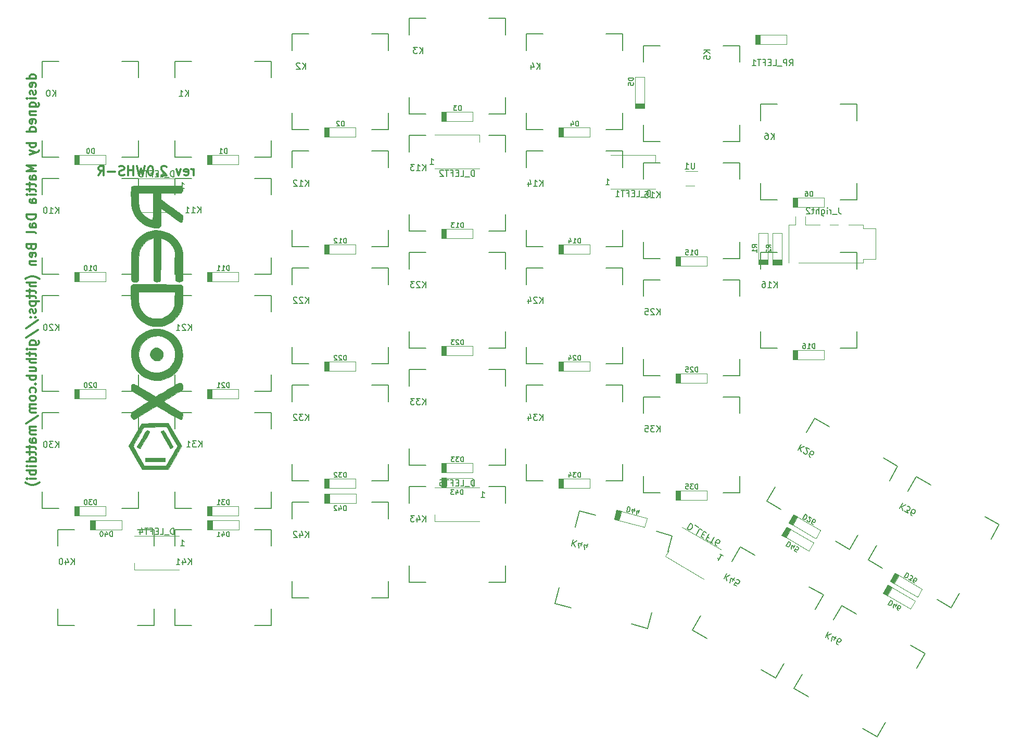
<source format=gbo>
G04 #@! TF.GenerationSoftware,KiCad,Pcbnew,(6.0.5-0)*
G04 #@! TF.CreationDate,2022-05-24T21:59:09-05:00*
G04 #@! TF.ProjectId,redox_rev2_recovery,7265646f-785f-4726-9576-325f7265636f,1.0*
G04 #@! TF.SameCoordinates,Original*
G04 #@! TF.FileFunction,Legend,Bot*
G04 #@! TF.FilePolarity,Positive*
%FSLAX46Y46*%
G04 Gerber Fmt 4.6, Leading zero omitted, Abs format (unit mm)*
G04 Created by KiCad (PCBNEW (6.0.5-0)) date 2022-05-24 21:59:09*
%MOMM*%
%LPD*%
G01*
G04 APERTURE LIST*
%ADD10C,0.300000*%
%ADD11C,0.150000*%
%ADD12C,0.120000*%
%ADD13C,0.100000*%
%ADD14C,0.010000*%
G04 APERTURE END LIST*
D10*
X108254285Y-77448571D02*
X108254285Y-76448571D01*
X108254285Y-76734285D02*
X108182857Y-76591428D01*
X108111428Y-76520000D01*
X107968571Y-76448571D01*
X107825714Y-76448571D01*
X106754285Y-77377142D02*
X106897142Y-77448571D01*
X107182857Y-77448571D01*
X107325714Y-77377142D01*
X107397142Y-77234285D01*
X107397142Y-76662857D01*
X107325714Y-76520000D01*
X107182857Y-76448571D01*
X106897142Y-76448571D01*
X106754285Y-76520000D01*
X106682857Y-76662857D01*
X106682857Y-76805714D01*
X107397142Y-76948571D01*
X106182857Y-76448571D02*
X105825714Y-77448571D01*
X105468571Y-76448571D01*
X103825714Y-76091428D02*
X103754285Y-76020000D01*
X103611428Y-75948571D01*
X103254285Y-75948571D01*
X103111428Y-76020000D01*
X103040000Y-76091428D01*
X102968571Y-76234285D01*
X102968571Y-76377142D01*
X103040000Y-76591428D01*
X103897142Y-77448571D01*
X102968571Y-77448571D01*
X102325714Y-77305714D02*
X102254285Y-77377142D01*
X102325714Y-77448571D01*
X102397142Y-77377142D01*
X102325714Y-77305714D01*
X102325714Y-77448571D01*
X101325714Y-75948571D02*
X101182857Y-75948571D01*
X101040000Y-76020000D01*
X100968571Y-76091428D01*
X100897142Y-76234285D01*
X100825714Y-76520000D01*
X100825714Y-76877142D01*
X100897142Y-77162857D01*
X100968571Y-77305714D01*
X101040000Y-77377142D01*
X101182857Y-77448571D01*
X101325714Y-77448571D01*
X101468571Y-77377142D01*
X101540000Y-77305714D01*
X101611428Y-77162857D01*
X101682857Y-76877142D01*
X101682857Y-76520000D01*
X101611428Y-76234285D01*
X101540000Y-76091428D01*
X101468571Y-76020000D01*
X101325714Y-75948571D01*
X100325714Y-75948571D02*
X99968571Y-77448571D01*
X99682857Y-76377142D01*
X99397142Y-77448571D01*
X99040000Y-75948571D01*
X98468571Y-77448571D02*
X98468571Y-75948571D01*
X98468571Y-76662857D02*
X97611428Y-76662857D01*
X97611428Y-77448571D02*
X97611428Y-75948571D01*
X96968571Y-77377142D02*
X96754285Y-77448571D01*
X96397142Y-77448571D01*
X96254285Y-77377142D01*
X96182857Y-77305714D01*
X96111428Y-77162857D01*
X96111428Y-77020000D01*
X96182857Y-76877142D01*
X96254285Y-76805714D01*
X96397142Y-76734285D01*
X96682857Y-76662857D01*
X96825714Y-76591428D01*
X96897142Y-76520000D01*
X96968571Y-76377142D01*
X96968571Y-76234285D01*
X96897142Y-76091428D01*
X96825714Y-76020000D01*
X96682857Y-75948571D01*
X96325714Y-75948571D01*
X96111428Y-76020000D01*
X95468571Y-76877142D02*
X94325714Y-76877142D01*
X92754285Y-77448571D02*
X93254285Y-76734285D01*
X93611428Y-77448571D02*
X93611428Y-75948571D01*
X93040000Y-75948571D01*
X92897142Y-76020000D01*
X92825714Y-76091428D01*
X92754285Y-76234285D01*
X92754285Y-76448571D01*
X92825714Y-76591428D01*
X92897142Y-76662857D01*
X93040000Y-76734285D01*
X93611428Y-76734285D01*
X82593571Y-61773714D02*
X81093571Y-61773714D01*
X82522142Y-61773714D02*
X82593571Y-61630857D01*
X82593571Y-61345142D01*
X82522142Y-61202285D01*
X82450714Y-61130857D01*
X82307857Y-61059428D01*
X81879285Y-61059428D01*
X81736428Y-61130857D01*
X81665000Y-61202285D01*
X81593571Y-61345142D01*
X81593571Y-61630857D01*
X81665000Y-61773714D01*
X82522142Y-63059428D02*
X82593571Y-62916571D01*
X82593571Y-62630857D01*
X82522142Y-62488000D01*
X82379285Y-62416571D01*
X81807857Y-62416571D01*
X81665000Y-62488000D01*
X81593571Y-62630857D01*
X81593571Y-62916571D01*
X81665000Y-63059428D01*
X81807857Y-63130857D01*
X81950714Y-63130857D01*
X82093571Y-62416571D01*
X82522142Y-63702285D02*
X82593571Y-63845142D01*
X82593571Y-64130857D01*
X82522142Y-64273714D01*
X82379285Y-64345142D01*
X82307857Y-64345142D01*
X82165000Y-64273714D01*
X82093571Y-64130857D01*
X82093571Y-63916571D01*
X82022142Y-63773714D01*
X81879285Y-63702285D01*
X81807857Y-63702285D01*
X81665000Y-63773714D01*
X81593571Y-63916571D01*
X81593571Y-64130857D01*
X81665000Y-64273714D01*
X82593571Y-64988000D02*
X81593571Y-64988000D01*
X81093571Y-64988000D02*
X81165000Y-64916571D01*
X81236428Y-64988000D01*
X81165000Y-65059428D01*
X81093571Y-64988000D01*
X81236428Y-64988000D01*
X81593571Y-66345142D02*
X82807857Y-66345142D01*
X82950714Y-66273714D01*
X83022142Y-66202285D01*
X83093571Y-66059428D01*
X83093571Y-65845142D01*
X83022142Y-65702285D01*
X82522142Y-66345142D02*
X82593571Y-66202285D01*
X82593571Y-65916571D01*
X82522142Y-65773714D01*
X82450714Y-65702285D01*
X82307857Y-65630857D01*
X81879285Y-65630857D01*
X81736428Y-65702285D01*
X81665000Y-65773714D01*
X81593571Y-65916571D01*
X81593571Y-66202285D01*
X81665000Y-66345142D01*
X81593571Y-67059428D02*
X82593571Y-67059428D01*
X81736428Y-67059428D02*
X81665000Y-67130857D01*
X81593571Y-67273714D01*
X81593571Y-67488000D01*
X81665000Y-67630857D01*
X81807857Y-67702285D01*
X82593571Y-67702285D01*
X82522142Y-68988000D02*
X82593571Y-68845142D01*
X82593571Y-68559428D01*
X82522142Y-68416571D01*
X82379285Y-68345142D01*
X81807857Y-68345142D01*
X81665000Y-68416571D01*
X81593571Y-68559428D01*
X81593571Y-68845142D01*
X81665000Y-68988000D01*
X81807857Y-69059428D01*
X81950714Y-69059428D01*
X82093571Y-68345142D01*
X82593571Y-70345142D02*
X81093571Y-70345142D01*
X82522142Y-70345142D02*
X82593571Y-70202285D01*
X82593571Y-69916571D01*
X82522142Y-69773714D01*
X82450714Y-69702285D01*
X82307857Y-69630857D01*
X81879285Y-69630857D01*
X81736428Y-69702285D01*
X81665000Y-69773714D01*
X81593571Y-69916571D01*
X81593571Y-70202285D01*
X81665000Y-70345142D01*
X82593571Y-72202285D02*
X81093571Y-72202285D01*
X81665000Y-72202285D02*
X81593571Y-72345142D01*
X81593571Y-72630857D01*
X81665000Y-72773714D01*
X81736428Y-72845142D01*
X81879285Y-72916571D01*
X82307857Y-72916571D01*
X82450714Y-72845142D01*
X82522142Y-72773714D01*
X82593571Y-72630857D01*
X82593571Y-72345142D01*
X82522142Y-72202285D01*
X81593571Y-73416571D02*
X82593571Y-73773714D01*
X81593571Y-74130857D02*
X82593571Y-73773714D01*
X82950714Y-73630857D01*
X83022142Y-73559428D01*
X83093571Y-73416571D01*
X82593571Y-75845142D02*
X81093571Y-75845142D01*
X82165000Y-76345142D01*
X81093571Y-76845142D01*
X82593571Y-76845142D01*
X82593571Y-78202285D02*
X81807857Y-78202285D01*
X81665000Y-78130857D01*
X81593571Y-77988000D01*
X81593571Y-77702285D01*
X81665000Y-77559428D01*
X82522142Y-78202285D02*
X82593571Y-78059428D01*
X82593571Y-77702285D01*
X82522142Y-77559428D01*
X82379285Y-77488000D01*
X82236428Y-77488000D01*
X82093571Y-77559428D01*
X82022142Y-77702285D01*
X82022142Y-78059428D01*
X81950714Y-78202285D01*
X81593571Y-78702285D02*
X81593571Y-79273714D01*
X81093571Y-78916571D02*
X82379285Y-78916571D01*
X82522142Y-78988000D01*
X82593571Y-79130857D01*
X82593571Y-79273714D01*
X81593571Y-79559428D02*
X81593571Y-80130857D01*
X81093571Y-79773714D02*
X82379285Y-79773714D01*
X82522142Y-79845142D01*
X82593571Y-79988000D01*
X82593571Y-80130857D01*
X82593571Y-80630857D02*
X81593571Y-80630857D01*
X81093571Y-80630857D02*
X81165000Y-80559428D01*
X81236428Y-80630857D01*
X81165000Y-80702285D01*
X81093571Y-80630857D01*
X81236428Y-80630857D01*
X82593571Y-81988000D02*
X81807857Y-81988000D01*
X81665000Y-81916571D01*
X81593571Y-81773714D01*
X81593571Y-81488000D01*
X81665000Y-81345142D01*
X82522142Y-81988000D02*
X82593571Y-81845142D01*
X82593571Y-81488000D01*
X82522142Y-81345142D01*
X82379285Y-81273714D01*
X82236428Y-81273714D01*
X82093571Y-81345142D01*
X82022142Y-81488000D01*
X82022142Y-81845142D01*
X81950714Y-81988000D01*
X82593571Y-83845142D02*
X81093571Y-83845142D01*
X81093571Y-84202285D01*
X81165000Y-84416571D01*
X81307857Y-84559428D01*
X81450714Y-84630857D01*
X81736428Y-84702285D01*
X81950714Y-84702285D01*
X82236428Y-84630857D01*
X82379285Y-84559428D01*
X82522142Y-84416571D01*
X82593571Y-84202285D01*
X82593571Y-83845142D01*
X82593571Y-85988000D02*
X81807857Y-85988000D01*
X81665000Y-85916571D01*
X81593571Y-85773714D01*
X81593571Y-85488000D01*
X81665000Y-85345142D01*
X82522142Y-85988000D02*
X82593571Y-85845142D01*
X82593571Y-85488000D01*
X82522142Y-85345142D01*
X82379285Y-85273714D01*
X82236428Y-85273714D01*
X82093571Y-85345142D01*
X82022142Y-85488000D01*
X82022142Y-85845142D01*
X81950714Y-85988000D01*
X82593571Y-86916571D02*
X82522142Y-86773714D01*
X82379285Y-86702285D01*
X81093571Y-86702285D01*
X81807857Y-89130857D02*
X81879285Y-89345142D01*
X81950714Y-89416571D01*
X82093571Y-89488000D01*
X82307857Y-89488000D01*
X82450714Y-89416571D01*
X82522142Y-89345142D01*
X82593571Y-89202285D01*
X82593571Y-88630857D01*
X81093571Y-88630857D01*
X81093571Y-89130857D01*
X81165000Y-89273714D01*
X81236428Y-89345142D01*
X81379285Y-89416571D01*
X81522142Y-89416571D01*
X81665000Y-89345142D01*
X81736428Y-89273714D01*
X81807857Y-89130857D01*
X81807857Y-88630857D01*
X82522142Y-90702285D02*
X82593571Y-90559428D01*
X82593571Y-90273714D01*
X82522142Y-90130857D01*
X82379285Y-90059428D01*
X81807857Y-90059428D01*
X81665000Y-90130857D01*
X81593571Y-90273714D01*
X81593571Y-90559428D01*
X81665000Y-90702285D01*
X81807857Y-90773714D01*
X81950714Y-90773714D01*
X82093571Y-90059428D01*
X81593571Y-91416571D02*
X82593571Y-91416571D01*
X81736428Y-91416571D02*
X81665000Y-91488000D01*
X81593571Y-91630857D01*
X81593571Y-91845142D01*
X81665000Y-91988000D01*
X81807857Y-92059428D01*
X82593571Y-92059428D01*
X83165000Y-94345142D02*
X83093571Y-94273714D01*
X82879285Y-94130857D01*
X82736428Y-94059428D01*
X82522142Y-93988000D01*
X82165000Y-93916571D01*
X81879285Y-93916571D01*
X81522142Y-93988000D01*
X81307857Y-94059428D01*
X81165000Y-94130857D01*
X80950714Y-94273714D01*
X80879285Y-94345142D01*
X82593571Y-94916571D02*
X81093571Y-94916571D01*
X82593571Y-95559428D02*
X81807857Y-95559428D01*
X81665000Y-95488000D01*
X81593571Y-95345142D01*
X81593571Y-95130857D01*
X81665000Y-94988000D01*
X81736428Y-94916571D01*
X81593571Y-96059428D02*
X81593571Y-96630857D01*
X81093571Y-96273714D02*
X82379285Y-96273714D01*
X82522142Y-96345142D01*
X82593571Y-96488000D01*
X82593571Y-96630857D01*
X81593571Y-96916571D02*
X81593571Y-97488000D01*
X81093571Y-97130857D02*
X82379285Y-97130857D01*
X82522142Y-97202285D01*
X82593571Y-97345142D01*
X82593571Y-97488000D01*
X81593571Y-97988000D02*
X83093571Y-97988000D01*
X81665000Y-97988000D02*
X81593571Y-98130857D01*
X81593571Y-98416571D01*
X81665000Y-98559428D01*
X81736428Y-98630857D01*
X81879285Y-98702285D01*
X82307857Y-98702285D01*
X82450714Y-98630857D01*
X82522142Y-98559428D01*
X82593571Y-98416571D01*
X82593571Y-98130857D01*
X82522142Y-97988000D01*
X82522142Y-99273714D02*
X82593571Y-99416571D01*
X82593571Y-99702285D01*
X82522142Y-99845142D01*
X82379285Y-99916571D01*
X82307857Y-99916571D01*
X82165000Y-99845142D01*
X82093571Y-99702285D01*
X82093571Y-99488000D01*
X82022142Y-99345142D01*
X81879285Y-99273714D01*
X81807857Y-99273714D01*
X81665000Y-99345142D01*
X81593571Y-99488000D01*
X81593571Y-99702285D01*
X81665000Y-99845142D01*
X82450714Y-100559428D02*
X82522142Y-100630857D01*
X82593571Y-100559428D01*
X82522142Y-100488000D01*
X82450714Y-100559428D01*
X82593571Y-100559428D01*
X81665000Y-100559428D02*
X81736428Y-100630857D01*
X81807857Y-100559428D01*
X81736428Y-100488000D01*
X81665000Y-100559428D01*
X81807857Y-100559428D01*
X81022142Y-102345142D02*
X82950714Y-101059428D01*
X81022142Y-103916571D02*
X82950714Y-102630857D01*
X81593571Y-105059428D02*
X82807857Y-105059428D01*
X82950714Y-104988000D01*
X83022142Y-104916571D01*
X83093571Y-104773714D01*
X83093571Y-104559428D01*
X83022142Y-104416571D01*
X82522142Y-105059428D02*
X82593571Y-104916571D01*
X82593571Y-104630857D01*
X82522142Y-104488000D01*
X82450714Y-104416571D01*
X82307857Y-104345142D01*
X81879285Y-104345142D01*
X81736428Y-104416571D01*
X81665000Y-104488000D01*
X81593571Y-104630857D01*
X81593571Y-104916571D01*
X81665000Y-105059428D01*
X82593571Y-105773714D02*
X81593571Y-105773714D01*
X81093571Y-105773714D02*
X81165000Y-105702285D01*
X81236428Y-105773714D01*
X81165000Y-105845142D01*
X81093571Y-105773714D01*
X81236428Y-105773714D01*
X81593571Y-106273714D02*
X81593571Y-106845142D01*
X81093571Y-106488000D02*
X82379285Y-106488000D01*
X82522142Y-106559428D01*
X82593571Y-106702285D01*
X82593571Y-106845142D01*
X82593571Y-107345142D02*
X81093571Y-107345142D01*
X82593571Y-107988000D02*
X81807857Y-107988000D01*
X81665000Y-107916571D01*
X81593571Y-107773714D01*
X81593571Y-107559428D01*
X81665000Y-107416571D01*
X81736428Y-107345142D01*
X81593571Y-109345142D02*
X82593571Y-109345142D01*
X81593571Y-108702285D02*
X82379285Y-108702285D01*
X82522142Y-108773714D01*
X82593571Y-108916571D01*
X82593571Y-109130857D01*
X82522142Y-109273714D01*
X82450714Y-109345142D01*
X82593571Y-110059428D02*
X81093571Y-110059428D01*
X81665000Y-110059428D02*
X81593571Y-110202285D01*
X81593571Y-110488000D01*
X81665000Y-110630857D01*
X81736428Y-110702285D01*
X81879285Y-110773714D01*
X82307857Y-110773714D01*
X82450714Y-110702285D01*
X82522142Y-110630857D01*
X82593571Y-110488000D01*
X82593571Y-110202285D01*
X82522142Y-110059428D01*
X82450714Y-111416571D02*
X82522142Y-111488000D01*
X82593571Y-111416571D01*
X82522142Y-111345142D01*
X82450714Y-111416571D01*
X82593571Y-111416571D01*
X82522142Y-112773714D02*
X82593571Y-112630857D01*
X82593571Y-112345142D01*
X82522142Y-112202285D01*
X82450714Y-112130857D01*
X82307857Y-112059428D01*
X81879285Y-112059428D01*
X81736428Y-112130857D01*
X81665000Y-112202285D01*
X81593571Y-112345142D01*
X81593571Y-112630857D01*
X81665000Y-112773714D01*
X82593571Y-113630857D02*
X82522142Y-113488000D01*
X82450714Y-113416571D01*
X82307857Y-113345142D01*
X81879285Y-113345142D01*
X81736428Y-113416571D01*
X81665000Y-113488000D01*
X81593571Y-113630857D01*
X81593571Y-113845142D01*
X81665000Y-113988000D01*
X81736428Y-114059428D01*
X81879285Y-114130857D01*
X82307857Y-114130857D01*
X82450714Y-114059428D01*
X82522142Y-113988000D01*
X82593571Y-113845142D01*
X82593571Y-113630857D01*
X82593571Y-114773714D02*
X81593571Y-114773714D01*
X81736428Y-114773714D02*
X81665000Y-114845142D01*
X81593571Y-114988000D01*
X81593571Y-115202285D01*
X81665000Y-115345142D01*
X81807857Y-115416571D01*
X82593571Y-115416571D01*
X81807857Y-115416571D02*
X81665000Y-115488000D01*
X81593571Y-115630857D01*
X81593571Y-115845142D01*
X81665000Y-115988000D01*
X81807857Y-116059428D01*
X82593571Y-116059428D01*
X81022142Y-117845142D02*
X82950714Y-116559428D01*
X82593571Y-118345142D02*
X81593571Y-118345142D01*
X81736428Y-118345142D02*
X81665000Y-118416571D01*
X81593571Y-118559428D01*
X81593571Y-118773714D01*
X81665000Y-118916571D01*
X81807857Y-118988000D01*
X82593571Y-118988000D01*
X81807857Y-118988000D02*
X81665000Y-119059428D01*
X81593571Y-119202285D01*
X81593571Y-119416571D01*
X81665000Y-119559428D01*
X81807857Y-119630857D01*
X82593571Y-119630857D01*
X82593571Y-120988000D02*
X81807857Y-120988000D01*
X81665000Y-120916571D01*
X81593571Y-120773714D01*
X81593571Y-120488000D01*
X81665000Y-120345142D01*
X82522142Y-120988000D02*
X82593571Y-120845142D01*
X82593571Y-120488000D01*
X82522142Y-120345142D01*
X82379285Y-120273714D01*
X82236428Y-120273714D01*
X82093571Y-120345142D01*
X82022142Y-120488000D01*
X82022142Y-120845142D01*
X81950714Y-120988000D01*
X81593571Y-121488000D02*
X81593571Y-122059428D01*
X81093571Y-121702285D02*
X82379285Y-121702285D01*
X82522142Y-121773714D01*
X82593571Y-121916571D01*
X82593571Y-122059428D01*
X81593571Y-122345142D02*
X81593571Y-122916571D01*
X81093571Y-122559428D02*
X82379285Y-122559428D01*
X82522142Y-122630857D01*
X82593571Y-122773714D01*
X82593571Y-122916571D01*
X82593571Y-124059428D02*
X81093571Y-124059428D01*
X82522142Y-124059428D02*
X82593571Y-123916571D01*
X82593571Y-123630857D01*
X82522142Y-123488000D01*
X82450714Y-123416571D01*
X82307857Y-123345142D01*
X81879285Y-123345142D01*
X81736428Y-123416571D01*
X81665000Y-123488000D01*
X81593571Y-123630857D01*
X81593571Y-123916571D01*
X81665000Y-124059428D01*
X82593571Y-124773714D02*
X81593571Y-124773714D01*
X81093571Y-124773714D02*
X81165000Y-124702285D01*
X81236428Y-124773714D01*
X81165000Y-124845142D01*
X81093571Y-124773714D01*
X81236428Y-124773714D01*
X82593571Y-125488000D02*
X81093571Y-125488000D01*
X81665000Y-125488000D02*
X81593571Y-125630857D01*
X81593571Y-125916571D01*
X81665000Y-126059428D01*
X81736428Y-126130857D01*
X81879285Y-126202285D01*
X82307857Y-126202285D01*
X82450714Y-126130857D01*
X82522142Y-126059428D01*
X82593571Y-125916571D01*
X82593571Y-125630857D01*
X82522142Y-125488000D01*
X82593571Y-126845142D02*
X81593571Y-126845142D01*
X81093571Y-126845142D02*
X81165000Y-126773714D01*
X81236428Y-126845142D01*
X81165000Y-126916571D01*
X81093571Y-126845142D01*
X81236428Y-126845142D01*
X83165000Y-127416571D02*
X83093571Y-127488000D01*
X82879285Y-127630857D01*
X82736428Y-127702285D01*
X82522142Y-127773714D01*
X82165000Y-127845142D01*
X81879285Y-127845142D01*
X81522142Y-127773714D01*
X81307857Y-127702285D01*
X81165000Y-127630857D01*
X80950714Y-127488000D01*
X80879285Y-127416571D01*
D11*
X213162380Y-82748380D02*
X213162380Y-83462666D01*
X213210000Y-83605523D01*
X213305238Y-83700761D01*
X213448095Y-83748380D01*
X213543333Y-83748380D01*
X212924285Y-83843619D02*
X212162380Y-83843619D01*
X211924285Y-83748380D02*
X211924285Y-83081714D01*
X211924285Y-83272190D02*
X211876666Y-83176952D01*
X211829047Y-83129333D01*
X211733809Y-83081714D01*
X211638571Y-83081714D01*
X211305238Y-83748380D02*
X211305238Y-83081714D01*
X211305238Y-82748380D02*
X211352857Y-82796000D01*
X211305238Y-82843619D01*
X211257619Y-82796000D01*
X211305238Y-82748380D01*
X211305238Y-82843619D01*
X210400476Y-83081714D02*
X210400476Y-83891238D01*
X210448095Y-83986476D01*
X210495714Y-84034095D01*
X210590952Y-84081714D01*
X210733809Y-84081714D01*
X210829047Y-84034095D01*
X210400476Y-83700761D02*
X210495714Y-83748380D01*
X210686190Y-83748380D01*
X210781428Y-83700761D01*
X210829047Y-83653142D01*
X210876666Y-83557904D01*
X210876666Y-83272190D01*
X210829047Y-83176952D01*
X210781428Y-83129333D01*
X210686190Y-83081714D01*
X210495714Y-83081714D01*
X210400476Y-83129333D01*
X209924285Y-83748380D02*
X209924285Y-82748380D01*
X209495714Y-83748380D02*
X209495714Y-83224571D01*
X209543333Y-83129333D01*
X209638571Y-83081714D01*
X209781428Y-83081714D01*
X209876666Y-83129333D01*
X209924285Y-83176952D01*
X209162380Y-83081714D02*
X208781428Y-83081714D01*
X209019523Y-82748380D02*
X209019523Y-83605523D01*
X208971904Y-83700761D01*
X208876666Y-83748380D01*
X208781428Y-83748380D01*
X208495714Y-82843619D02*
X208448095Y-82796000D01*
X208352857Y-82748380D01*
X208114761Y-82748380D01*
X208019523Y-82796000D01*
X207971904Y-82843619D01*
X207924285Y-82938857D01*
X207924285Y-83034095D01*
X207971904Y-83176952D01*
X208543333Y-83748380D01*
X207924285Y-83748380D01*
X85850955Y-64617860D02*
X85850955Y-63617860D01*
X85279526Y-64617860D02*
X85708098Y-64046432D01*
X85279526Y-63617860D02*
X85850955Y-64189289D01*
X84660479Y-63617860D02*
X84565240Y-63617860D01*
X84470002Y-63665480D01*
X84422383Y-63713099D01*
X84374764Y-63808337D01*
X84327145Y-63998813D01*
X84327145Y-64236908D01*
X84374764Y-64427384D01*
X84422383Y-64522622D01*
X84470002Y-64570241D01*
X84565240Y-64617860D01*
X84660479Y-64617860D01*
X84755717Y-64570241D01*
X84803336Y-64522622D01*
X84850955Y-64427384D01*
X84898574Y-64236908D01*
X84898574Y-63998813D01*
X84850955Y-63808337D01*
X84803336Y-63713099D01*
X84755717Y-63665480D01*
X84660479Y-63617860D01*
X107440955Y-64617860D02*
X107440955Y-63617860D01*
X106869526Y-64617860D02*
X107298098Y-64046432D01*
X106869526Y-63617860D02*
X107440955Y-64189289D01*
X105917145Y-64617860D02*
X106488574Y-64617860D01*
X106202860Y-64617860D02*
X106202860Y-63617860D01*
X106298098Y-63760718D01*
X106393336Y-63855956D01*
X106488574Y-63903575D01*
X126490955Y-60172860D02*
X126490955Y-59172860D01*
X125919526Y-60172860D02*
X126348098Y-59601432D01*
X125919526Y-59172860D02*
X126490955Y-59744289D01*
X125538574Y-59268099D02*
X125490955Y-59220480D01*
X125395717Y-59172860D01*
X125157621Y-59172860D01*
X125062383Y-59220480D01*
X125014764Y-59268099D01*
X124967145Y-59363337D01*
X124967145Y-59458575D01*
X125014764Y-59601432D01*
X125586193Y-60172860D01*
X124967145Y-60172860D01*
X145540955Y-57632860D02*
X145540955Y-56632860D01*
X144969526Y-57632860D02*
X145398098Y-57061432D01*
X144969526Y-56632860D02*
X145540955Y-57204289D01*
X144636193Y-56632860D02*
X144017145Y-56632860D01*
X144350479Y-57013813D01*
X144207621Y-57013813D01*
X144112383Y-57061432D01*
X144064764Y-57109051D01*
X144017145Y-57204289D01*
X144017145Y-57442384D01*
X144064764Y-57537622D01*
X144112383Y-57585241D01*
X144207621Y-57632860D01*
X144493336Y-57632860D01*
X144588574Y-57585241D01*
X144636193Y-57537622D01*
X164590955Y-60172860D02*
X164590955Y-59172860D01*
X164019526Y-60172860D02*
X164448098Y-59601432D01*
X164019526Y-59172860D02*
X164590955Y-59744289D01*
X163162383Y-59506194D02*
X163162383Y-60172860D01*
X163400479Y-59125241D02*
X163638574Y-59839527D01*
X163019526Y-59839527D01*
X192245240Y-57077384D02*
X191245240Y-57077384D01*
X192245240Y-57648813D02*
X191673812Y-57220241D01*
X191245240Y-57648813D02*
X191816669Y-57077384D01*
X191245240Y-58553575D02*
X191245240Y-58077384D01*
X191721431Y-58029765D01*
X191673812Y-58077384D01*
X191626193Y-58172622D01*
X191626193Y-58410718D01*
X191673812Y-58505956D01*
X191721431Y-58553575D01*
X191816669Y-58601194D01*
X192054764Y-58601194D01*
X192150002Y-58553575D01*
X192197621Y-58505956D01*
X192245240Y-58410718D01*
X192245240Y-58172622D01*
X192197621Y-58077384D01*
X192150002Y-58029765D01*
X202690955Y-71602860D02*
X202690955Y-70602860D01*
X202119526Y-71602860D02*
X202548098Y-71031432D01*
X202119526Y-70602860D02*
X202690955Y-71174289D01*
X201262383Y-70602860D02*
X201452860Y-70602860D01*
X201548098Y-70650480D01*
X201595717Y-70698099D01*
X201690955Y-70840956D01*
X201738574Y-71031432D01*
X201738574Y-71412384D01*
X201690955Y-71507622D01*
X201643336Y-71555241D01*
X201548098Y-71602860D01*
X201357621Y-71602860D01*
X201262383Y-71555241D01*
X201214764Y-71507622D01*
X201167145Y-71412384D01*
X201167145Y-71174289D01*
X201214764Y-71079051D01*
X201262383Y-71031432D01*
X201357621Y-70983813D01*
X201548098Y-70983813D01*
X201643336Y-71031432D01*
X201690955Y-71079051D01*
X201738574Y-71174289D01*
X126967145Y-79222860D02*
X126967145Y-78222860D01*
X126395717Y-79222860D02*
X126824288Y-78651432D01*
X126395717Y-78222860D02*
X126967145Y-78794289D01*
X125443336Y-79222860D02*
X126014764Y-79222860D01*
X125729050Y-79222860D02*
X125729050Y-78222860D01*
X125824288Y-78365718D01*
X125919526Y-78460956D01*
X126014764Y-78508575D01*
X125062383Y-78318099D02*
X125014764Y-78270480D01*
X124919526Y-78222860D01*
X124681431Y-78222860D01*
X124586193Y-78270480D01*
X124538574Y-78318099D01*
X124490955Y-78413337D01*
X124490955Y-78508575D01*
X124538574Y-78651432D01*
X125110002Y-79222860D01*
X124490955Y-79222860D01*
X146017145Y-76682860D02*
X146017145Y-75682860D01*
X145445717Y-76682860D02*
X145874288Y-76111432D01*
X145445717Y-75682860D02*
X146017145Y-76254289D01*
X144493336Y-76682860D02*
X145064764Y-76682860D01*
X144779050Y-76682860D02*
X144779050Y-75682860D01*
X144874288Y-75825718D01*
X144969526Y-75920956D01*
X145064764Y-75968575D01*
X144160002Y-75682860D02*
X143540955Y-75682860D01*
X143874288Y-76063813D01*
X143731431Y-76063813D01*
X143636193Y-76111432D01*
X143588574Y-76159051D01*
X143540955Y-76254289D01*
X143540955Y-76492384D01*
X143588574Y-76587622D01*
X143636193Y-76635241D01*
X143731431Y-76682860D01*
X144017145Y-76682860D01*
X144112383Y-76635241D01*
X144160002Y-76587622D01*
X165067145Y-79222860D02*
X165067145Y-78222860D01*
X164495717Y-79222860D02*
X164924288Y-78651432D01*
X164495717Y-78222860D02*
X165067145Y-78794289D01*
X163543336Y-79222860D02*
X164114764Y-79222860D01*
X163829050Y-79222860D02*
X163829050Y-78222860D01*
X163924288Y-78365718D01*
X164019526Y-78460956D01*
X164114764Y-78508575D01*
X162686193Y-78556194D02*
X162686193Y-79222860D01*
X162924288Y-78175241D02*
X163162383Y-78889527D01*
X162543336Y-78889527D01*
X184117145Y-81127860D02*
X184117145Y-80127860D01*
X183545717Y-81127860D02*
X183974288Y-80556432D01*
X183545717Y-80127860D02*
X184117145Y-80699289D01*
X182593336Y-81127860D02*
X183164764Y-81127860D01*
X182879050Y-81127860D02*
X182879050Y-80127860D01*
X182974288Y-80270718D01*
X183069526Y-80365956D01*
X183164764Y-80413575D01*
X181688574Y-80127860D02*
X182164764Y-80127860D01*
X182212383Y-80604051D01*
X182164764Y-80556432D01*
X182069526Y-80508813D01*
X181831431Y-80508813D01*
X181736193Y-80556432D01*
X181688574Y-80604051D01*
X181640955Y-80699289D01*
X181640955Y-80937384D01*
X181688574Y-81032622D01*
X181736193Y-81080241D01*
X181831431Y-81127860D01*
X182069526Y-81127860D01*
X182164764Y-81080241D01*
X182212383Y-81032622D01*
X203167145Y-95732860D02*
X203167145Y-94732860D01*
X202595717Y-95732860D02*
X203024288Y-95161432D01*
X202595717Y-94732860D02*
X203167145Y-95304289D01*
X201643336Y-95732860D02*
X202214764Y-95732860D01*
X201929050Y-95732860D02*
X201929050Y-94732860D01*
X202024288Y-94875718D01*
X202119526Y-94970956D01*
X202214764Y-95018575D01*
X200786193Y-94732860D02*
X200976669Y-94732860D01*
X201071907Y-94780480D01*
X201119526Y-94828099D01*
X201214764Y-94970956D01*
X201262383Y-95161432D01*
X201262383Y-95542384D01*
X201214764Y-95637622D01*
X201167145Y-95685241D01*
X201071907Y-95732860D01*
X200881431Y-95732860D01*
X200786193Y-95685241D01*
X200738574Y-95637622D01*
X200690955Y-95542384D01*
X200690955Y-95304289D01*
X200738574Y-95209051D01*
X200786193Y-95161432D01*
X200881431Y-95113813D01*
X201071907Y-95113813D01*
X201167145Y-95161432D01*
X201214764Y-95209051D01*
X201262383Y-95304289D01*
X86327145Y-102717860D02*
X86327145Y-101717860D01*
X85755717Y-102717860D02*
X86184288Y-102146432D01*
X85755717Y-101717860D02*
X86327145Y-102289289D01*
X85374764Y-101813099D02*
X85327145Y-101765480D01*
X85231907Y-101717860D01*
X84993812Y-101717860D01*
X84898574Y-101765480D01*
X84850955Y-101813099D01*
X84803336Y-101908337D01*
X84803336Y-102003575D01*
X84850955Y-102146432D01*
X85422383Y-102717860D01*
X84803336Y-102717860D01*
X84184288Y-101717860D02*
X84089050Y-101717860D01*
X83993812Y-101765480D01*
X83946193Y-101813099D01*
X83898574Y-101908337D01*
X83850955Y-102098813D01*
X83850955Y-102336908D01*
X83898574Y-102527384D01*
X83946193Y-102622622D01*
X83993812Y-102670241D01*
X84089050Y-102717860D01*
X84184288Y-102717860D01*
X84279526Y-102670241D01*
X84327145Y-102622622D01*
X84374764Y-102527384D01*
X84422383Y-102336908D01*
X84422383Y-102098813D01*
X84374764Y-101908337D01*
X84327145Y-101813099D01*
X84279526Y-101765480D01*
X84184288Y-101717860D01*
X107917145Y-102717860D02*
X107917145Y-101717860D01*
X107345717Y-102717860D02*
X107774288Y-102146432D01*
X107345717Y-101717860D02*
X107917145Y-102289289D01*
X106964764Y-101813099D02*
X106917145Y-101765480D01*
X106821907Y-101717860D01*
X106583812Y-101717860D01*
X106488574Y-101765480D01*
X106440955Y-101813099D01*
X106393336Y-101908337D01*
X106393336Y-102003575D01*
X106440955Y-102146432D01*
X107012383Y-102717860D01*
X106393336Y-102717860D01*
X105440955Y-102717860D02*
X106012383Y-102717860D01*
X105726669Y-102717860D02*
X105726669Y-101717860D01*
X105821907Y-101860718D01*
X105917145Y-101955956D01*
X106012383Y-102003575D01*
X126967145Y-98272860D02*
X126967145Y-97272860D01*
X126395717Y-98272860D02*
X126824288Y-97701432D01*
X126395717Y-97272860D02*
X126967145Y-97844289D01*
X126014764Y-97368099D02*
X125967145Y-97320480D01*
X125871907Y-97272860D01*
X125633812Y-97272860D01*
X125538574Y-97320480D01*
X125490955Y-97368099D01*
X125443336Y-97463337D01*
X125443336Y-97558575D01*
X125490955Y-97701432D01*
X126062383Y-98272860D01*
X125443336Y-98272860D01*
X125062383Y-97368099D02*
X125014764Y-97320480D01*
X124919526Y-97272860D01*
X124681431Y-97272860D01*
X124586193Y-97320480D01*
X124538574Y-97368099D01*
X124490955Y-97463337D01*
X124490955Y-97558575D01*
X124538574Y-97701432D01*
X125110002Y-98272860D01*
X124490955Y-98272860D01*
X146017145Y-95732860D02*
X146017145Y-94732860D01*
X145445717Y-95732860D02*
X145874288Y-95161432D01*
X145445717Y-94732860D02*
X146017145Y-95304289D01*
X145064764Y-94828099D02*
X145017145Y-94780480D01*
X144921907Y-94732860D01*
X144683812Y-94732860D01*
X144588574Y-94780480D01*
X144540955Y-94828099D01*
X144493336Y-94923337D01*
X144493336Y-95018575D01*
X144540955Y-95161432D01*
X145112383Y-95732860D01*
X144493336Y-95732860D01*
X144160002Y-94732860D02*
X143540955Y-94732860D01*
X143874288Y-95113813D01*
X143731431Y-95113813D01*
X143636193Y-95161432D01*
X143588574Y-95209051D01*
X143540955Y-95304289D01*
X143540955Y-95542384D01*
X143588574Y-95637622D01*
X143636193Y-95685241D01*
X143731431Y-95732860D01*
X144017145Y-95732860D01*
X144112383Y-95685241D01*
X144160002Y-95637622D01*
X165067145Y-98272860D02*
X165067145Y-97272860D01*
X164495717Y-98272860D02*
X164924288Y-97701432D01*
X164495717Y-97272860D02*
X165067145Y-97844289D01*
X164114764Y-97368099D02*
X164067145Y-97320480D01*
X163971907Y-97272860D01*
X163733812Y-97272860D01*
X163638574Y-97320480D01*
X163590955Y-97368099D01*
X163543336Y-97463337D01*
X163543336Y-97558575D01*
X163590955Y-97701432D01*
X164162383Y-98272860D01*
X163543336Y-98272860D01*
X162686193Y-97606194D02*
X162686193Y-98272860D01*
X162924288Y-97225241D02*
X163162383Y-97939527D01*
X162543336Y-97939527D01*
X184117145Y-100177860D02*
X184117145Y-99177860D01*
X183545717Y-100177860D02*
X183974288Y-99606432D01*
X183545717Y-99177860D02*
X184117145Y-99749289D01*
X183164764Y-99273099D02*
X183117145Y-99225480D01*
X183021907Y-99177860D01*
X182783812Y-99177860D01*
X182688574Y-99225480D01*
X182640955Y-99273099D01*
X182593336Y-99368337D01*
X182593336Y-99463575D01*
X182640955Y-99606432D01*
X183212383Y-100177860D01*
X182593336Y-100177860D01*
X181688574Y-99177860D02*
X182164764Y-99177860D01*
X182212383Y-99654051D01*
X182164764Y-99606432D01*
X182069526Y-99558813D01*
X181831431Y-99558813D01*
X181736193Y-99606432D01*
X181688574Y-99654051D01*
X181640955Y-99749289D01*
X181640955Y-99987384D01*
X181688574Y-100082622D01*
X181736193Y-100130241D01*
X181831431Y-100177860D01*
X182069526Y-100177860D01*
X182164764Y-100130241D01*
X182212383Y-100082622D01*
X207058187Y-121291858D02*
X206558187Y-122157884D01*
X207553058Y-121577573D02*
X206896190Y-121858158D01*
X207053058Y-122443598D02*
X206843901Y-121663012D01*
X207430592Y-122551596D02*
X207448022Y-122616644D01*
X207506691Y-122705503D01*
X207712887Y-122824550D01*
X207819175Y-122830930D01*
X207884224Y-122813500D01*
X207973083Y-122754831D01*
X208020702Y-122672353D01*
X208050891Y-122524825D01*
X207841733Y-121744239D01*
X208377844Y-122053763D01*
X208620152Y-123348360D02*
X208455195Y-123253122D01*
X208396526Y-123164263D01*
X208379096Y-123099215D01*
X208368046Y-122927878D01*
X208422045Y-122739111D01*
X208612521Y-122409196D01*
X208701379Y-122350527D01*
X208766428Y-122333098D01*
X208872716Y-122339477D01*
X209037673Y-122434715D01*
X209096342Y-122523574D01*
X209113772Y-122588623D01*
X209107392Y-122694911D01*
X208988345Y-122901107D01*
X208899486Y-122959776D01*
X208834438Y-122977206D01*
X208728150Y-122970826D01*
X208563192Y-122875588D01*
X208504523Y-122786730D01*
X208487093Y-122721681D01*
X208493473Y-122615393D01*
X86327145Y-121767860D02*
X86327145Y-120767860D01*
X85755717Y-121767860D02*
X86184288Y-121196432D01*
X85755717Y-120767860D02*
X86327145Y-121339289D01*
X85422383Y-120767860D02*
X84803336Y-120767860D01*
X85136669Y-121148813D01*
X84993812Y-121148813D01*
X84898574Y-121196432D01*
X84850955Y-121244051D01*
X84803336Y-121339289D01*
X84803336Y-121577384D01*
X84850955Y-121672622D01*
X84898574Y-121720241D01*
X84993812Y-121767860D01*
X85279526Y-121767860D01*
X85374764Y-121720241D01*
X85422383Y-121672622D01*
X84184288Y-120767860D02*
X84089050Y-120767860D01*
X83993812Y-120815480D01*
X83946193Y-120863099D01*
X83898574Y-120958337D01*
X83850955Y-121148813D01*
X83850955Y-121386908D01*
X83898574Y-121577384D01*
X83946193Y-121672622D01*
X83993812Y-121720241D01*
X84089050Y-121767860D01*
X84184288Y-121767860D01*
X84279526Y-121720241D01*
X84327145Y-121672622D01*
X84374764Y-121577384D01*
X84422383Y-121386908D01*
X84422383Y-121148813D01*
X84374764Y-120958337D01*
X84327145Y-120863099D01*
X84279526Y-120815480D01*
X84184288Y-120767860D01*
X109594285Y-121692380D02*
X109594285Y-120692380D01*
X109022857Y-121692380D02*
X109451428Y-121120952D01*
X109022857Y-120692380D02*
X109594285Y-121263809D01*
X108689523Y-120692380D02*
X108070476Y-120692380D01*
X108403809Y-121073333D01*
X108260952Y-121073333D01*
X108165714Y-121120952D01*
X108118095Y-121168571D01*
X108070476Y-121263809D01*
X108070476Y-121501904D01*
X108118095Y-121597142D01*
X108165714Y-121644761D01*
X108260952Y-121692380D01*
X108546666Y-121692380D01*
X108641904Y-121644761D01*
X108689523Y-121597142D01*
X107118095Y-121692380D02*
X107689523Y-121692380D01*
X107403809Y-121692380D02*
X107403809Y-120692380D01*
X107499047Y-120835238D01*
X107594285Y-120930476D01*
X107689523Y-120978095D01*
X126967145Y-117322860D02*
X126967145Y-116322860D01*
X126395717Y-117322860D02*
X126824288Y-116751432D01*
X126395717Y-116322860D02*
X126967145Y-116894289D01*
X126062383Y-116322860D02*
X125443336Y-116322860D01*
X125776669Y-116703813D01*
X125633812Y-116703813D01*
X125538574Y-116751432D01*
X125490955Y-116799051D01*
X125443336Y-116894289D01*
X125443336Y-117132384D01*
X125490955Y-117227622D01*
X125538574Y-117275241D01*
X125633812Y-117322860D01*
X125919526Y-117322860D01*
X126014764Y-117275241D01*
X126062383Y-117227622D01*
X125062383Y-116418099D02*
X125014764Y-116370480D01*
X124919526Y-116322860D01*
X124681431Y-116322860D01*
X124586193Y-116370480D01*
X124538574Y-116418099D01*
X124490955Y-116513337D01*
X124490955Y-116608575D01*
X124538574Y-116751432D01*
X125110002Y-117322860D01*
X124490955Y-117322860D01*
X146017145Y-114782860D02*
X146017145Y-113782860D01*
X145445717Y-114782860D02*
X145874288Y-114211432D01*
X145445717Y-113782860D02*
X146017145Y-114354289D01*
X145112383Y-113782860D02*
X144493336Y-113782860D01*
X144826669Y-114163813D01*
X144683812Y-114163813D01*
X144588574Y-114211432D01*
X144540955Y-114259051D01*
X144493336Y-114354289D01*
X144493336Y-114592384D01*
X144540955Y-114687622D01*
X144588574Y-114735241D01*
X144683812Y-114782860D01*
X144969526Y-114782860D01*
X145064764Y-114735241D01*
X145112383Y-114687622D01*
X144160002Y-113782860D02*
X143540955Y-113782860D01*
X143874288Y-114163813D01*
X143731431Y-114163813D01*
X143636193Y-114211432D01*
X143588574Y-114259051D01*
X143540955Y-114354289D01*
X143540955Y-114592384D01*
X143588574Y-114687622D01*
X143636193Y-114735241D01*
X143731431Y-114782860D01*
X144017145Y-114782860D01*
X144112383Y-114735241D01*
X144160002Y-114687622D01*
X165067145Y-117322860D02*
X165067145Y-116322860D01*
X164495717Y-117322860D02*
X164924288Y-116751432D01*
X164495717Y-116322860D02*
X165067145Y-116894289D01*
X164162383Y-116322860D02*
X163543336Y-116322860D01*
X163876669Y-116703813D01*
X163733812Y-116703813D01*
X163638574Y-116751432D01*
X163590955Y-116799051D01*
X163543336Y-116894289D01*
X163543336Y-117132384D01*
X163590955Y-117227622D01*
X163638574Y-117275241D01*
X163733812Y-117322860D01*
X164019526Y-117322860D01*
X164114764Y-117275241D01*
X164162383Y-117227622D01*
X162686193Y-116656194D02*
X162686193Y-117322860D01*
X162924288Y-116275241D02*
X163162383Y-116989527D01*
X162543336Y-116989527D01*
X184117145Y-119227860D02*
X184117145Y-118227860D01*
X183545717Y-119227860D02*
X183974288Y-118656432D01*
X183545717Y-118227860D02*
X184117145Y-118799289D01*
X183212383Y-118227860D02*
X182593336Y-118227860D01*
X182926669Y-118608813D01*
X182783812Y-118608813D01*
X182688574Y-118656432D01*
X182640955Y-118704051D01*
X182593336Y-118799289D01*
X182593336Y-119037384D01*
X182640955Y-119132622D01*
X182688574Y-119180241D01*
X182783812Y-119227860D01*
X183069526Y-119227860D01*
X183164764Y-119180241D01*
X183212383Y-119132622D01*
X181688574Y-118227860D02*
X182164764Y-118227860D01*
X182212383Y-118704051D01*
X182164764Y-118656432D01*
X182069526Y-118608813D01*
X181831431Y-118608813D01*
X181736193Y-118656432D01*
X181688574Y-118704051D01*
X181640955Y-118799289D01*
X181640955Y-119037384D01*
X181688574Y-119132622D01*
X181736193Y-119180241D01*
X181831431Y-119227860D01*
X182069526Y-119227860D01*
X182164764Y-119180241D01*
X182212383Y-119132622D01*
X223568187Y-130816858D02*
X223068187Y-131682884D01*
X224063058Y-131102573D02*
X223406190Y-131383158D01*
X223563058Y-131968598D02*
X223353901Y-131188012D01*
X223851733Y-132135265D02*
X224387844Y-132444788D01*
X224289646Y-131948207D01*
X224413363Y-132019636D01*
X224519652Y-132026016D01*
X224584700Y-132008586D01*
X224673559Y-131949917D01*
X224792606Y-131743720D01*
X224798986Y-131637432D01*
X224781556Y-131572383D01*
X224722887Y-131483525D01*
X224475451Y-131340668D01*
X224369163Y-131334288D01*
X224304114Y-131351718D01*
X225130152Y-132873360D02*
X224965195Y-132778122D01*
X224906526Y-132689263D01*
X224889096Y-132624215D01*
X224878046Y-132452878D01*
X224932045Y-132264111D01*
X225122521Y-131934196D01*
X225211379Y-131875527D01*
X225276428Y-131858098D01*
X225382716Y-131864477D01*
X225547673Y-131959715D01*
X225606342Y-132048574D01*
X225623772Y-132113623D01*
X225617392Y-132219911D01*
X225498345Y-132426107D01*
X225409486Y-132484776D01*
X225344438Y-132502206D01*
X225238150Y-132495826D01*
X225073192Y-132400588D01*
X225014523Y-132311730D01*
X224997093Y-132246681D01*
X225003473Y-132140393D01*
X88867145Y-140817860D02*
X88867145Y-139817860D01*
X88295717Y-140817860D02*
X88724288Y-140246432D01*
X88295717Y-139817860D02*
X88867145Y-140389289D01*
X87438574Y-140151194D02*
X87438574Y-140817860D01*
X87676669Y-139770241D02*
X87914764Y-140484527D01*
X87295717Y-140484527D01*
X86724288Y-139817860D02*
X86629050Y-139817860D01*
X86533812Y-139865480D01*
X86486193Y-139913099D01*
X86438574Y-140008337D01*
X86390955Y-140198813D01*
X86390955Y-140436908D01*
X86438574Y-140627384D01*
X86486193Y-140722622D01*
X86533812Y-140770241D01*
X86629050Y-140817860D01*
X86724288Y-140817860D01*
X86819526Y-140770241D01*
X86867145Y-140722622D01*
X86914764Y-140627384D01*
X86962383Y-140436908D01*
X86962383Y-140198813D01*
X86914764Y-140008337D01*
X86867145Y-139913099D01*
X86819526Y-139865480D01*
X86724288Y-139817860D01*
X107917145Y-140817860D02*
X107917145Y-139817860D01*
X107345717Y-140817860D02*
X107774288Y-140246432D01*
X107345717Y-139817860D02*
X107917145Y-140389289D01*
X106488574Y-140151194D02*
X106488574Y-140817860D01*
X106726669Y-139770241D02*
X106964764Y-140484527D01*
X106345717Y-140484527D01*
X105440955Y-140817860D02*
X106012383Y-140817860D01*
X105726669Y-140817860D02*
X105726669Y-139817860D01*
X105821907Y-139960718D01*
X105917145Y-140055956D01*
X106012383Y-140103575D01*
X126967145Y-136372860D02*
X126967145Y-135372860D01*
X126395717Y-136372860D02*
X126824288Y-135801432D01*
X126395717Y-135372860D02*
X126967145Y-135944289D01*
X125538574Y-135706194D02*
X125538574Y-136372860D01*
X125776669Y-135325241D02*
X126014764Y-136039527D01*
X125395717Y-136039527D01*
X125062383Y-135468099D02*
X125014764Y-135420480D01*
X124919526Y-135372860D01*
X124681431Y-135372860D01*
X124586193Y-135420480D01*
X124538574Y-135468099D01*
X124490955Y-135563337D01*
X124490955Y-135658575D01*
X124538574Y-135801432D01*
X125110002Y-136372860D01*
X124490955Y-136372860D01*
X146017145Y-133832860D02*
X146017145Y-132832860D01*
X145445717Y-133832860D02*
X145874288Y-133261432D01*
X145445717Y-132832860D02*
X146017145Y-133404289D01*
X144588574Y-133166194D02*
X144588574Y-133832860D01*
X144826669Y-132785241D02*
X145064764Y-133499527D01*
X144445717Y-133499527D01*
X144160002Y-132832860D02*
X143540955Y-132832860D01*
X143874288Y-133213813D01*
X143731431Y-133213813D01*
X143636193Y-133261432D01*
X143588574Y-133309051D01*
X143540955Y-133404289D01*
X143540955Y-133642384D01*
X143588574Y-133737622D01*
X143636193Y-133785241D01*
X143731431Y-133832860D01*
X144017145Y-133832860D01*
X144112383Y-133785241D01*
X144160002Y-133737622D01*
X170020805Y-136787280D02*
X169761986Y-137753206D01*
X170572763Y-136935176D02*
X170010898Y-137376212D01*
X170313944Y-137901102D02*
X169909883Y-137201248D01*
X171228153Y-137800972D02*
X171400699Y-137157021D01*
X170899573Y-138107320D02*
X170854462Y-137355749D01*
X171452416Y-137515971D01*
X172148083Y-138047466D02*
X172320629Y-137403516D01*
X171819503Y-138353814D02*
X171774391Y-137602244D01*
X172372345Y-137762465D01*
X194993187Y-142246858D02*
X194493187Y-143112884D01*
X195488058Y-142532573D02*
X194831190Y-142813158D01*
X194988058Y-143398598D02*
X194778901Y-142618012D01*
X195897033Y-143538494D02*
X196230366Y-142961144D01*
X195500360Y-143749361D02*
X195651306Y-143011724D01*
X196187417Y-143321248D01*
X196596391Y-144327169D02*
X196183998Y-144089074D01*
X196380854Y-143652872D01*
X196398284Y-143717920D01*
X196456953Y-143806779D01*
X196663150Y-143925826D01*
X196769438Y-143932206D01*
X196834486Y-143914776D01*
X196923345Y-143856107D01*
X197042392Y-143649911D01*
X197048772Y-143543623D01*
X197031342Y-143478574D01*
X196972673Y-143389715D01*
X196766477Y-143270668D01*
X196660189Y-143264288D01*
X196595140Y-143281718D01*
X211503187Y-151771858D02*
X211003187Y-152637884D01*
X211998058Y-152057573D02*
X211341190Y-152338158D01*
X211498058Y-152923598D02*
X211288901Y-152143012D01*
X212407033Y-153063494D02*
X212740366Y-152486144D01*
X212010360Y-153274361D02*
X212161306Y-152536724D01*
X212697417Y-152846248D01*
X213065152Y-153828360D02*
X212900195Y-153733122D01*
X212841526Y-153644263D01*
X212824096Y-153579215D01*
X212813046Y-153407878D01*
X212867045Y-153219111D01*
X213057521Y-152889196D01*
X213146379Y-152830527D01*
X213211428Y-152813098D01*
X213317716Y-152819477D01*
X213482673Y-152914715D01*
X213541342Y-153003574D01*
X213558772Y-153068623D01*
X213552392Y-153174911D01*
X213433345Y-153381107D01*
X213344486Y-153439776D01*
X213279438Y-153457206D01*
X213173150Y-153450826D01*
X213008192Y-153355588D01*
X212949523Y-153266730D01*
X212932093Y-153201681D01*
X212938473Y-153095393D01*
X86327145Y-83667860D02*
X86327145Y-82667860D01*
X85755717Y-83667860D02*
X86184288Y-83096432D01*
X85755717Y-82667860D02*
X86327145Y-83239289D01*
X84803336Y-83667860D02*
X85374764Y-83667860D01*
X85089050Y-83667860D02*
X85089050Y-82667860D01*
X85184288Y-82810718D01*
X85279526Y-82905956D01*
X85374764Y-82953575D01*
X84184288Y-82667860D02*
X84089050Y-82667860D01*
X83993812Y-82715480D01*
X83946193Y-82763099D01*
X83898574Y-82858337D01*
X83850955Y-83048813D01*
X83850955Y-83286908D01*
X83898574Y-83477384D01*
X83946193Y-83572622D01*
X83993812Y-83620241D01*
X84089050Y-83667860D01*
X84184288Y-83667860D01*
X84279526Y-83620241D01*
X84327145Y-83572622D01*
X84374764Y-83477384D01*
X84422383Y-83286908D01*
X84422383Y-83048813D01*
X84374764Y-82858337D01*
X84327145Y-82763099D01*
X84279526Y-82715480D01*
X84184288Y-82667860D01*
X109434285Y-83582380D02*
X109434285Y-82582380D01*
X108862857Y-83582380D02*
X109291428Y-83010952D01*
X108862857Y-82582380D02*
X109434285Y-83153809D01*
X107910476Y-83582380D02*
X108481904Y-83582380D01*
X108196190Y-83582380D02*
X108196190Y-82582380D01*
X108291428Y-82725238D01*
X108386666Y-82820476D01*
X108481904Y-82868095D01*
X106958095Y-83582380D02*
X107529523Y-83582380D01*
X107243809Y-83582380D02*
X107243809Y-82582380D01*
X107339047Y-82725238D01*
X107434285Y-82820476D01*
X107529523Y-82868095D01*
X205029669Y-137090866D02*
X204629669Y-137783687D01*
X204794626Y-137878925D01*
X204912648Y-137903076D01*
X205016726Y-137875189D01*
X205087813Y-137828253D01*
X205196995Y-137715335D01*
X205254138Y-137616361D01*
X205297337Y-137465348D01*
X205302441Y-137380317D01*
X205274553Y-137276239D01*
X205194626Y-137186105D01*
X205029669Y-137090866D01*
X205752746Y-138124175D02*
X206019412Y-137662295D01*
X205435408Y-138292869D02*
X205556165Y-137702759D01*
X205985053Y-137950378D01*
X206312233Y-138755115D02*
X205982318Y-138564639D01*
X206139803Y-138215677D01*
X206153747Y-138267716D01*
X206200682Y-138338803D01*
X206365639Y-138434041D01*
X206450670Y-138439145D01*
X206502709Y-138425201D01*
X206573796Y-138378266D01*
X206669034Y-138213308D01*
X206674137Y-138128278D01*
X206660194Y-138076239D01*
X206613258Y-138005152D01*
X206448301Y-137909914D01*
X206363271Y-137904810D01*
X206311232Y-137918754D01*
X178894649Y-131402007D02*
X178687594Y-132174748D01*
X178871580Y-132224047D01*
X178991831Y-132216829D01*
X179085145Y-132162954D01*
X179141662Y-132099219D01*
X179217898Y-131961890D01*
X179247478Y-131851499D01*
X179250119Y-131694451D01*
X179233042Y-131610996D01*
X179179167Y-131517682D01*
X179078635Y-131451306D01*
X178894649Y-131402007D01*
X179860528Y-132212961D02*
X179998565Y-131697800D01*
X179597664Y-132458039D02*
X179561574Y-131856783D01*
X180039938Y-131984960D01*
X180596471Y-132410156D02*
X180734508Y-131894996D01*
X180333607Y-132655235D02*
X180297518Y-132053978D01*
X180775881Y-132182155D01*
X152071428Y-129421904D02*
X152071428Y-128621904D01*
X151880952Y-128621904D01*
X151766666Y-128660000D01*
X151690476Y-128736190D01*
X151652380Y-128812380D01*
X151614285Y-128964761D01*
X151614285Y-129079047D01*
X151652380Y-129231428D01*
X151690476Y-129307619D01*
X151766666Y-129383809D01*
X151880952Y-129421904D01*
X152071428Y-129421904D01*
X150928571Y-128888571D02*
X150928571Y-129421904D01*
X151119047Y-128583809D02*
X151309523Y-129155238D01*
X150814285Y-129155238D01*
X150585714Y-128621904D02*
X150090476Y-128621904D01*
X150357142Y-128926666D01*
X150242857Y-128926666D01*
X150166666Y-128964761D01*
X150128571Y-129002857D01*
X150090476Y-129079047D01*
X150090476Y-129269523D01*
X150128571Y-129345714D01*
X150166666Y-129383809D01*
X150242857Y-129421904D01*
X150471428Y-129421904D01*
X150547619Y-129383809D01*
X150585714Y-129345714D01*
X133061428Y-132011904D02*
X133061428Y-131211904D01*
X132870952Y-131211904D01*
X132756666Y-131250000D01*
X132680476Y-131326190D01*
X132642380Y-131402380D01*
X132604285Y-131554761D01*
X132604285Y-131669047D01*
X132642380Y-131821428D01*
X132680476Y-131897619D01*
X132756666Y-131973809D01*
X132870952Y-132011904D01*
X133061428Y-132011904D01*
X131918571Y-131478571D02*
X131918571Y-132011904D01*
X132109047Y-131173809D02*
X132299523Y-131745238D01*
X131804285Y-131745238D01*
X131537619Y-131288095D02*
X131499523Y-131250000D01*
X131423333Y-131211904D01*
X131232857Y-131211904D01*
X131156666Y-131250000D01*
X131118571Y-131288095D01*
X131080476Y-131364285D01*
X131080476Y-131440476D01*
X131118571Y-131554761D01*
X131575714Y-132011904D01*
X131080476Y-132011904D01*
X114041428Y-136241904D02*
X114041428Y-135441904D01*
X113850952Y-135441904D01*
X113736666Y-135480000D01*
X113660476Y-135556190D01*
X113622380Y-135632380D01*
X113584285Y-135784761D01*
X113584285Y-135899047D01*
X113622380Y-136051428D01*
X113660476Y-136127619D01*
X113736666Y-136203809D01*
X113850952Y-136241904D01*
X114041428Y-136241904D01*
X112898571Y-135708571D02*
X112898571Y-136241904D01*
X113089047Y-135403809D02*
X113279523Y-135975238D01*
X112784285Y-135975238D01*
X112060476Y-136241904D02*
X112517619Y-136241904D01*
X112289047Y-136241904D02*
X112289047Y-135441904D01*
X112365238Y-135556190D01*
X112441428Y-135632380D01*
X112517619Y-135670476D01*
X171201428Y-107546904D02*
X171201428Y-106746904D01*
X171010952Y-106746904D01*
X170896666Y-106785000D01*
X170820476Y-106861190D01*
X170782380Y-106937380D01*
X170744285Y-107089761D01*
X170744285Y-107204047D01*
X170782380Y-107356428D01*
X170820476Y-107432619D01*
X170896666Y-107508809D01*
X171010952Y-107546904D01*
X171201428Y-107546904D01*
X170439523Y-106823095D02*
X170401428Y-106785000D01*
X170325238Y-106746904D01*
X170134761Y-106746904D01*
X170058571Y-106785000D01*
X170020476Y-106823095D01*
X169982380Y-106899285D01*
X169982380Y-106975476D01*
X170020476Y-107089761D01*
X170477619Y-107546904D01*
X169982380Y-107546904D01*
X169296666Y-107013571D02*
X169296666Y-107546904D01*
X169487142Y-106708809D02*
X169677619Y-107280238D01*
X169182380Y-107280238D01*
X92080476Y-73891904D02*
X92080476Y-73091904D01*
X91890000Y-73091904D01*
X91775714Y-73130000D01*
X91699523Y-73206190D01*
X91661428Y-73282380D01*
X91623333Y-73434761D01*
X91623333Y-73549047D01*
X91661428Y-73701428D01*
X91699523Y-73777619D01*
X91775714Y-73853809D01*
X91890000Y-73891904D01*
X92080476Y-73891904D01*
X91128095Y-73091904D02*
X91051904Y-73091904D01*
X90975714Y-73130000D01*
X90937619Y-73168095D01*
X90899523Y-73244285D01*
X90861428Y-73396666D01*
X90861428Y-73587142D01*
X90899523Y-73739523D01*
X90937619Y-73815714D01*
X90975714Y-73853809D01*
X91051904Y-73891904D01*
X91128095Y-73891904D01*
X91204285Y-73853809D01*
X91242380Y-73815714D01*
X91280476Y-73739523D01*
X91318571Y-73587142D01*
X91318571Y-73396666D01*
X91280476Y-73244285D01*
X91242380Y-73168095D01*
X91204285Y-73130000D01*
X91128095Y-73091904D01*
X170820476Y-69446904D02*
X170820476Y-68646904D01*
X170630000Y-68646904D01*
X170515714Y-68685000D01*
X170439523Y-68761190D01*
X170401428Y-68837380D01*
X170363333Y-68989761D01*
X170363333Y-69104047D01*
X170401428Y-69256428D01*
X170439523Y-69332619D01*
X170515714Y-69408809D01*
X170630000Y-69446904D01*
X170820476Y-69446904D01*
X169677619Y-68913571D02*
X169677619Y-69446904D01*
X169868095Y-68608809D02*
X170058571Y-69180238D01*
X169563333Y-69180238D01*
X114051428Y-92941904D02*
X114051428Y-92141904D01*
X113860952Y-92141904D01*
X113746666Y-92180000D01*
X113670476Y-92256190D01*
X113632380Y-92332380D01*
X113594285Y-92484761D01*
X113594285Y-92599047D01*
X113632380Y-92751428D01*
X113670476Y-92827619D01*
X113746666Y-92903809D01*
X113860952Y-92941904D01*
X114051428Y-92941904D01*
X112832380Y-92941904D02*
X113289523Y-92941904D01*
X113060952Y-92941904D02*
X113060952Y-92141904D01*
X113137142Y-92256190D01*
X113213333Y-92332380D01*
X113289523Y-92370476D01*
X112070476Y-92941904D02*
X112527619Y-92941904D01*
X112299047Y-92941904D02*
X112299047Y-92141904D01*
X112375238Y-92256190D01*
X112451428Y-92332380D01*
X112527619Y-92370476D01*
X132720476Y-69446904D02*
X132720476Y-68646904D01*
X132530000Y-68646904D01*
X132415714Y-68685000D01*
X132339523Y-68761190D01*
X132301428Y-68837380D01*
X132263333Y-68989761D01*
X132263333Y-69104047D01*
X132301428Y-69256428D01*
X132339523Y-69332619D01*
X132415714Y-69408809D01*
X132530000Y-69446904D01*
X132720476Y-69446904D01*
X131958571Y-68723095D02*
X131920476Y-68685000D01*
X131844285Y-68646904D01*
X131653809Y-68646904D01*
X131577619Y-68685000D01*
X131539523Y-68723095D01*
X131501428Y-68799285D01*
X131501428Y-68875476D01*
X131539523Y-68989761D01*
X131996666Y-69446904D01*
X131501428Y-69446904D01*
X209301428Y-105641904D02*
X209301428Y-104841904D01*
X209110952Y-104841904D01*
X208996666Y-104880000D01*
X208920476Y-104956190D01*
X208882380Y-105032380D01*
X208844285Y-105184761D01*
X208844285Y-105299047D01*
X208882380Y-105451428D01*
X208920476Y-105527619D01*
X208996666Y-105603809D01*
X209110952Y-105641904D01*
X209301428Y-105641904D01*
X208082380Y-105641904D02*
X208539523Y-105641904D01*
X208310952Y-105641904D02*
X208310952Y-104841904D01*
X208387142Y-104956190D01*
X208463333Y-105032380D01*
X208539523Y-105070476D01*
X207396666Y-104841904D02*
X207549047Y-104841904D01*
X207625238Y-104880000D01*
X207663333Y-104918095D01*
X207739523Y-105032380D01*
X207777619Y-105184761D01*
X207777619Y-105489523D01*
X207739523Y-105565714D01*
X207701428Y-105603809D01*
X207625238Y-105641904D01*
X207472857Y-105641904D01*
X207396666Y-105603809D01*
X207358571Y-105565714D01*
X207320476Y-105489523D01*
X207320476Y-105299047D01*
X207358571Y-105222857D01*
X207396666Y-105184761D01*
X207472857Y-105146666D01*
X207625238Y-105146666D01*
X207701428Y-105184761D01*
X207739523Y-105222857D01*
X207777619Y-105299047D01*
X171201428Y-88496904D02*
X171201428Y-87696904D01*
X171010952Y-87696904D01*
X170896666Y-87735000D01*
X170820476Y-87811190D01*
X170782380Y-87887380D01*
X170744285Y-88039761D01*
X170744285Y-88154047D01*
X170782380Y-88306428D01*
X170820476Y-88382619D01*
X170896666Y-88458809D01*
X171010952Y-88496904D01*
X171201428Y-88496904D01*
X169982380Y-88496904D02*
X170439523Y-88496904D01*
X170210952Y-88496904D02*
X170210952Y-87696904D01*
X170287142Y-87811190D01*
X170363333Y-87887380D01*
X170439523Y-87925476D01*
X169296666Y-87963571D02*
X169296666Y-88496904D01*
X169487142Y-87658809D02*
X169677619Y-88230238D01*
X169182380Y-88230238D01*
X92461428Y-111991904D02*
X92461428Y-111191904D01*
X92270952Y-111191904D01*
X92156666Y-111230000D01*
X92080476Y-111306190D01*
X92042380Y-111382380D01*
X92004285Y-111534761D01*
X92004285Y-111649047D01*
X92042380Y-111801428D01*
X92080476Y-111877619D01*
X92156666Y-111953809D01*
X92270952Y-111991904D01*
X92461428Y-111991904D01*
X91699523Y-111268095D02*
X91661428Y-111230000D01*
X91585238Y-111191904D01*
X91394761Y-111191904D01*
X91318571Y-111230000D01*
X91280476Y-111268095D01*
X91242380Y-111344285D01*
X91242380Y-111420476D01*
X91280476Y-111534761D01*
X91737619Y-111991904D01*
X91242380Y-111991904D01*
X90747142Y-111191904D02*
X90670952Y-111191904D01*
X90594761Y-111230000D01*
X90556666Y-111268095D01*
X90518571Y-111344285D01*
X90480476Y-111496666D01*
X90480476Y-111687142D01*
X90518571Y-111839523D01*
X90556666Y-111915714D01*
X90594761Y-111953809D01*
X90670952Y-111991904D01*
X90747142Y-111991904D01*
X90823333Y-111953809D01*
X90861428Y-111915714D01*
X90899523Y-111839523D01*
X90937619Y-111687142D01*
X90937619Y-111496666D01*
X90899523Y-111344285D01*
X90861428Y-111268095D01*
X90823333Y-111230000D01*
X90747142Y-111191904D01*
X113670476Y-73891904D02*
X113670476Y-73091904D01*
X113480000Y-73091904D01*
X113365714Y-73130000D01*
X113289523Y-73206190D01*
X113251428Y-73282380D01*
X113213333Y-73434761D01*
X113213333Y-73549047D01*
X113251428Y-73701428D01*
X113289523Y-73777619D01*
X113365714Y-73853809D01*
X113480000Y-73891904D01*
X113670476Y-73891904D01*
X112451428Y-73891904D02*
X112908571Y-73891904D01*
X112680000Y-73891904D02*
X112680000Y-73091904D01*
X112756190Y-73206190D01*
X112832380Y-73282380D01*
X112908571Y-73320476D01*
X152151428Y-85956904D02*
X152151428Y-85156904D01*
X151960952Y-85156904D01*
X151846666Y-85195000D01*
X151770476Y-85271190D01*
X151732380Y-85347380D01*
X151694285Y-85499761D01*
X151694285Y-85614047D01*
X151732380Y-85766428D01*
X151770476Y-85842619D01*
X151846666Y-85918809D01*
X151960952Y-85956904D01*
X152151428Y-85956904D01*
X150932380Y-85956904D02*
X151389523Y-85956904D01*
X151160952Y-85956904D02*
X151160952Y-85156904D01*
X151237142Y-85271190D01*
X151313333Y-85347380D01*
X151389523Y-85385476D01*
X150665714Y-85156904D02*
X150170476Y-85156904D01*
X150437142Y-85461666D01*
X150322857Y-85461666D01*
X150246666Y-85499761D01*
X150208571Y-85537857D01*
X150170476Y-85614047D01*
X150170476Y-85804523D01*
X150208571Y-85880714D01*
X150246666Y-85918809D01*
X150322857Y-85956904D01*
X150551428Y-85956904D01*
X150627619Y-85918809D01*
X150665714Y-85880714D01*
X179761904Y-61619523D02*
X178961904Y-61619523D01*
X178961904Y-61810000D01*
X179000000Y-61924285D01*
X179076190Y-62000476D01*
X179152380Y-62038571D01*
X179304761Y-62076666D01*
X179419047Y-62076666D01*
X179571428Y-62038571D01*
X179647619Y-62000476D01*
X179723809Y-61924285D01*
X179761904Y-61810000D01*
X179761904Y-61619523D01*
X178961904Y-62800476D02*
X178961904Y-62419523D01*
X179342857Y-62381428D01*
X179304761Y-62419523D01*
X179266666Y-62495714D01*
X179266666Y-62686190D01*
X179304761Y-62762380D01*
X179342857Y-62800476D01*
X179419047Y-62838571D01*
X179609523Y-62838571D01*
X179685714Y-62800476D01*
X179723809Y-62762380D01*
X179761904Y-62686190D01*
X179761904Y-62495714D01*
X179723809Y-62419523D01*
X179685714Y-62381428D01*
X152151428Y-105006904D02*
X152151428Y-104206904D01*
X151960952Y-104206904D01*
X151846666Y-104245000D01*
X151770476Y-104321190D01*
X151732380Y-104397380D01*
X151694285Y-104549761D01*
X151694285Y-104664047D01*
X151732380Y-104816428D01*
X151770476Y-104892619D01*
X151846666Y-104968809D01*
X151960952Y-105006904D01*
X152151428Y-105006904D01*
X151389523Y-104283095D02*
X151351428Y-104245000D01*
X151275238Y-104206904D01*
X151084761Y-104206904D01*
X151008571Y-104245000D01*
X150970476Y-104283095D01*
X150932380Y-104359285D01*
X150932380Y-104435476D01*
X150970476Y-104549761D01*
X151427619Y-105006904D01*
X150932380Y-105006904D01*
X150665714Y-104206904D02*
X150170476Y-104206904D01*
X150437142Y-104511666D01*
X150322857Y-104511666D01*
X150246666Y-104549761D01*
X150208571Y-104587857D01*
X150170476Y-104664047D01*
X150170476Y-104854523D01*
X150208571Y-104930714D01*
X150246666Y-104968809D01*
X150322857Y-105006904D01*
X150551428Y-105006904D01*
X150627619Y-104968809D01*
X150665714Y-104930714D01*
X152151428Y-124056904D02*
X152151428Y-123256904D01*
X151960952Y-123256904D01*
X151846666Y-123295000D01*
X151770476Y-123371190D01*
X151732380Y-123447380D01*
X151694285Y-123599761D01*
X151694285Y-123714047D01*
X151732380Y-123866428D01*
X151770476Y-123942619D01*
X151846666Y-124018809D01*
X151960952Y-124056904D01*
X152151428Y-124056904D01*
X151427619Y-123256904D02*
X150932380Y-123256904D01*
X151199047Y-123561666D01*
X151084761Y-123561666D01*
X151008571Y-123599761D01*
X150970476Y-123637857D01*
X150932380Y-123714047D01*
X150932380Y-123904523D01*
X150970476Y-123980714D01*
X151008571Y-124018809D01*
X151084761Y-124056904D01*
X151313333Y-124056904D01*
X151389523Y-124018809D01*
X151427619Y-123980714D01*
X150665714Y-123256904D02*
X150170476Y-123256904D01*
X150437142Y-123561666D01*
X150322857Y-123561666D01*
X150246666Y-123599761D01*
X150208571Y-123637857D01*
X150170476Y-123714047D01*
X150170476Y-123904523D01*
X150208571Y-123980714D01*
X150246666Y-124018809D01*
X150322857Y-124056904D01*
X150551428Y-124056904D01*
X150627619Y-124018809D01*
X150665714Y-123980714D01*
X190251428Y-109451904D02*
X190251428Y-108651904D01*
X190060952Y-108651904D01*
X189946666Y-108690000D01*
X189870476Y-108766190D01*
X189832380Y-108842380D01*
X189794285Y-108994761D01*
X189794285Y-109109047D01*
X189832380Y-109261428D01*
X189870476Y-109337619D01*
X189946666Y-109413809D01*
X190060952Y-109451904D01*
X190251428Y-109451904D01*
X189489523Y-108728095D02*
X189451428Y-108690000D01*
X189375238Y-108651904D01*
X189184761Y-108651904D01*
X189108571Y-108690000D01*
X189070476Y-108728095D01*
X189032380Y-108804285D01*
X189032380Y-108880476D01*
X189070476Y-108994761D01*
X189527619Y-109451904D01*
X189032380Y-109451904D01*
X188308571Y-108651904D02*
X188689523Y-108651904D01*
X188727619Y-109032857D01*
X188689523Y-108994761D01*
X188613333Y-108956666D01*
X188422857Y-108956666D01*
X188346666Y-108994761D01*
X188308571Y-109032857D01*
X188270476Y-109109047D01*
X188270476Y-109299523D01*
X188308571Y-109375714D01*
X188346666Y-109413809D01*
X188422857Y-109451904D01*
X188613333Y-109451904D01*
X188689523Y-109413809D01*
X188727619Y-109375714D01*
X92461428Y-131041904D02*
X92461428Y-130241904D01*
X92270952Y-130241904D01*
X92156666Y-130280000D01*
X92080476Y-130356190D01*
X92042380Y-130432380D01*
X92004285Y-130584761D01*
X92004285Y-130699047D01*
X92042380Y-130851428D01*
X92080476Y-130927619D01*
X92156666Y-131003809D01*
X92270952Y-131041904D01*
X92461428Y-131041904D01*
X91737619Y-130241904D02*
X91242380Y-130241904D01*
X91509047Y-130546666D01*
X91394761Y-130546666D01*
X91318571Y-130584761D01*
X91280476Y-130622857D01*
X91242380Y-130699047D01*
X91242380Y-130889523D01*
X91280476Y-130965714D01*
X91318571Y-131003809D01*
X91394761Y-131041904D01*
X91623333Y-131041904D01*
X91699523Y-131003809D01*
X91737619Y-130965714D01*
X90747142Y-130241904D02*
X90670952Y-130241904D01*
X90594761Y-130280000D01*
X90556666Y-130318095D01*
X90518571Y-130394285D01*
X90480476Y-130546666D01*
X90480476Y-130737142D01*
X90518571Y-130889523D01*
X90556666Y-130965714D01*
X90594761Y-131003809D01*
X90670952Y-131041904D01*
X90747142Y-131041904D01*
X90823333Y-131003809D01*
X90861428Y-130965714D01*
X90899523Y-130889523D01*
X90937619Y-130737142D01*
X90937619Y-130546666D01*
X90899523Y-130394285D01*
X90861428Y-130318095D01*
X90823333Y-130280000D01*
X90747142Y-130241904D01*
X151770476Y-66906904D02*
X151770476Y-66106904D01*
X151580000Y-66106904D01*
X151465714Y-66145000D01*
X151389523Y-66221190D01*
X151351428Y-66297380D01*
X151313333Y-66449761D01*
X151313333Y-66564047D01*
X151351428Y-66716428D01*
X151389523Y-66792619D01*
X151465714Y-66868809D01*
X151580000Y-66906904D01*
X151770476Y-66906904D01*
X151046666Y-66106904D02*
X150551428Y-66106904D01*
X150818095Y-66411666D01*
X150703809Y-66411666D01*
X150627619Y-66449761D01*
X150589523Y-66487857D01*
X150551428Y-66564047D01*
X150551428Y-66754523D01*
X150589523Y-66830714D01*
X150627619Y-66868809D01*
X150703809Y-66906904D01*
X150932380Y-66906904D01*
X151008571Y-66868809D01*
X151046666Y-66830714D01*
X207727971Y-132633430D02*
X207327971Y-133326251D01*
X207492928Y-133421489D01*
X207610950Y-133445640D01*
X207715028Y-133417753D01*
X207786115Y-133370817D01*
X207895297Y-133257899D01*
X207952440Y-133158925D01*
X207995639Y-133007912D01*
X208000743Y-132922881D01*
X207972855Y-132818803D01*
X207892928Y-132728669D01*
X207727971Y-132633430D01*
X208025895Y-133641220D02*
X208039839Y-133693259D01*
X208086774Y-133764346D01*
X208251731Y-133859584D01*
X208336762Y-133864688D01*
X208388801Y-133850744D01*
X208459888Y-133803809D01*
X208497983Y-133737826D01*
X208522134Y-133619804D01*
X208354808Y-132995335D01*
X208783697Y-133242954D01*
X208977543Y-134278632D02*
X208845577Y-134202441D01*
X208798642Y-134131355D01*
X208784698Y-134079316D01*
X208775858Y-133942246D01*
X208819057Y-133791233D01*
X208971438Y-133527301D01*
X209042525Y-133480366D01*
X209094564Y-133466422D01*
X209179595Y-133471526D01*
X209311560Y-133547716D01*
X209358496Y-133618803D01*
X209372439Y-133670842D01*
X209367336Y-133755872D01*
X209272098Y-133920830D01*
X209201011Y-133967765D01*
X209148972Y-133981709D01*
X209063941Y-133976605D01*
X208931976Y-133900415D01*
X208885040Y-133829328D01*
X208871096Y-133777289D01*
X208876200Y-133692258D01*
X133101428Y-88496904D02*
X133101428Y-87696904D01*
X132910952Y-87696904D01*
X132796666Y-87735000D01*
X132720476Y-87811190D01*
X132682380Y-87887380D01*
X132644285Y-88039761D01*
X132644285Y-88154047D01*
X132682380Y-88306428D01*
X132720476Y-88382619D01*
X132796666Y-88458809D01*
X132910952Y-88496904D01*
X133101428Y-88496904D01*
X131882380Y-88496904D02*
X132339523Y-88496904D01*
X132110952Y-88496904D02*
X132110952Y-87696904D01*
X132187142Y-87811190D01*
X132263333Y-87887380D01*
X132339523Y-87925476D01*
X131577619Y-87773095D02*
X131539523Y-87735000D01*
X131463333Y-87696904D01*
X131272857Y-87696904D01*
X131196666Y-87735000D01*
X131158571Y-87773095D01*
X131120476Y-87849285D01*
X131120476Y-87925476D01*
X131158571Y-88039761D01*
X131615714Y-88496904D01*
X131120476Y-88496904D01*
X171201428Y-126596904D02*
X171201428Y-125796904D01*
X171010952Y-125796904D01*
X170896666Y-125835000D01*
X170820476Y-125911190D01*
X170782380Y-125987380D01*
X170744285Y-126139761D01*
X170744285Y-126254047D01*
X170782380Y-126406428D01*
X170820476Y-126482619D01*
X170896666Y-126558809D01*
X171010952Y-126596904D01*
X171201428Y-126596904D01*
X170477619Y-125796904D02*
X169982380Y-125796904D01*
X170249047Y-126101666D01*
X170134761Y-126101666D01*
X170058571Y-126139761D01*
X170020476Y-126177857D01*
X169982380Y-126254047D01*
X169982380Y-126444523D01*
X170020476Y-126520714D01*
X170058571Y-126558809D01*
X170134761Y-126596904D01*
X170363333Y-126596904D01*
X170439523Y-126558809D01*
X170477619Y-126520714D01*
X169296666Y-126063571D02*
X169296666Y-126596904D01*
X169487142Y-125758809D02*
X169677619Y-126330238D01*
X169182380Y-126330238D01*
X92461428Y-92941904D02*
X92461428Y-92141904D01*
X92270952Y-92141904D01*
X92156666Y-92180000D01*
X92080476Y-92256190D01*
X92042380Y-92332380D01*
X92004285Y-92484761D01*
X92004285Y-92599047D01*
X92042380Y-92751428D01*
X92080476Y-92827619D01*
X92156666Y-92903809D01*
X92270952Y-92941904D01*
X92461428Y-92941904D01*
X91242380Y-92941904D02*
X91699523Y-92941904D01*
X91470952Y-92941904D02*
X91470952Y-92141904D01*
X91547142Y-92256190D01*
X91623333Y-92332380D01*
X91699523Y-92370476D01*
X90747142Y-92141904D02*
X90670952Y-92141904D01*
X90594761Y-92180000D01*
X90556666Y-92218095D01*
X90518571Y-92294285D01*
X90480476Y-92446666D01*
X90480476Y-92637142D01*
X90518571Y-92789523D01*
X90556666Y-92865714D01*
X90594761Y-92903809D01*
X90670952Y-92941904D01*
X90747142Y-92941904D01*
X90823333Y-92903809D01*
X90861428Y-92865714D01*
X90899523Y-92789523D01*
X90937619Y-92637142D01*
X90937619Y-92446666D01*
X90899523Y-92294285D01*
X90861428Y-92218095D01*
X90823333Y-92180000D01*
X90747142Y-92141904D01*
X208920476Y-80876904D02*
X208920476Y-80076904D01*
X208730000Y-80076904D01*
X208615714Y-80115000D01*
X208539523Y-80191190D01*
X208501428Y-80267380D01*
X208463333Y-80419761D01*
X208463333Y-80534047D01*
X208501428Y-80686428D01*
X208539523Y-80762619D01*
X208615714Y-80838809D01*
X208730000Y-80876904D01*
X208920476Y-80876904D01*
X207777619Y-80076904D02*
X207930000Y-80076904D01*
X208006190Y-80115000D01*
X208044285Y-80153095D01*
X208120476Y-80267380D01*
X208158571Y-80419761D01*
X208158571Y-80724523D01*
X208120476Y-80800714D01*
X208082380Y-80838809D01*
X208006190Y-80876904D01*
X207853809Y-80876904D01*
X207777619Y-80838809D01*
X207739523Y-80800714D01*
X207701428Y-80724523D01*
X207701428Y-80534047D01*
X207739523Y-80457857D01*
X207777619Y-80419761D01*
X207853809Y-80381666D01*
X208006190Y-80381666D01*
X208082380Y-80419761D01*
X208120476Y-80457857D01*
X208158571Y-80534047D01*
X190251428Y-90401904D02*
X190251428Y-89601904D01*
X190060952Y-89601904D01*
X189946666Y-89640000D01*
X189870476Y-89716190D01*
X189832380Y-89792380D01*
X189794285Y-89944761D01*
X189794285Y-90059047D01*
X189832380Y-90211428D01*
X189870476Y-90287619D01*
X189946666Y-90363809D01*
X190060952Y-90401904D01*
X190251428Y-90401904D01*
X189032380Y-90401904D02*
X189489523Y-90401904D01*
X189260952Y-90401904D02*
X189260952Y-89601904D01*
X189337142Y-89716190D01*
X189413333Y-89792380D01*
X189489523Y-89830476D01*
X188308571Y-89601904D02*
X188689523Y-89601904D01*
X188727619Y-89982857D01*
X188689523Y-89944761D01*
X188613333Y-89906666D01*
X188422857Y-89906666D01*
X188346666Y-89944761D01*
X188308571Y-89982857D01*
X188270476Y-90059047D01*
X188270476Y-90249523D01*
X188308571Y-90325714D01*
X188346666Y-90363809D01*
X188422857Y-90401904D01*
X188613333Y-90401904D01*
X188689523Y-90363809D01*
X188727619Y-90325714D01*
X114051428Y-111991904D02*
X114051428Y-111191904D01*
X113860952Y-111191904D01*
X113746666Y-111230000D01*
X113670476Y-111306190D01*
X113632380Y-111382380D01*
X113594285Y-111534761D01*
X113594285Y-111649047D01*
X113632380Y-111801428D01*
X113670476Y-111877619D01*
X113746666Y-111953809D01*
X113860952Y-111991904D01*
X114051428Y-111991904D01*
X113289523Y-111268095D02*
X113251428Y-111230000D01*
X113175238Y-111191904D01*
X112984761Y-111191904D01*
X112908571Y-111230000D01*
X112870476Y-111268095D01*
X112832380Y-111344285D01*
X112832380Y-111420476D01*
X112870476Y-111534761D01*
X113327619Y-111991904D01*
X112832380Y-111991904D01*
X112070476Y-111991904D02*
X112527619Y-111991904D01*
X112299047Y-111991904D02*
X112299047Y-111191904D01*
X112375238Y-111306190D01*
X112451428Y-111382380D01*
X112527619Y-111420476D01*
X114051428Y-131041904D02*
X114051428Y-130241904D01*
X113860952Y-130241904D01*
X113746666Y-130280000D01*
X113670476Y-130356190D01*
X113632380Y-130432380D01*
X113594285Y-130584761D01*
X113594285Y-130699047D01*
X113632380Y-130851428D01*
X113670476Y-130927619D01*
X113746666Y-131003809D01*
X113860952Y-131041904D01*
X114051428Y-131041904D01*
X113327619Y-130241904D02*
X112832380Y-130241904D01*
X113099047Y-130546666D01*
X112984761Y-130546666D01*
X112908571Y-130584761D01*
X112870476Y-130622857D01*
X112832380Y-130699047D01*
X112832380Y-130889523D01*
X112870476Y-130965714D01*
X112908571Y-131003809D01*
X112984761Y-131041904D01*
X113213333Y-131041904D01*
X113289523Y-131003809D01*
X113327619Y-130965714D01*
X112070476Y-131041904D02*
X112527619Y-131041904D01*
X112299047Y-131041904D02*
X112299047Y-130241904D01*
X112375238Y-130356190D01*
X112451428Y-130432380D01*
X112527619Y-130470476D01*
X133101428Y-107546904D02*
X133101428Y-106746904D01*
X132910952Y-106746904D01*
X132796666Y-106785000D01*
X132720476Y-106861190D01*
X132682380Y-106937380D01*
X132644285Y-107089761D01*
X132644285Y-107204047D01*
X132682380Y-107356428D01*
X132720476Y-107432619D01*
X132796666Y-107508809D01*
X132910952Y-107546904D01*
X133101428Y-107546904D01*
X132339523Y-106823095D02*
X132301428Y-106785000D01*
X132225238Y-106746904D01*
X132034761Y-106746904D01*
X131958571Y-106785000D01*
X131920476Y-106823095D01*
X131882380Y-106899285D01*
X131882380Y-106975476D01*
X131920476Y-107089761D01*
X132377619Y-107546904D01*
X131882380Y-107546904D01*
X131577619Y-106823095D02*
X131539523Y-106785000D01*
X131463333Y-106746904D01*
X131272857Y-106746904D01*
X131196666Y-106785000D01*
X131158571Y-106823095D01*
X131120476Y-106899285D01*
X131120476Y-106975476D01*
X131158571Y-107089761D01*
X131615714Y-107546904D01*
X131120476Y-107546904D01*
X221629670Y-146640866D02*
X221229670Y-147333687D01*
X221394627Y-147428925D01*
X221512649Y-147453076D01*
X221616727Y-147425189D01*
X221687814Y-147378253D01*
X221796996Y-147265335D01*
X221854139Y-147166361D01*
X221897338Y-147015348D01*
X221902442Y-146930317D01*
X221874554Y-146826239D01*
X221794627Y-146736105D01*
X221629670Y-146640866D01*
X222352747Y-147674175D02*
X222619413Y-147212295D01*
X222035409Y-147842869D02*
X222156166Y-147252759D01*
X222585054Y-147500378D01*
X222879242Y-148286068D02*
X222747276Y-148209877D01*
X222700341Y-148138791D01*
X222686397Y-148086752D01*
X222677557Y-147949682D01*
X222720756Y-147798669D01*
X222873137Y-147534737D01*
X222944224Y-147487802D01*
X222996263Y-147473858D01*
X223081294Y-147478962D01*
X223213259Y-147555152D01*
X223260195Y-147626239D01*
X223274138Y-147678278D01*
X223269035Y-147763308D01*
X223173797Y-147928266D01*
X223102710Y-147975201D01*
X223050671Y-147989145D01*
X222965640Y-147984041D01*
X222833675Y-147907851D01*
X222786739Y-147836764D01*
X222772795Y-147784725D01*
X222777899Y-147699694D01*
X133101428Y-126596904D02*
X133101428Y-125796904D01*
X132910952Y-125796904D01*
X132796666Y-125835000D01*
X132720476Y-125911190D01*
X132682380Y-125987380D01*
X132644285Y-126139761D01*
X132644285Y-126254047D01*
X132682380Y-126406428D01*
X132720476Y-126482619D01*
X132796666Y-126558809D01*
X132910952Y-126596904D01*
X133101428Y-126596904D01*
X132377619Y-125796904D02*
X131882380Y-125796904D01*
X132149047Y-126101666D01*
X132034761Y-126101666D01*
X131958571Y-126139761D01*
X131920476Y-126177857D01*
X131882380Y-126254047D01*
X131882380Y-126444523D01*
X131920476Y-126520714D01*
X131958571Y-126558809D01*
X132034761Y-126596904D01*
X132263333Y-126596904D01*
X132339523Y-126558809D01*
X132377619Y-126520714D01*
X131577619Y-125873095D02*
X131539523Y-125835000D01*
X131463333Y-125796904D01*
X131272857Y-125796904D01*
X131196666Y-125835000D01*
X131158571Y-125873095D01*
X131120476Y-125949285D01*
X131120476Y-126025476D01*
X131158571Y-126139761D01*
X131615714Y-126596904D01*
X131120476Y-126596904D01*
X224237971Y-142158430D02*
X223837971Y-142851251D01*
X224002928Y-142946489D01*
X224120950Y-142970640D01*
X224225028Y-142942753D01*
X224296115Y-142895817D01*
X224405297Y-142782899D01*
X224462440Y-142683925D01*
X224505639Y-142532912D01*
X224510743Y-142447881D01*
X224482855Y-142343803D01*
X224402928Y-142253669D01*
X224237971Y-142158430D01*
X224464808Y-143213156D02*
X224893697Y-143460775D01*
X224815138Y-143063510D01*
X224914112Y-143120653D01*
X224999143Y-143125756D01*
X225051182Y-143111813D01*
X225122269Y-143064877D01*
X225217507Y-142899920D01*
X225222611Y-142814890D01*
X225208667Y-142762851D01*
X225161731Y-142691764D01*
X224963783Y-142577478D01*
X224878752Y-142572374D01*
X224826713Y-142586318D01*
X225487543Y-143803632D02*
X225355577Y-143727441D01*
X225308642Y-143656355D01*
X225294698Y-143604316D01*
X225285858Y-143467246D01*
X225329057Y-143316233D01*
X225481438Y-143052301D01*
X225552525Y-143005366D01*
X225604564Y-142991422D01*
X225689595Y-142996526D01*
X225821560Y-143072716D01*
X225868496Y-143143803D01*
X225882439Y-143195842D01*
X225877336Y-143280872D01*
X225782098Y-143445830D01*
X225711011Y-143492765D01*
X225658972Y-143506709D01*
X225573941Y-143501605D01*
X225441976Y-143425415D01*
X225395040Y-143354328D01*
X225381096Y-143302289D01*
X225386200Y-143217258D01*
X190251428Y-128501904D02*
X190251428Y-127701904D01*
X190060952Y-127701904D01*
X189946666Y-127740000D01*
X189870476Y-127816190D01*
X189832380Y-127892380D01*
X189794285Y-128044761D01*
X189794285Y-128159047D01*
X189832380Y-128311428D01*
X189870476Y-128387619D01*
X189946666Y-128463809D01*
X190060952Y-128501904D01*
X190251428Y-128501904D01*
X189527619Y-127701904D02*
X189032380Y-127701904D01*
X189299047Y-128006666D01*
X189184761Y-128006666D01*
X189108571Y-128044761D01*
X189070476Y-128082857D01*
X189032380Y-128159047D01*
X189032380Y-128349523D01*
X189070476Y-128425714D01*
X189108571Y-128463809D01*
X189184761Y-128501904D01*
X189413333Y-128501904D01*
X189489523Y-128463809D01*
X189527619Y-128425714D01*
X188308571Y-127701904D02*
X188689523Y-127701904D01*
X188727619Y-128082857D01*
X188689523Y-128044761D01*
X188613333Y-128006666D01*
X188422857Y-128006666D01*
X188346666Y-128044761D01*
X188308571Y-128082857D01*
X188270476Y-128159047D01*
X188270476Y-128349523D01*
X188308571Y-128425714D01*
X188346666Y-128463809D01*
X188422857Y-128501904D01*
X188613333Y-128501904D01*
X188689523Y-128463809D01*
X188727619Y-128425714D01*
X95011428Y-136201904D02*
X95011428Y-135401904D01*
X94820952Y-135401904D01*
X94706666Y-135440000D01*
X94630476Y-135516190D01*
X94592380Y-135592380D01*
X94554285Y-135744761D01*
X94554285Y-135859047D01*
X94592380Y-136011428D01*
X94630476Y-136087619D01*
X94706666Y-136163809D01*
X94820952Y-136201904D01*
X95011428Y-136201904D01*
X93868571Y-135668571D02*
X93868571Y-136201904D01*
X94059047Y-135363809D02*
X94249523Y-135935238D01*
X93754285Y-135935238D01*
X93297142Y-135401904D02*
X93220952Y-135401904D01*
X93144761Y-135440000D01*
X93106666Y-135478095D01*
X93068571Y-135554285D01*
X93030476Y-135706666D01*
X93030476Y-135897142D01*
X93068571Y-136049523D01*
X93106666Y-136125714D01*
X93144761Y-136163809D01*
X93220952Y-136201904D01*
X93297142Y-136201904D01*
X93373333Y-136163809D01*
X93411428Y-136125714D01*
X93449523Y-136049523D01*
X93487619Y-135897142D01*
X93487619Y-135706666D01*
X93449523Y-135554285D01*
X93411428Y-135478095D01*
X93373333Y-135440000D01*
X93297142Y-135401904D01*
X202161904Y-89275666D02*
X201780952Y-89009000D01*
X202161904Y-88818523D02*
X201361904Y-88818523D01*
X201361904Y-89123285D01*
X201400000Y-89199476D01*
X201438095Y-89237571D01*
X201514285Y-89275666D01*
X201628571Y-89275666D01*
X201704761Y-89237571D01*
X201742857Y-89199476D01*
X201780952Y-89123285D01*
X201780952Y-88818523D01*
X201438095Y-89580428D02*
X201400000Y-89618523D01*
X201361904Y-89694714D01*
X201361904Y-89885190D01*
X201400000Y-89961380D01*
X201438095Y-89999476D01*
X201514285Y-90037571D01*
X201590476Y-90037571D01*
X201704761Y-89999476D01*
X202161904Y-89542333D01*
X202161904Y-90037571D01*
X199875904Y-89224666D02*
X199494952Y-88958000D01*
X199875904Y-88767523D02*
X199075904Y-88767523D01*
X199075904Y-89072285D01*
X199114000Y-89148476D01*
X199152095Y-89186571D01*
X199228285Y-89224666D01*
X199342571Y-89224666D01*
X199418761Y-89186571D01*
X199456857Y-89148476D01*
X199494952Y-89072285D01*
X199494952Y-88767523D01*
X199875904Y-89986571D02*
X199875904Y-89529428D01*
X199875904Y-89758000D02*
X199075904Y-89758000D01*
X199190190Y-89681809D01*
X199266380Y-89605619D01*
X199304476Y-89529428D01*
X153915714Y-77612380D02*
X153915714Y-76612380D01*
X153677619Y-76612380D01*
X153534761Y-76660000D01*
X153439523Y-76755238D01*
X153391904Y-76850476D01*
X153344285Y-77040952D01*
X153344285Y-77183809D01*
X153391904Y-77374285D01*
X153439523Y-77469523D01*
X153534761Y-77564761D01*
X153677619Y-77612380D01*
X153915714Y-77612380D01*
X153153809Y-77707619D02*
X152391904Y-77707619D01*
X151677619Y-77612380D02*
X152153809Y-77612380D01*
X152153809Y-76612380D01*
X151344285Y-77088571D02*
X151010952Y-77088571D01*
X150868095Y-77612380D02*
X151344285Y-77612380D01*
X151344285Y-76612380D01*
X150868095Y-76612380D01*
X150106190Y-77088571D02*
X150439523Y-77088571D01*
X150439523Y-77612380D02*
X150439523Y-76612380D01*
X149963333Y-76612380D01*
X149725238Y-76612380D02*
X149153809Y-76612380D01*
X149439523Y-77612380D02*
X149439523Y-76612380D01*
X148868095Y-76707619D02*
X148820476Y-76660000D01*
X148725238Y-76612380D01*
X148487142Y-76612380D01*
X148391904Y-76660000D01*
X148344285Y-76707619D01*
X148296666Y-76802857D01*
X148296666Y-76898095D01*
X148344285Y-77040952D01*
X148915714Y-77612380D01*
X148296666Y-77612380D01*
X146694285Y-75712380D02*
X147265714Y-75712380D01*
X146980000Y-75712380D02*
X146980000Y-74712380D01*
X147075238Y-74855238D01*
X147170476Y-74950476D01*
X147265714Y-74998095D01*
X105043574Y-77708380D02*
X105043574Y-76708380D01*
X104805479Y-76708380D01*
X104662621Y-76756000D01*
X104567383Y-76851238D01*
X104519764Y-76946476D01*
X104472145Y-77136952D01*
X104472145Y-77279809D01*
X104519764Y-77470285D01*
X104567383Y-77565523D01*
X104662621Y-77660761D01*
X104805479Y-77708380D01*
X105043574Y-77708380D01*
X104281669Y-77803619D02*
X103519764Y-77803619D01*
X102805479Y-77708380D02*
X103281669Y-77708380D01*
X103281669Y-76708380D01*
X102472145Y-77184571D02*
X102138812Y-77184571D01*
X101995955Y-77708380D02*
X102472145Y-77708380D01*
X102472145Y-76708380D01*
X101995955Y-76708380D01*
X101234050Y-77184571D02*
X101567383Y-77184571D01*
X101567383Y-77708380D02*
X101567383Y-76708380D01*
X101091193Y-76708380D01*
X100853098Y-76708380D02*
X100281669Y-76708380D01*
X100567383Y-77708380D02*
X100567383Y-76708380D01*
X100043574Y-76708380D02*
X99424526Y-76708380D01*
X99757860Y-77089333D01*
X99615002Y-77089333D01*
X99519764Y-77136952D01*
X99472145Y-77184571D01*
X99424526Y-77279809D01*
X99424526Y-77517904D01*
X99472145Y-77613142D01*
X99519764Y-77660761D01*
X99615002Y-77708380D01*
X99900717Y-77708380D01*
X99995955Y-77660761D01*
X100043574Y-77613142D01*
X106122145Y-79608380D02*
X106693574Y-79608380D01*
X106407860Y-79608380D02*
X106407860Y-78608380D01*
X106503098Y-78751238D01*
X106598336Y-78846476D01*
X106693574Y-78894095D01*
X182513574Y-80914380D02*
X182513574Y-79914380D01*
X182275479Y-79914380D01*
X182132621Y-79962000D01*
X182037383Y-80057238D01*
X181989764Y-80152476D01*
X181942145Y-80342952D01*
X181942145Y-80485809D01*
X181989764Y-80676285D01*
X182037383Y-80771523D01*
X182132621Y-80866761D01*
X182275479Y-80914380D01*
X182513574Y-80914380D01*
X181751669Y-81009619D02*
X180989764Y-81009619D01*
X180275479Y-80914380D02*
X180751669Y-80914380D01*
X180751669Y-79914380D01*
X179942145Y-80390571D02*
X179608812Y-80390571D01*
X179465955Y-80914380D02*
X179942145Y-80914380D01*
X179942145Y-79914380D01*
X179465955Y-79914380D01*
X178704050Y-80390571D02*
X179037383Y-80390571D01*
X179037383Y-80914380D02*
X179037383Y-79914380D01*
X178561193Y-79914380D01*
X178323098Y-79914380D02*
X177751669Y-79914380D01*
X178037383Y-80914380D02*
X178037383Y-79914380D01*
X176894526Y-80914380D02*
X177465955Y-80914380D01*
X177180240Y-80914380D02*
X177180240Y-79914380D01*
X177275479Y-80057238D01*
X177370717Y-80152476D01*
X177465955Y-80200095D01*
X175292145Y-79014380D02*
X175863574Y-79014380D01*
X175577860Y-79014380D02*
X175577860Y-78014380D01*
X175673098Y-78157238D01*
X175768336Y-78252476D01*
X175863574Y-78300095D01*
X153915714Y-128016380D02*
X153915714Y-127016380D01*
X153677619Y-127016380D01*
X153534761Y-127064000D01*
X153439523Y-127159238D01*
X153391904Y-127254476D01*
X153344285Y-127444952D01*
X153344285Y-127587809D01*
X153391904Y-127778285D01*
X153439523Y-127873523D01*
X153534761Y-127968761D01*
X153677619Y-128016380D01*
X153915714Y-128016380D01*
X153153809Y-128111619D02*
X152391904Y-128111619D01*
X151677619Y-128016380D02*
X152153809Y-128016380D01*
X152153809Y-127016380D01*
X151344285Y-127492571D02*
X151010952Y-127492571D01*
X150868095Y-128016380D02*
X151344285Y-128016380D01*
X151344285Y-127016380D01*
X150868095Y-127016380D01*
X150106190Y-127492571D02*
X150439523Y-127492571D01*
X150439523Y-128016380D02*
X150439523Y-127016380D01*
X149963333Y-127016380D01*
X149725238Y-127016380D02*
X149153809Y-127016380D01*
X149439523Y-128016380D02*
X149439523Y-127016380D01*
X148344285Y-127016380D02*
X148820476Y-127016380D01*
X148868095Y-127492571D01*
X148820476Y-127444952D01*
X148725238Y-127397333D01*
X148487142Y-127397333D01*
X148391904Y-127444952D01*
X148344285Y-127492571D01*
X148296666Y-127587809D01*
X148296666Y-127825904D01*
X148344285Y-127921142D01*
X148391904Y-127968761D01*
X148487142Y-128016380D01*
X148725238Y-128016380D01*
X148820476Y-127968761D01*
X148868095Y-127921142D01*
X154994285Y-129916380D02*
X155565714Y-129916380D01*
X155280000Y-129916380D02*
X155280000Y-128916380D01*
X155375238Y-129059238D01*
X155470476Y-129154476D01*
X155565714Y-129202095D01*
X105043574Y-135890380D02*
X105043574Y-134890380D01*
X104805479Y-134890380D01*
X104662621Y-134938000D01*
X104567383Y-135033238D01*
X104519764Y-135128476D01*
X104472145Y-135318952D01*
X104472145Y-135461809D01*
X104519764Y-135652285D01*
X104567383Y-135747523D01*
X104662621Y-135842761D01*
X104805479Y-135890380D01*
X105043574Y-135890380D01*
X104281669Y-135985619D02*
X103519764Y-135985619D01*
X102805479Y-135890380D02*
X103281669Y-135890380D01*
X103281669Y-134890380D01*
X102472145Y-135366571D02*
X102138812Y-135366571D01*
X101995955Y-135890380D02*
X102472145Y-135890380D01*
X102472145Y-134890380D01*
X101995955Y-134890380D01*
X101234050Y-135366571D02*
X101567383Y-135366571D01*
X101567383Y-135890380D02*
X101567383Y-134890380D01*
X101091193Y-134890380D01*
X100853098Y-134890380D02*
X100281669Y-134890380D01*
X100567383Y-135890380D02*
X100567383Y-134890380D01*
X99519764Y-135223714D02*
X99519764Y-135890380D01*
X99757860Y-134842761D02*
X99995955Y-135557047D01*
X99376907Y-135557047D01*
X106122145Y-137790380D02*
X106693574Y-137790380D01*
X106407860Y-137790380D02*
X106407860Y-136790380D01*
X106503098Y-136933238D01*
X106598336Y-137028476D01*
X106693574Y-137076095D01*
X205152285Y-59642380D02*
X205485619Y-59166190D01*
X205723714Y-59642380D02*
X205723714Y-58642380D01*
X205342761Y-58642380D01*
X205247523Y-58690000D01*
X205199904Y-58737619D01*
X205152285Y-58832857D01*
X205152285Y-58975714D01*
X205199904Y-59070952D01*
X205247523Y-59118571D01*
X205342761Y-59166190D01*
X205723714Y-59166190D01*
X204723714Y-59642380D02*
X204723714Y-58642380D01*
X204342761Y-58642380D01*
X204247523Y-58690000D01*
X204199904Y-58737619D01*
X204152285Y-58832857D01*
X204152285Y-58975714D01*
X204199904Y-59070952D01*
X204247523Y-59118571D01*
X204342761Y-59166190D01*
X204723714Y-59166190D01*
X203961809Y-59737619D02*
X203199904Y-59737619D01*
X202485619Y-59642380D02*
X202961809Y-59642380D01*
X202961809Y-58642380D01*
X202152285Y-59118571D02*
X201818952Y-59118571D01*
X201676095Y-59642380D02*
X202152285Y-59642380D01*
X202152285Y-58642380D01*
X201676095Y-58642380D01*
X200914190Y-59118571D02*
X201247523Y-59118571D01*
X201247523Y-59642380D02*
X201247523Y-58642380D01*
X200771333Y-58642380D01*
X200533238Y-58642380D02*
X199961809Y-58642380D01*
X200247523Y-59642380D02*
X200247523Y-58642380D01*
X199104666Y-59642380D02*
X199676095Y-59642380D01*
X199390380Y-59642380D02*
X199390380Y-58642380D01*
X199485619Y-58785238D01*
X199580857Y-58880476D01*
X199676095Y-58928095D01*
X189737904Y-75430380D02*
X189737904Y-76239904D01*
X189690285Y-76335142D01*
X189642666Y-76382761D01*
X189547428Y-76430380D01*
X189356952Y-76430380D01*
X189261714Y-76382761D01*
X189214095Y-76335142D01*
X189166476Y-76239904D01*
X189166476Y-75430380D01*
X188166476Y-76430380D02*
X188737904Y-76430380D01*
X188452190Y-76430380D02*
X188452190Y-75430380D01*
X188547428Y-75573238D01*
X188642666Y-75668476D01*
X188737904Y-75716095D01*
X189047691Y-134122280D02*
X188547691Y-134988305D01*
X188753887Y-135107353D01*
X188901415Y-135137542D01*
X189031512Y-135102683D01*
X189120371Y-135044014D01*
X189256848Y-134902866D01*
X189328277Y-134779148D01*
X189382275Y-134590381D01*
X189388655Y-134484093D01*
X189353796Y-134353995D01*
X189253887Y-134241328D01*
X189047691Y-134122280D01*
X189755139Y-134420754D02*
X190414967Y-134801706D01*
X190985938Y-135241328D02*
X190573545Y-135003232D01*
X190073545Y-135869258D01*
X191012708Y-135861627D02*
X191301383Y-136028293D01*
X191687006Y-135646089D02*
X191274613Y-135407994D01*
X190774613Y-136274020D01*
X191187006Y-136512115D01*
X192084930Y-136480674D02*
X191796255Y-136314008D01*
X192058160Y-135860375D02*
X191558160Y-136726401D01*
X191970553Y-136964496D01*
X192176749Y-137083543D02*
X192671621Y-137369258D01*
X192924185Y-136360375D02*
X192424185Y-137226401D01*
X193331450Y-137750210D02*
X193166493Y-137654972D01*
X193107824Y-137566114D01*
X193090394Y-137501065D01*
X193079344Y-137329728D01*
X193133343Y-137140961D01*
X193323819Y-136811047D01*
X193412677Y-136752378D01*
X193477726Y-136734948D01*
X193584014Y-136741328D01*
X193748971Y-136836566D01*
X193807640Y-136925424D01*
X193825070Y-136990473D01*
X193818691Y-137096761D01*
X193699643Y-137302958D01*
X193610785Y-137361627D01*
X193545736Y-137379056D01*
X193439448Y-137372677D01*
X193274490Y-137277439D01*
X193215821Y-137188580D01*
X193198392Y-137123531D01*
X193204771Y-137017243D01*
X194351631Y-139378442D02*
X193856759Y-139092728D01*
X194104195Y-139235585D02*
X193604195Y-140101611D01*
X193593145Y-139930274D01*
X193558285Y-139800176D01*
X193499616Y-139711318D01*
D12*
X217135000Y-91146000D02*
X219135000Y-91146000D01*
X206160000Y-85546000D02*
X206160000Y-84146000D01*
X217135000Y-86146000D02*
X219135000Y-86146000D01*
X207710000Y-85546000D02*
X207710000Y-84146000D01*
X217135000Y-91146000D02*
X217135000Y-91746000D01*
X205035000Y-91746000D02*
X205035000Y-85546000D01*
X219135000Y-86146000D02*
X219135000Y-91146000D01*
X206610000Y-91746000D02*
X217135000Y-91746000D01*
X213110000Y-85546000D02*
X211760000Y-85546000D01*
X210110000Y-85546000D02*
X207710000Y-85546000D01*
X217135000Y-85546000D02*
X217135000Y-86146000D01*
X217135000Y-85546000D02*
X214760000Y-85546000D01*
X206160000Y-85546000D02*
X205035000Y-85546000D01*
D11*
X99262860Y-74505480D02*
X96562860Y-74505480D01*
X83662860Y-61605480D02*
X83662860Y-58905480D01*
X96562860Y-58905480D02*
X99262860Y-58905480D01*
X99262860Y-58905480D02*
X99262860Y-61605480D01*
X83662860Y-74505480D02*
X83662860Y-71805480D01*
X86362860Y-74505480D02*
X83662860Y-74505480D01*
X99262860Y-71805480D02*
X99262860Y-74505480D01*
X83662860Y-58905480D02*
X86362860Y-58905480D01*
X120852860Y-74505480D02*
X118152860Y-74505480D01*
X105252860Y-61605480D02*
X105252860Y-58905480D01*
X120852860Y-71805480D02*
X120852860Y-74505480D01*
X105252860Y-58905480D02*
X107952860Y-58905480D01*
X105252860Y-74505480D02*
X105252860Y-71805480D01*
X120852860Y-58905480D02*
X120852860Y-61605480D01*
X118152860Y-58905480D02*
X120852860Y-58905480D01*
X107952860Y-74505480D02*
X105252860Y-74505480D01*
X124302860Y-57160480D02*
X124302860Y-54460480D01*
X139902860Y-54460480D02*
X139902860Y-57160480D01*
X137202860Y-54460480D02*
X139902860Y-54460480D01*
X139902860Y-70060480D02*
X137202860Y-70060480D01*
X124302860Y-54460480D02*
X127002860Y-54460480D01*
X124302860Y-70060480D02*
X124302860Y-67360480D01*
X139902860Y-67360480D02*
X139902860Y-70060480D01*
X127002860Y-70060480D02*
X124302860Y-70060480D01*
X158952860Y-64820480D02*
X158952860Y-67520480D01*
X143352860Y-54620480D02*
X143352860Y-51920480D01*
X158952860Y-67520480D02*
X156252860Y-67520480D01*
X156252860Y-51920480D02*
X158952860Y-51920480D01*
X143352860Y-67520480D02*
X143352860Y-64820480D01*
X158952860Y-51920480D02*
X158952860Y-54620480D01*
X143352860Y-51920480D02*
X146052860Y-51920480D01*
X146052860Y-67520480D02*
X143352860Y-67520480D01*
X178002860Y-70060480D02*
X175302860Y-70060480D01*
X165102860Y-70060480D02*
X162402860Y-70060480D01*
X162402860Y-54460480D02*
X165102860Y-54460480D01*
X175302860Y-54460480D02*
X178002860Y-54460480D01*
X178002860Y-54460480D02*
X178002860Y-57160480D01*
X178002860Y-67360480D02*
X178002860Y-70060480D01*
X162402860Y-57160480D02*
X162402860Y-54460480D01*
X162402860Y-70060480D02*
X162402860Y-67360480D01*
X194352860Y-56365480D02*
X197052860Y-56365480D01*
X184152860Y-71965480D02*
X181452860Y-71965480D01*
X181452860Y-56365480D02*
X184152860Y-56365480D01*
X197052860Y-69265480D02*
X197052860Y-71965480D01*
X181452860Y-59065480D02*
X181452860Y-56365480D01*
X197052860Y-56365480D02*
X197052860Y-59065480D01*
X181452860Y-71965480D02*
X181452860Y-69265480D01*
X197052860Y-71965480D02*
X194352860Y-71965480D01*
X216102860Y-78790480D02*
X216102860Y-81490480D01*
X213402860Y-65890480D02*
X216102860Y-65890480D01*
X216102860Y-81490480D02*
X213402860Y-81490480D01*
X200502860Y-81490480D02*
X200502860Y-78790480D01*
X200502860Y-68590480D02*
X200502860Y-65890480D01*
X216102860Y-65890480D02*
X216102860Y-68590480D01*
X203202860Y-81490480D02*
X200502860Y-81490480D01*
X200502860Y-65890480D02*
X203202860Y-65890480D01*
X124302860Y-89110480D02*
X124302860Y-86410480D01*
X139902860Y-89110480D02*
X137202860Y-89110480D01*
X124302860Y-76210480D02*
X124302860Y-73510480D01*
X127002860Y-89110480D02*
X124302860Y-89110480D01*
X139902860Y-86410480D02*
X139902860Y-89110480D01*
X139902860Y-73510480D02*
X139902860Y-76210480D01*
X137202860Y-73510480D02*
X139902860Y-73510480D01*
X124302860Y-73510480D02*
X127002860Y-73510480D01*
X143352860Y-70970480D02*
X146052860Y-70970480D01*
X156252860Y-70970480D02*
X158952860Y-70970480D01*
X146052860Y-86570480D02*
X143352860Y-86570480D01*
X158952860Y-86570480D02*
X156252860Y-86570480D01*
X143352860Y-86570480D02*
X143352860Y-83870480D01*
X143352860Y-73670480D02*
X143352860Y-70970480D01*
X158952860Y-70970480D02*
X158952860Y-73670480D01*
X158952860Y-83870480D02*
X158952860Y-86570480D01*
X165102860Y-89110480D02*
X162402860Y-89110480D01*
X178002860Y-73510480D02*
X178002860Y-76210480D01*
X178002860Y-86410480D02*
X178002860Y-89110480D01*
X162402860Y-73510480D02*
X165102860Y-73510480D01*
X178002860Y-89110480D02*
X175302860Y-89110480D01*
X162402860Y-89110480D02*
X162402860Y-86410480D01*
X175302860Y-73510480D02*
X178002860Y-73510480D01*
X162402860Y-76210480D02*
X162402860Y-73510480D01*
X197052860Y-91015480D02*
X194352860Y-91015480D01*
X197052860Y-75415480D02*
X197052860Y-78115480D01*
X181452860Y-91015480D02*
X181452860Y-88315480D01*
X194352860Y-75415480D02*
X197052860Y-75415480D01*
X184152860Y-91015480D02*
X181452860Y-91015480D01*
X181452860Y-78115480D02*
X181452860Y-75415480D01*
X181452860Y-75415480D02*
X184152860Y-75415480D01*
X197052860Y-88315480D02*
X197052860Y-91015480D01*
X200502860Y-90020480D02*
X203202860Y-90020480D01*
X213402860Y-90020480D02*
X216102860Y-90020480D01*
X216102860Y-105620480D02*
X213402860Y-105620480D01*
X216102860Y-102920480D02*
X216102860Y-105620480D01*
X200502860Y-92720480D02*
X200502860Y-90020480D01*
X203202860Y-105620480D02*
X200502860Y-105620480D01*
X200502860Y-105620480D02*
X200502860Y-102920480D01*
X216102860Y-90020480D02*
X216102860Y-92720480D01*
X99262860Y-97005480D02*
X99262860Y-99705480D01*
X86362860Y-112605480D02*
X83662860Y-112605480D01*
X96562860Y-97005480D02*
X99262860Y-97005480D01*
X99262860Y-109905480D02*
X99262860Y-112605480D01*
X83662860Y-112605480D02*
X83662860Y-109905480D01*
X99262860Y-112605480D02*
X96562860Y-112605480D01*
X83662860Y-99705480D02*
X83662860Y-97005480D01*
X83662860Y-97005480D02*
X86362860Y-97005480D01*
X118152860Y-97005480D02*
X120852860Y-97005480D01*
X120852860Y-112605480D02*
X118152860Y-112605480D01*
X120852860Y-109905480D02*
X120852860Y-112605480D01*
X120852860Y-97005480D02*
X120852860Y-99705480D01*
X105252860Y-112605480D02*
X105252860Y-109905480D01*
X107952860Y-112605480D02*
X105252860Y-112605480D01*
X105252860Y-99705480D02*
X105252860Y-97005480D01*
X105252860Y-97005480D02*
X107952860Y-97005480D01*
X124302860Y-95260480D02*
X124302860Y-92560480D01*
X139902860Y-105460480D02*
X139902860Y-108160480D01*
X137202860Y-92560480D02*
X139902860Y-92560480D01*
X127002860Y-108160480D02*
X124302860Y-108160480D01*
X139902860Y-108160480D02*
X137202860Y-108160480D01*
X124302860Y-92560480D02*
X127002860Y-92560480D01*
X139902860Y-92560480D02*
X139902860Y-95260480D01*
X124302860Y-108160480D02*
X124302860Y-105460480D01*
X158952860Y-90020480D02*
X158952860Y-92720480D01*
X143352860Y-90020480D02*
X146052860Y-90020480D01*
X158952860Y-102920480D02*
X158952860Y-105620480D01*
X156252860Y-90020480D02*
X158952860Y-90020480D01*
X143352860Y-92720480D02*
X143352860Y-90020480D01*
X143352860Y-105620480D02*
X143352860Y-102920480D01*
X158952860Y-105620480D02*
X156252860Y-105620480D01*
X146052860Y-105620480D02*
X143352860Y-105620480D01*
X162402860Y-95260480D02*
X162402860Y-92560480D01*
X162402860Y-108160480D02*
X162402860Y-105460480D01*
X178002860Y-92560480D02*
X178002860Y-95260480D01*
X165102860Y-108160480D02*
X162402860Y-108160480D01*
X178002860Y-105460480D02*
X178002860Y-108160480D01*
X175302860Y-92560480D02*
X178002860Y-92560480D01*
X162402860Y-92560480D02*
X165102860Y-92560480D01*
X178002860Y-108160480D02*
X175302860Y-108160480D01*
X194352860Y-94465480D02*
X197052860Y-94465480D01*
X197052860Y-94465480D02*
X197052860Y-97165480D01*
X184152860Y-110065480D02*
X181452860Y-110065480D01*
X197052860Y-110065480D02*
X194352860Y-110065480D01*
X181452860Y-94465480D02*
X184152860Y-94465480D01*
X197052860Y-107365480D02*
X197052860Y-110065480D01*
X181452860Y-97165480D02*
X181452860Y-94465480D01*
X181452860Y-110065480D02*
X181452860Y-107365480D01*
X203796130Y-131870478D02*
X201457862Y-130520478D01*
X201457862Y-130520478D02*
X202807862Y-128182210D01*
X214967858Y-138320478D02*
X212629590Y-136970478D01*
X216317858Y-135982210D02*
X214967858Y-138320478D01*
X207907862Y-119348750D02*
X209257862Y-117010482D01*
X222767858Y-124810482D02*
X221417858Y-127148750D01*
X220429590Y-123460482D02*
X222767858Y-124810482D01*
X209257862Y-117010482D02*
X211596130Y-118360482D01*
X86362860Y-131655480D02*
X83662860Y-131655480D01*
X99262860Y-128955480D02*
X99262860Y-131655480D01*
X83662860Y-131655480D02*
X83662860Y-128955480D01*
X83662860Y-118755480D02*
X83662860Y-116055480D01*
X99262860Y-131655480D02*
X96562860Y-131655480D01*
X96562860Y-116055480D02*
X99262860Y-116055480D01*
X83662860Y-116055480D02*
X86362860Y-116055480D01*
X99262860Y-116055480D02*
X99262860Y-118755480D01*
X120852860Y-116055480D02*
X120852860Y-118755480D01*
X120852860Y-128955480D02*
X120852860Y-131655480D01*
X118152860Y-116055480D02*
X120852860Y-116055480D01*
X105252860Y-131655480D02*
X105252860Y-128955480D01*
X107952860Y-131655480D02*
X105252860Y-131655480D01*
X105252860Y-116055480D02*
X107952860Y-116055480D01*
X120852860Y-131655480D02*
X118152860Y-131655480D01*
X105252860Y-118755480D02*
X105252860Y-116055480D01*
X124302860Y-111610480D02*
X127002860Y-111610480D01*
X124302860Y-114310480D02*
X124302860Y-111610480D01*
X139902860Y-111610480D02*
X139902860Y-114310480D01*
X137202860Y-111610480D02*
X139902860Y-111610480D01*
X139902860Y-124510480D02*
X139902860Y-127210480D01*
X124302860Y-127210480D02*
X124302860Y-124510480D01*
X139902860Y-127210480D02*
X137202860Y-127210480D01*
X127002860Y-127210480D02*
X124302860Y-127210480D01*
X143352860Y-124670480D02*
X143352860Y-121970480D01*
X156252860Y-109070480D02*
X158952860Y-109070480D01*
X158952860Y-124670480D02*
X156252860Y-124670480D01*
X143352860Y-111770480D02*
X143352860Y-109070480D01*
X146052860Y-124670480D02*
X143352860Y-124670480D01*
X143352860Y-109070480D02*
X146052860Y-109070480D01*
X158952860Y-109070480D02*
X158952860Y-111770480D01*
X158952860Y-121970480D02*
X158952860Y-124670480D01*
X162402860Y-114310480D02*
X162402860Y-111610480D01*
X175302860Y-111610480D02*
X178002860Y-111610480D01*
X178002860Y-124510480D02*
X178002860Y-127210480D01*
X178002860Y-127210480D02*
X175302860Y-127210480D01*
X178002860Y-111610480D02*
X178002860Y-114310480D01*
X162402860Y-111610480D02*
X165102860Y-111610480D01*
X162402860Y-127210480D02*
X162402860Y-124510480D01*
X165102860Y-127210480D02*
X162402860Y-127210480D01*
X181452860Y-116215480D02*
X181452860Y-113515480D01*
X197052860Y-126415480D02*
X197052860Y-129115480D01*
X181452860Y-113515480D02*
X184152860Y-113515480D01*
X197052860Y-129115480D02*
X194352860Y-129115480D01*
X194352860Y-113515480D02*
X197052860Y-113515480D01*
X197052860Y-113515480D02*
X197052860Y-116215480D01*
X181452860Y-129115480D02*
X181452860Y-126415480D01*
X184152860Y-129115480D02*
X181452860Y-129115480D01*
X217967862Y-140045478D02*
X219317862Y-137707210D01*
X224417862Y-128873750D02*
X225767862Y-126535482D01*
X225767862Y-126535482D02*
X228106130Y-127885482D01*
X236939590Y-132985482D02*
X239277858Y-134335482D01*
X239277858Y-134335482D02*
X237927858Y-136673750D01*
X232827858Y-145507210D02*
X231477858Y-147845478D01*
X220306130Y-141395478D02*
X217967862Y-140045478D01*
X231477858Y-147845478D02*
X229139590Y-146495478D01*
X101802860Y-150705480D02*
X99102860Y-150705480D01*
X99102860Y-135105480D02*
X101802860Y-135105480D01*
X86202860Y-137805480D02*
X86202860Y-135105480D01*
X86202860Y-135105480D02*
X88902860Y-135105480D01*
X101802860Y-148005480D02*
X101802860Y-150705480D01*
X88902860Y-150705480D02*
X86202860Y-150705480D01*
X101802860Y-135105480D02*
X101802860Y-137805480D01*
X86202860Y-150705480D02*
X86202860Y-148005480D01*
X105252860Y-137805480D02*
X105252860Y-135105480D01*
X118152860Y-135105480D02*
X120852860Y-135105480D01*
X105252860Y-135105480D02*
X107952860Y-135105480D01*
X120852860Y-135105480D02*
X120852860Y-137805480D01*
X105252860Y-150705480D02*
X105252860Y-148005480D01*
X107952860Y-150705480D02*
X105252860Y-150705480D01*
X120852860Y-148005480D02*
X120852860Y-150705480D01*
X120852860Y-150705480D02*
X118152860Y-150705480D01*
X124302860Y-130660480D02*
X127002860Y-130660480D01*
X139902860Y-143560480D02*
X139902860Y-146260480D01*
X137202860Y-130660480D02*
X139902860Y-130660480D01*
X124302860Y-133360480D02*
X124302860Y-130660480D01*
X139902860Y-146260480D02*
X137202860Y-146260480D01*
X139902860Y-130660480D02*
X139902860Y-133360480D01*
X124302860Y-146260480D02*
X124302860Y-143560480D01*
X127002860Y-146260480D02*
X124302860Y-146260480D01*
X158952860Y-141020480D02*
X158952860Y-143720480D01*
X143352860Y-143720480D02*
X143352860Y-141020480D01*
X158952860Y-128120480D02*
X158952860Y-130820480D01*
X156252860Y-128120480D02*
X158952860Y-128120480D01*
X143352860Y-128120480D02*
X146052860Y-128120480D01*
X146052860Y-143720480D02*
X143352860Y-143720480D01*
X158952860Y-143720480D02*
X156252860Y-143720480D01*
X143352860Y-130820480D02*
X143352860Y-128120480D01*
X182068293Y-151188490D02*
X179460293Y-150489679D01*
X169607850Y-147849724D02*
X166999850Y-147150913D01*
X186105870Y-136120047D02*
X185407059Y-138728047D01*
X183497870Y-135421236D02*
X186105870Y-136120047D01*
X166999850Y-147150913D02*
X167698661Y-144542913D01*
X182767104Y-148580490D02*
X182068293Y-151188490D01*
X170338616Y-134690470D02*
X171037427Y-132082470D01*
X171037427Y-132082470D02*
X173645427Y-132781281D01*
X210702858Y-145765482D02*
X209352858Y-148103750D01*
X208364590Y-144415482D02*
X210702858Y-145765482D01*
X197192862Y-137965482D02*
X199531130Y-139315482D01*
X189392862Y-151475478D02*
X190742862Y-149137210D01*
X195842862Y-140303750D02*
X197192862Y-137965482D01*
X191731130Y-152825478D02*
X189392862Y-151475478D01*
X204252858Y-156937210D02*
X202902858Y-159275478D01*
X202902858Y-159275478D02*
X200564590Y-157925478D01*
X208241130Y-162350478D02*
X205902862Y-161000478D01*
X205902862Y-161000478D02*
X207252862Y-158662210D01*
X224874590Y-153940482D02*
X227212858Y-155290482D01*
X213702862Y-147490482D02*
X216041130Y-148840482D01*
X219412858Y-168800478D02*
X217074590Y-167450478D01*
X212352862Y-149828750D02*
X213702862Y-147490482D01*
X220762858Y-166462210D02*
X219412858Y-168800478D01*
X227212858Y-155290482D02*
X225862858Y-157628750D01*
X96562860Y-77955480D02*
X99262860Y-77955480D01*
X83662860Y-93555480D02*
X83662860Y-90855480D01*
X99262860Y-90855480D02*
X99262860Y-93555480D01*
X86362860Y-93555480D02*
X83662860Y-93555480D01*
X99262860Y-77955480D02*
X99262860Y-80655480D01*
X99262860Y-93555480D02*
X96562860Y-93555480D01*
X83662860Y-80655480D02*
X83662860Y-77955480D01*
X83662860Y-77955480D02*
X86362860Y-77955480D01*
X120852860Y-77955480D02*
X120852860Y-80655480D01*
X120852860Y-93555480D02*
X118152860Y-93555480D01*
X105252860Y-80655480D02*
X105252860Y-77955480D01*
X120852860Y-90855480D02*
X120852860Y-93555480D01*
X105252860Y-93555480D02*
X105252860Y-90855480D01*
X118152860Y-77955480D02*
X120852860Y-77955480D01*
X107952860Y-93555480D02*
X105252860Y-93555480D01*
X105252860Y-77955480D02*
X107952860Y-77955480D01*
D12*
X203899315Y-136014519D02*
X204659315Y-134698160D01*
X208328365Y-138583179D02*
X203902975Y-136028179D01*
X209093365Y-137258160D02*
X208338365Y-138565859D01*
X204659315Y-134698160D02*
X209093365Y-137258160D01*
G36*
X205362135Y-135080840D02*
G01*
X204602135Y-136397199D01*
X204590640Y-136402109D01*
X204582135Y-136431840D01*
X203889315Y-136031840D01*
X204669315Y-134680840D01*
X205362135Y-135080840D01*
G37*
D13*
X205362135Y-135080840D02*
X204602135Y-136397199D01*
X204590640Y-136402109D01*
X204582135Y-136431840D01*
X203889315Y-136031840D01*
X204669315Y-134680840D01*
X205362135Y-135080840D01*
D12*
X176652123Y-133401639D02*
X177045528Y-131933432D01*
X181991069Y-133258586D02*
X181600252Y-134717134D01*
X181595075Y-134736452D02*
X176659194Y-133413887D01*
X177045528Y-131933432D02*
X181991069Y-133258586D01*
G36*
X177823445Y-132121169D02*
G01*
X177430040Y-133589376D01*
X177420208Y-133597094D01*
X177419688Y-133628013D01*
X176646947Y-133420958D01*
X177050705Y-131914114D01*
X177823445Y-132121169D01*
G37*
D13*
X177823445Y-132121169D02*
X177430040Y-133589376D01*
X177420208Y-133597094D01*
X177419688Y-133628013D01*
X176646947Y-133420958D01*
X177050705Y-131914114D01*
X177823445Y-132121169D01*
D12*
X148555000Y-126730000D02*
X153675000Y-126730000D01*
X148555000Y-128250000D02*
X148555000Y-126730000D01*
X153675000Y-128260000D02*
X148565000Y-128260000D01*
X153675000Y-126730000D02*
X153675000Y-128240000D01*
G36*
X149355000Y-128230000D02*
G01*
X149347500Y-128240000D01*
X149355000Y-128270000D01*
X148555000Y-128270000D01*
X148555000Y-126710000D01*
X149355000Y-126710000D01*
X149355000Y-128230000D01*
G37*
D13*
X149355000Y-128230000D02*
X149347500Y-128240000D01*
X149355000Y-128270000D01*
X148555000Y-128270000D01*
X148555000Y-126710000D01*
X149355000Y-126710000D01*
X149355000Y-128230000D01*
D12*
X129530000Y-130800000D02*
X129530000Y-129280000D01*
X134650000Y-130810000D02*
X129540000Y-130810000D01*
X129530000Y-129280000D02*
X134650000Y-129280000D01*
X134650000Y-129280000D02*
X134650000Y-130790000D01*
G36*
X130330000Y-130780000D02*
G01*
X130322500Y-130790000D01*
X130330000Y-130820000D01*
X129530000Y-130820000D01*
X129530000Y-129260000D01*
X130330000Y-129260000D01*
X130330000Y-130780000D01*
G37*
D13*
X130330000Y-130780000D02*
X130322500Y-130790000D01*
X130330000Y-130820000D01*
X129530000Y-130820000D01*
X129530000Y-129260000D01*
X130330000Y-129260000D01*
X130330000Y-130780000D01*
D12*
X110480000Y-135150000D02*
X110480000Y-133630000D01*
X115600000Y-135160000D02*
X110490000Y-135160000D01*
X115600000Y-133630000D02*
X115600000Y-135140000D01*
X110480000Y-133630000D02*
X115600000Y-133630000D01*
G36*
X111280000Y-135130000D02*
G01*
X111272500Y-135140000D01*
X111280000Y-135170000D01*
X110480000Y-135170000D01*
X110480000Y-133610000D01*
X111280000Y-133610000D01*
X111280000Y-135130000D01*
G37*
D13*
X111280000Y-135130000D02*
X111272500Y-135140000D01*
X111280000Y-135170000D01*
X110480000Y-135170000D01*
X110480000Y-133610000D01*
X111280000Y-133610000D01*
X111280000Y-135130000D01*
D12*
X172730000Y-107815000D02*
X172730000Y-109325000D01*
X167610000Y-107815000D02*
X172730000Y-107815000D01*
X167610000Y-109335000D02*
X167610000Y-107815000D01*
X172730000Y-109345000D02*
X167620000Y-109345000D01*
G36*
X168410000Y-109315000D02*
G01*
X168402500Y-109325000D01*
X168410000Y-109355000D01*
X167610000Y-109355000D01*
X167610000Y-107795000D01*
X168410000Y-107795000D01*
X168410000Y-109315000D01*
G37*
D13*
X168410000Y-109315000D02*
X168402500Y-109325000D01*
X168410000Y-109355000D01*
X167610000Y-109355000D01*
X167610000Y-107795000D01*
X168410000Y-107795000D01*
X168410000Y-109315000D01*
D12*
X93990000Y-75690000D02*
X88880000Y-75690000D01*
X93990000Y-74160000D02*
X93990000Y-75670000D01*
X88870000Y-74160000D02*
X93990000Y-74160000D01*
X88870000Y-75680000D02*
X88870000Y-74160000D01*
G36*
X89670000Y-75660000D02*
G01*
X89662500Y-75670000D01*
X89670000Y-75700000D01*
X88870000Y-75700000D01*
X88870000Y-74140000D01*
X89670000Y-74140000D01*
X89670000Y-75660000D01*
G37*
D13*
X89670000Y-75660000D02*
X89662500Y-75670000D01*
X89670000Y-75700000D01*
X88870000Y-75700000D01*
X88870000Y-74140000D01*
X89670000Y-74140000D01*
X89670000Y-75660000D01*
D12*
X172730000Y-69715000D02*
X172730000Y-71225000D01*
X167610000Y-69715000D02*
X172730000Y-69715000D01*
X172730000Y-71245000D02*
X167620000Y-71245000D01*
X167610000Y-71235000D02*
X167610000Y-69715000D01*
G36*
X168410000Y-71215000D02*
G01*
X168402500Y-71225000D01*
X168410000Y-71255000D01*
X167610000Y-71255000D01*
X167610000Y-69695000D01*
X168410000Y-69695000D01*
X168410000Y-71215000D01*
G37*
D13*
X168410000Y-71215000D02*
X168402500Y-71225000D01*
X168410000Y-71255000D01*
X167610000Y-71255000D01*
X167610000Y-69695000D01*
X168410000Y-69695000D01*
X168410000Y-71215000D01*
D12*
X110460000Y-93210000D02*
X115580000Y-93210000D01*
X115580000Y-93210000D02*
X115580000Y-94720000D01*
X110460000Y-94730000D02*
X110460000Y-93210000D01*
X115580000Y-94740000D02*
X110470000Y-94740000D01*
G36*
X111260000Y-94710000D02*
G01*
X111252500Y-94720000D01*
X111260000Y-94750000D01*
X110460000Y-94750000D01*
X110460000Y-93190000D01*
X111260000Y-93190000D01*
X111260000Y-94710000D01*
G37*
D13*
X111260000Y-94710000D02*
X111252500Y-94720000D01*
X111260000Y-94750000D01*
X110460000Y-94750000D01*
X110460000Y-93190000D01*
X111260000Y-93190000D01*
X111260000Y-94710000D01*
D12*
X134630000Y-69715000D02*
X134630000Y-71225000D01*
X129510000Y-69715000D02*
X134630000Y-69715000D01*
X129510000Y-71235000D02*
X129510000Y-69715000D01*
X134630000Y-71245000D02*
X129520000Y-71245000D01*
G36*
X130310000Y-71215000D02*
G01*
X130302500Y-71225000D01*
X130310000Y-71255000D01*
X129510000Y-71255000D01*
X129510000Y-69695000D01*
X130310000Y-69695000D01*
X130310000Y-71215000D01*
G37*
D13*
X130310000Y-71215000D02*
X130302500Y-71225000D01*
X130310000Y-71255000D01*
X129510000Y-71255000D01*
X129510000Y-69695000D01*
X130310000Y-69695000D01*
X130310000Y-71215000D01*
D12*
X205710000Y-107430000D02*
X205710000Y-105910000D01*
X210830000Y-105910000D02*
X210830000Y-107420000D01*
X205710000Y-105910000D02*
X210830000Y-105910000D01*
X210830000Y-107440000D02*
X205720000Y-107440000D01*
G36*
X206510000Y-107410000D02*
G01*
X206502500Y-107420000D01*
X206510000Y-107450000D01*
X205710000Y-107450000D01*
X205710000Y-105890000D01*
X206510000Y-105890000D01*
X206510000Y-107410000D01*
G37*
D13*
X206510000Y-107410000D02*
X206502500Y-107420000D01*
X206510000Y-107450000D01*
X205710000Y-107450000D01*
X205710000Y-105890000D01*
X206510000Y-105890000D01*
X206510000Y-107410000D01*
D12*
X172730000Y-90295000D02*
X167620000Y-90295000D01*
X172730000Y-88765000D02*
X172730000Y-90275000D01*
X167610000Y-88765000D02*
X172730000Y-88765000D01*
X167610000Y-90285000D02*
X167610000Y-88765000D01*
G36*
X168410000Y-90265000D02*
G01*
X168402500Y-90275000D01*
X168410000Y-90305000D01*
X167610000Y-90305000D01*
X167610000Y-88745000D01*
X168410000Y-88745000D01*
X168410000Y-90265000D01*
G37*
D13*
X168410000Y-90265000D02*
X168402500Y-90275000D01*
X168410000Y-90305000D01*
X167610000Y-90305000D01*
X167610000Y-88745000D01*
X168410000Y-88745000D01*
X168410000Y-90265000D01*
D12*
X88870000Y-112260000D02*
X93990000Y-112260000D01*
X88870000Y-113780000D02*
X88870000Y-112260000D01*
X93990000Y-113790000D02*
X88880000Y-113790000D01*
X93990000Y-112260000D02*
X93990000Y-113770000D01*
G36*
X89670000Y-113760000D02*
G01*
X89662500Y-113770000D01*
X89670000Y-113800000D01*
X88870000Y-113800000D01*
X88870000Y-112240000D01*
X89670000Y-112240000D01*
X89670000Y-113760000D01*
G37*
D13*
X89670000Y-113760000D02*
X89662500Y-113770000D01*
X89670000Y-113800000D01*
X88870000Y-113800000D01*
X88870000Y-112240000D01*
X89670000Y-112240000D01*
X89670000Y-113760000D01*
D12*
X110460000Y-74160000D02*
X115580000Y-74160000D01*
X110460000Y-75680000D02*
X110460000Y-74160000D01*
X115580000Y-75690000D02*
X110470000Y-75690000D01*
X115580000Y-74160000D02*
X115580000Y-75670000D01*
G36*
X111260000Y-75660000D02*
G01*
X111252500Y-75670000D01*
X111260000Y-75700000D01*
X110460000Y-75700000D01*
X110460000Y-74140000D01*
X111260000Y-74140000D01*
X111260000Y-75660000D01*
G37*
D13*
X111260000Y-75660000D02*
X111252500Y-75670000D01*
X111260000Y-75700000D01*
X110460000Y-75700000D01*
X110460000Y-74140000D01*
X111260000Y-74140000D01*
X111260000Y-75660000D01*
D12*
X153680000Y-86225000D02*
X153680000Y-87735000D01*
X148560000Y-86225000D02*
X153680000Y-86225000D01*
X153680000Y-87755000D02*
X148570000Y-87755000D01*
X148560000Y-87745000D02*
X148560000Y-86225000D01*
G36*
X149360000Y-87725000D02*
G01*
X149352500Y-87735000D01*
X149360000Y-87765000D01*
X148560000Y-87765000D01*
X148560000Y-86205000D01*
X149360000Y-86205000D01*
X149360000Y-87725000D01*
G37*
D13*
X149360000Y-87725000D02*
X149352500Y-87735000D01*
X149360000Y-87765000D01*
X148560000Y-87765000D01*
X148560000Y-86205000D01*
X149360000Y-86205000D01*
X149360000Y-87725000D01*
D12*
X181600000Y-66595000D02*
X180080000Y-66595000D01*
X181610000Y-61475000D02*
X181610000Y-66585000D01*
X180080000Y-66595000D02*
X180080000Y-61475000D01*
X180080000Y-61475000D02*
X181590000Y-61475000D01*
G36*
X181590000Y-65802500D02*
G01*
X181620000Y-65795000D01*
X181620000Y-66595000D01*
X180060000Y-66595000D01*
X180060000Y-65795000D01*
X181580000Y-65795000D01*
X181590000Y-65802500D01*
G37*
D13*
X181590000Y-65802500D02*
X181620000Y-65795000D01*
X181620000Y-66595000D01*
X180060000Y-66595000D01*
X180060000Y-65795000D01*
X181580000Y-65795000D01*
X181590000Y-65802500D01*
D12*
X148560000Y-106795000D02*
X148560000Y-105275000D01*
X153680000Y-106805000D02*
X148570000Y-106805000D01*
X148560000Y-105275000D02*
X153680000Y-105275000D01*
X153680000Y-105275000D02*
X153680000Y-106785000D01*
G36*
X149360000Y-106775000D02*
G01*
X149352500Y-106785000D01*
X149360000Y-106815000D01*
X148560000Y-106815000D01*
X148560000Y-105255000D01*
X149360000Y-105255000D01*
X149360000Y-106775000D01*
G37*
D13*
X149360000Y-106775000D02*
X149352500Y-106785000D01*
X149360000Y-106815000D01*
X148560000Y-106815000D01*
X148560000Y-105255000D01*
X149360000Y-105255000D01*
X149360000Y-106775000D01*
D12*
X153680000Y-124325000D02*
X153680000Y-125835000D01*
X153680000Y-125855000D02*
X148570000Y-125855000D01*
X148560000Y-125845000D02*
X148560000Y-124325000D01*
X148560000Y-124325000D02*
X153680000Y-124325000D01*
G36*
X149360000Y-125825000D02*
G01*
X149352500Y-125835000D01*
X149360000Y-125865000D01*
X148560000Y-125865000D01*
X148560000Y-124305000D01*
X149360000Y-124305000D01*
X149360000Y-125825000D01*
G37*
D13*
X149360000Y-125825000D02*
X149352500Y-125835000D01*
X149360000Y-125865000D01*
X148560000Y-125865000D01*
X148560000Y-124305000D01*
X149360000Y-124305000D01*
X149360000Y-125825000D01*
D12*
X191780000Y-109720000D02*
X191780000Y-111230000D01*
X191780000Y-111250000D02*
X186670000Y-111250000D01*
X186660000Y-109720000D02*
X191780000Y-109720000D01*
X186660000Y-111240000D02*
X186660000Y-109720000D01*
G36*
X187460000Y-111220000D02*
G01*
X187452500Y-111230000D01*
X187460000Y-111260000D01*
X186660000Y-111260000D01*
X186660000Y-109700000D01*
X187460000Y-109700000D01*
X187460000Y-111220000D01*
G37*
D13*
X187460000Y-111220000D02*
X187452500Y-111230000D01*
X187460000Y-111260000D01*
X186660000Y-111260000D01*
X186660000Y-109700000D01*
X187460000Y-109700000D01*
X187460000Y-111220000D01*
D12*
X88870000Y-131310000D02*
X93990000Y-131310000D01*
X93990000Y-132840000D02*
X88880000Y-132840000D01*
X88870000Y-132830000D02*
X88870000Y-131310000D01*
X93990000Y-131310000D02*
X93990000Y-132820000D01*
G36*
X89670000Y-132810000D02*
G01*
X89662500Y-132820000D01*
X89670000Y-132850000D01*
X88870000Y-132850000D01*
X88870000Y-131290000D01*
X89670000Y-131290000D01*
X89670000Y-132810000D01*
G37*
D13*
X89670000Y-132810000D02*
X89662500Y-132820000D01*
X89670000Y-132850000D01*
X88870000Y-132850000D01*
X88870000Y-131290000D01*
X89670000Y-131290000D01*
X89670000Y-132810000D01*
D12*
X148560000Y-67175000D02*
X153680000Y-67175000D01*
X153680000Y-68705000D02*
X148570000Y-68705000D01*
X153680000Y-67175000D02*
X153680000Y-68685000D01*
X148560000Y-68695000D02*
X148560000Y-67175000D01*
G36*
X149360000Y-68675000D02*
G01*
X149352500Y-68685000D01*
X149360000Y-68715000D01*
X148560000Y-68715000D01*
X148560000Y-67155000D01*
X149360000Y-67155000D01*
X149360000Y-68675000D01*
G37*
D13*
X149360000Y-68675000D02*
X149352500Y-68685000D01*
X149360000Y-68715000D01*
X148560000Y-68715000D01*
X148560000Y-67155000D01*
X149360000Y-67155000D01*
X149360000Y-68675000D01*
D12*
X205804315Y-132668160D02*
X210238365Y-135228160D01*
X205044315Y-133984519D02*
X205804315Y-132668160D01*
X210238365Y-135228160D02*
X209483365Y-136535859D01*
X209473365Y-136553179D02*
X205047975Y-133998179D01*
G36*
X206507135Y-133050840D02*
G01*
X205747135Y-134367199D01*
X205735640Y-134372109D01*
X205727135Y-134401840D01*
X205034315Y-134001840D01*
X205814315Y-132650840D01*
X206507135Y-133050840D01*
G37*
D13*
X206507135Y-133050840D02*
X205747135Y-134367199D01*
X205735640Y-134372109D01*
X205727135Y-134401840D01*
X205034315Y-134001840D01*
X205814315Y-132650840D01*
X206507135Y-133050840D01*
D12*
X129510000Y-90285000D02*
X129510000Y-88765000D01*
X134630000Y-90295000D02*
X129520000Y-90295000D01*
X134630000Y-88765000D02*
X134630000Y-90275000D01*
X129510000Y-88765000D02*
X134630000Y-88765000D01*
G36*
X130310000Y-90265000D02*
G01*
X130302500Y-90275000D01*
X130310000Y-90305000D01*
X129510000Y-90305000D01*
X129510000Y-88745000D01*
X130310000Y-88745000D01*
X130310000Y-90265000D01*
G37*
D13*
X130310000Y-90265000D02*
X130302500Y-90275000D01*
X130310000Y-90305000D01*
X129510000Y-90305000D01*
X129510000Y-88745000D01*
X130310000Y-88745000D01*
X130310000Y-90265000D01*
D12*
X167610000Y-126865000D02*
X172730000Y-126865000D01*
X172730000Y-128395000D02*
X167620000Y-128395000D01*
X167610000Y-128385000D02*
X167610000Y-126865000D01*
X172730000Y-126865000D02*
X172730000Y-128375000D01*
G36*
X168410000Y-128365000D02*
G01*
X168402500Y-128375000D01*
X168410000Y-128405000D01*
X167610000Y-128405000D01*
X167610000Y-126845000D01*
X168410000Y-126845000D01*
X168410000Y-128365000D01*
G37*
D13*
X168410000Y-128365000D02*
X168402500Y-128375000D01*
X168410000Y-128405000D01*
X167610000Y-128405000D01*
X167610000Y-126845000D01*
X168410000Y-126845000D01*
X168410000Y-128365000D01*
D12*
X88870000Y-93210000D02*
X93990000Y-93210000D01*
X93990000Y-93210000D02*
X93990000Y-94720000D01*
X88870000Y-94730000D02*
X88870000Y-93210000D01*
X93990000Y-94740000D02*
X88880000Y-94740000D01*
G36*
X89670000Y-94710000D02*
G01*
X89662500Y-94720000D01*
X89670000Y-94750000D01*
X88870000Y-94750000D01*
X88870000Y-93190000D01*
X89670000Y-93190000D01*
X89670000Y-94710000D01*
G37*
D13*
X89670000Y-94710000D02*
X89662500Y-94720000D01*
X89670000Y-94750000D01*
X88870000Y-94750000D01*
X88870000Y-93190000D01*
X89670000Y-93190000D01*
X89670000Y-94710000D01*
D12*
X210830000Y-81145000D02*
X210830000Y-82655000D01*
X205710000Y-81145000D02*
X210830000Y-81145000D01*
X210830000Y-82675000D02*
X205720000Y-82675000D01*
X205710000Y-82665000D02*
X205710000Y-81145000D01*
G36*
X206510000Y-82645000D02*
G01*
X206502500Y-82655000D01*
X206510000Y-82685000D01*
X205710000Y-82685000D01*
X205710000Y-81125000D01*
X206510000Y-81125000D01*
X206510000Y-82645000D01*
G37*
D13*
X206510000Y-82645000D02*
X206502500Y-82655000D01*
X206510000Y-82685000D01*
X205710000Y-82685000D01*
X205710000Y-81125000D01*
X206510000Y-81125000D01*
X206510000Y-82645000D01*
D12*
X191780000Y-90670000D02*
X191780000Y-92180000D01*
X186660000Y-90670000D02*
X191780000Y-90670000D01*
X186660000Y-92190000D02*
X186660000Y-90670000D01*
X191780000Y-92200000D02*
X186670000Y-92200000D01*
G36*
X187460000Y-92170000D02*
G01*
X187452500Y-92180000D01*
X187460000Y-92210000D01*
X186660000Y-92210000D01*
X186660000Y-90650000D01*
X187460000Y-90650000D01*
X187460000Y-92170000D01*
G37*
D13*
X187460000Y-92170000D02*
X187452500Y-92180000D01*
X187460000Y-92210000D01*
X186660000Y-92210000D01*
X186660000Y-90650000D01*
X187460000Y-90650000D01*
X187460000Y-92170000D01*
D12*
X110460000Y-112260000D02*
X115580000Y-112260000D01*
X115580000Y-112260000D02*
X115580000Y-113770000D01*
X115580000Y-113790000D02*
X110470000Y-113790000D01*
X110460000Y-113780000D02*
X110460000Y-112260000D01*
G36*
X111260000Y-113760000D02*
G01*
X111252500Y-113770000D01*
X111260000Y-113800000D01*
X110460000Y-113800000D01*
X110460000Y-112240000D01*
X111260000Y-112240000D01*
X111260000Y-113760000D01*
G37*
D13*
X111260000Y-113760000D02*
X111252500Y-113770000D01*
X111260000Y-113800000D01*
X110460000Y-113800000D01*
X110460000Y-112240000D01*
X111260000Y-112240000D01*
X111260000Y-113760000D01*
D12*
X110460000Y-132830000D02*
X110460000Y-131310000D01*
X115580000Y-132840000D02*
X110470000Y-132840000D01*
X115580000Y-131310000D02*
X115580000Y-132820000D01*
X110460000Y-131310000D02*
X115580000Y-131310000D01*
G36*
X111260000Y-132810000D02*
G01*
X111252500Y-132820000D01*
X111260000Y-132850000D01*
X110460000Y-132850000D01*
X110460000Y-131290000D01*
X111260000Y-131290000D01*
X111260000Y-132810000D01*
G37*
D13*
X111260000Y-132810000D02*
X111252500Y-132820000D01*
X111260000Y-132850000D01*
X110460000Y-132850000D01*
X110460000Y-131290000D01*
X111260000Y-131290000D01*
X111260000Y-132810000D01*
D12*
X129510000Y-109335000D02*
X129510000Y-107815000D01*
X134630000Y-107815000D02*
X134630000Y-109325000D01*
X134630000Y-109345000D02*
X129520000Y-109345000D01*
X129510000Y-107815000D02*
X134630000Y-107815000D01*
G36*
X130310000Y-109315000D02*
G01*
X130302500Y-109325000D01*
X130310000Y-109355000D01*
X129510000Y-109355000D01*
X129510000Y-107795000D01*
X130310000Y-107795000D01*
X130310000Y-109315000D01*
G37*
D13*
X130310000Y-109315000D02*
X130302500Y-109325000D01*
X130310000Y-109355000D01*
X129510000Y-109355000D01*
X129510000Y-107795000D01*
X130310000Y-107795000D01*
X130310000Y-109315000D01*
D12*
X221159315Y-144148160D02*
X225593365Y-146708160D01*
X224828365Y-148033179D02*
X220402975Y-145478179D01*
X220399315Y-145464519D02*
X221159315Y-144148160D01*
X225593365Y-146708160D02*
X224838365Y-148015859D01*
G36*
X221862135Y-144530840D02*
G01*
X221102135Y-145847199D01*
X221090640Y-145852109D01*
X221082135Y-145881840D01*
X220389315Y-145481840D01*
X221169315Y-144130840D01*
X221862135Y-144530840D01*
G37*
D13*
X221862135Y-144530840D02*
X221102135Y-145847199D01*
X221090640Y-145852109D01*
X221082135Y-145881840D01*
X220389315Y-145481840D01*
X221169315Y-144130840D01*
X221862135Y-144530840D01*
D12*
X134630000Y-126865000D02*
X134630000Y-128375000D01*
X129510000Y-128385000D02*
X129510000Y-126865000D01*
X134630000Y-128395000D02*
X129520000Y-128395000D01*
X129510000Y-126865000D02*
X134630000Y-126865000D01*
G36*
X130310000Y-128365000D02*
G01*
X130302500Y-128375000D01*
X130310000Y-128405000D01*
X129510000Y-128405000D01*
X129510000Y-126845000D01*
X130310000Y-126845000D01*
X130310000Y-128365000D01*
G37*
D13*
X130310000Y-128365000D02*
X130302500Y-128375000D01*
X130310000Y-128405000D01*
X129510000Y-128405000D01*
X129510000Y-126845000D01*
X130310000Y-126845000D01*
X130310000Y-128365000D01*
D12*
X221554315Y-143509519D02*
X222314315Y-142193160D01*
X222314315Y-142193160D02*
X226748365Y-144753160D01*
X226748365Y-144753160D02*
X225993365Y-146060859D01*
X225983365Y-146078179D02*
X221557975Y-143523179D01*
G36*
X223017135Y-142575840D02*
G01*
X222257135Y-143892199D01*
X222245640Y-143897109D01*
X222237135Y-143926840D01*
X221544315Y-143526840D01*
X222324315Y-142175840D01*
X223017135Y-142575840D01*
G37*
D13*
X223017135Y-142575840D02*
X222257135Y-143892199D01*
X222245640Y-143897109D01*
X222237135Y-143926840D01*
X221544315Y-143526840D01*
X222324315Y-142175840D01*
X223017135Y-142575840D01*
D12*
X191780000Y-128770000D02*
X191780000Y-130280000D01*
X186660000Y-128770000D02*
X191780000Y-128770000D01*
X191780000Y-130300000D02*
X186670000Y-130300000D01*
X186660000Y-130290000D02*
X186660000Y-128770000D01*
G36*
X187460000Y-130270000D02*
G01*
X187452500Y-130280000D01*
X187460000Y-130310000D01*
X186660000Y-130310000D01*
X186660000Y-128750000D01*
X187460000Y-128750000D01*
X187460000Y-130270000D01*
G37*
D13*
X187460000Y-130270000D02*
X187452500Y-130280000D01*
X187460000Y-130310000D01*
X186660000Y-130310000D01*
X186660000Y-128750000D01*
X187460000Y-128750000D01*
X187460000Y-130270000D01*
D12*
X91430000Y-133596000D02*
X96550000Y-133596000D01*
X96550000Y-135126000D02*
X91440000Y-135126000D01*
X96550000Y-133596000D02*
X96550000Y-135106000D01*
X91430000Y-135116000D02*
X91430000Y-133596000D01*
G36*
X92230000Y-135096000D02*
G01*
X92222500Y-135106000D01*
X92230000Y-135136000D01*
X91430000Y-135136000D01*
X91430000Y-133576000D01*
X92230000Y-133576000D01*
X92230000Y-135096000D01*
G37*
D13*
X92230000Y-135096000D02*
X92222500Y-135106000D01*
X92230000Y-135136000D01*
X91430000Y-135136000D01*
X91430000Y-133576000D01*
X92230000Y-133576000D01*
X92230000Y-135096000D01*
G36*
X203940000Y-91236500D02*
G01*
X203970000Y-91229000D01*
X203970000Y-92029000D01*
X202410000Y-92029000D01*
X202410000Y-91229000D01*
X203930000Y-91229000D01*
X203940000Y-91236500D01*
G37*
X203940000Y-91236500D02*
X203970000Y-91229000D01*
X203970000Y-92029000D01*
X202410000Y-92029000D01*
X202410000Y-91229000D01*
X203930000Y-91229000D01*
X203940000Y-91236500D01*
D12*
X202430000Y-92029000D02*
X202430000Y-86909000D01*
X203950000Y-92029000D02*
X202430000Y-92029000D01*
X202430000Y-86909000D02*
X203940000Y-86909000D01*
X203960000Y-86909000D02*
X203960000Y-92019000D01*
X204734000Y-54602000D02*
X204734000Y-56112000D01*
X199614000Y-56122000D02*
X199614000Y-54602000D01*
X199614000Y-54602000D02*
X204734000Y-54602000D01*
X204734000Y-56132000D02*
X199624000Y-56132000D01*
G36*
X200414000Y-56102000D02*
G01*
X200406500Y-56112000D01*
X200414000Y-56142000D01*
X199614000Y-56142000D01*
X199614000Y-54582000D01*
X200414000Y-54582000D01*
X200414000Y-56102000D01*
G37*
D13*
X200414000Y-56102000D02*
X200406500Y-56112000D01*
X200414000Y-56142000D01*
X199614000Y-56142000D01*
X199614000Y-54582000D01*
X200414000Y-54582000D01*
X200414000Y-56102000D01*
G36*
X201654000Y-91185500D02*
G01*
X201684000Y-91178000D01*
X201684000Y-91978000D01*
X200124000Y-91978000D01*
X200124000Y-91178000D01*
X201644000Y-91178000D01*
X201654000Y-91185500D01*
G37*
X201654000Y-91185500D02*
X201684000Y-91178000D01*
X201684000Y-91978000D01*
X200124000Y-91978000D01*
X200124000Y-91178000D01*
X201644000Y-91178000D01*
X201654000Y-91185500D01*
D12*
X201674000Y-86858000D02*
X201674000Y-91968000D01*
X201664000Y-91978000D02*
X200144000Y-91978000D01*
X200144000Y-86858000D02*
X201654000Y-86858000D01*
X200144000Y-91978000D02*
X200144000Y-86858000D01*
G36*
X102731657Y-86431254D02*
G01*
X103453034Y-86585065D01*
X104171159Y-86870509D01*
X104383117Y-86983936D01*
X104952719Y-87384367D01*
X105457147Y-87881562D01*
X105879358Y-88453701D01*
X106202308Y-89078962D01*
X106408953Y-89735526D01*
X106418746Y-89785365D01*
X106446258Y-89987466D01*
X106468077Y-90262797D01*
X106484661Y-90623440D01*
X106496468Y-91081476D01*
X106503955Y-91648989D01*
X106507581Y-92338060D01*
X106508572Y-92779249D01*
X106508942Y-93287362D01*
X106507348Y-93686794D01*
X106502912Y-93992080D01*
X106494759Y-94217758D01*
X106482012Y-94378365D01*
X106463795Y-94488438D01*
X106439231Y-94562514D01*
X106407445Y-94615130D01*
X106367559Y-94660823D01*
X106356817Y-94671732D01*
X106161628Y-94781355D01*
X105907715Y-94821596D01*
X105647677Y-94790933D01*
X105434116Y-94687843D01*
X105276316Y-94560161D01*
X105242602Y-92197975D01*
X105235469Y-91710918D01*
X105226607Y-91174573D01*
X105217436Y-90745312D01*
X105206941Y-90408009D01*
X105194105Y-90147535D01*
X105177913Y-89948764D01*
X105157349Y-89796568D01*
X105131396Y-89675820D01*
X105099040Y-89571392D01*
X105059262Y-89468158D01*
X104886530Y-89122017D01*
X104561944Y-88672343D01*
X104162971Y-88281047D01*
X103716385Y-87973187D01*
X103248960Y-87773821D01*
X102936843Y-87682788D01*
X102903421Y-91154314D01*
X102895916Y-91916841D01*
X102888904Y-92565925D01*
X102881973Y-93103192D01*
X102874620Y-93539635D01*
X102866343Y-93886248D01*
X102856637Y-94154023D01*
X102845000Y-94353952D01*
X102830930Y-94497030D01*
X102813923Y-94594249D01*
X102793476Y-94656602D01*
X102769086Y-94695083D01*
X102740251Y-94720683D01*
X102720494Y-94733654D01*
X102529089Y-94795459D01*
X102280376Y-94811954D01*
X102033803Y-94783754D01*
X101848821Y-94711473D01*
X101700264Y-94607419D01*
X101700264Y-87672753D01*
X101516448Y-87726063D01*
X101357273Y-87778689D01*
X100865973Y-88018027D01*
X100404259Y-88351093D01*
X100006708Y-88749965D01*
X99707895Y-89186716D01*
X99635846Y-89324926D01*
X99541088Y-89525349D01*
X99465553Y-89722979D01*
X99407087Y-89934876D01*
X99363531Y-90178096D01*
X99332731Y-90469698D01*
X99312528Y-90826738D01*
X99300768Y-91266275D01*
X99295293Y-91805366D01*
X99293948Y-92461069D01*
X99292543Y-92970157D01*
X99286829Y-93533118D01*
X99276947Y-93994132D01*
X99263143Y-94345272D01*
X99245663Y-94578615D01*
X99224754Y-94686236D01*
X99208916Y-94712396D01*
X99132047Y-94776236D01*
X98993206Y-94807340D01*
X98756859Y-94815526D01*
X98723822Y-94815607D01*
X98559521Y-94816133D01*
X98426369Y-94807723D01*
X98321100Y-94777903D01*
X98240447Y-94714198D01*
X98181145Y-94604136D01*
X98139928Y-94435242D01*
X98113528Y-94195042D01*
X98098681Y-93871062D01*
X98092120Y-93450829D01*
X98090578Y-92921867D01*
X98090790Y-92271704D01*
X98092514Y-91676388D01*
X98098784Y-91062415D01*
X98109402Y-90547234D01*
X98124119Y-90139559D01*
X98142686Y-89848101D01*
X98164854Y-89681573D01*
X98190168Y-89591626D01*
X98276360Y-89348577D01*
X98396195Y-89054347D01*
X98531870Y-88753934D01*
X98574573Y-88665866D01*
X98773454Y-88302430D01*
X98988044Y-88001669D01*
X99257042Y-87707753D01*
X99385030Y-87584043D01*
X99990224Y-87102254D01*
X100636313Y-86744576D01*
X101314467Y-86512513D01*
X102015858Y-86407571D01*
X102731657Y-86431254D01*
G37*
D14*
X102731657Y-86431254D02*
X103453034Y-86585065D01*
X104171159Y-86870509D01*
X104383117Y-86983936D01*
X104952719Y-87384367D01*
X105457147Y-87881562D01*
X105879358Y-88453701D01*
X106202308Y-89078962D01*
X106408953Y-89735526D01*
X106418746Y-89785365D01*
X106446258Y-89987466D01*
X106468077Y-90262797D01*
X106484661Y-90623440D01*
X106496468Y-91081476D01*
X106503955Y-91648989D01*
X106507581Y-92338060D01*
X106508572Y-92779249D01*
X106508942Y-93287362D01*
X106507348Y-93686794D01*
X106502912Y-93992080D01*
X106494759Y-94217758D01*
X106482012Y-94378365D01*
X106463795Y-94488438D01*
X106439231Y-94562514D01*
X106407445Y-94615130D01*
X106367559Y-94660823D01*
X106356817Y-94671732D01*
X106161628Y-94781355D01*
X105907715Y-94821596D01*
X105647677Y-94790933D01*
X105434116Y-94687843D01*
X105276316Y-94560161D01*
X105242602Y-92197975D01*
X105235469Y-91710918D01*
X105226607Y-91174573D01*
X105217436Y-90745312D01*
X105206941Y-90408009D01*
X105194105Y-90147535D01*
X105177913Y-89948764D01*
X105157349Y-89796568D01*
X105131396Y-89675820D01*
X105099040Y-89571392D01*
X105059262Y-89468158D01*
X104886530Y-89122017D01*
X104561944Y-88672343D01*
X104162971Y-88281047D01*
X103716385Y-87973187D01*
X103248960Y-87773821D01*
X102936843Y-87682788D01*
X102903421Y-91154314D01*
X102895916Y-91916841D01*
X102888904Y-92565925D01*
X102881973Y-93103192D01*
X102874620Y-93539635D01*
X102866343Y-93886248D01*
X102856637Y-94154023D01*
X102845000Y-94353952D01*
X102830930Y-94497030D01*
X102813923Y-94594249D01*
X102793476Y-94656602D01*
X102769086Y-94695083D01*
X102740251Y-94720683D01*
X102720494Y-94733654D01*
X102529089Y-94795459D01*
X102280376Y-94811954D01*
X102033803Y-94783754D01*
X101848821Y-94711473D01*
X101700264Y-94607419D01*
X101700264Y-87672753D01*
X101516448Y-87726063D01*
X101357273Y-87778689D01*
X100865973Y-88018027D01*
X100404259Y-88351093D01*
X100006708Y-88749965D01*
X99707895Y-89186716D01*
X99635846Y-89324926D01*
X99541088Y-89525349D01*
X99465553Y-89722979D01*
X99407087Y-89934876D01*
X99363531Y-90178096D01*
X99332731Y-90469698D01*
X99312528Y-90826738D01*
X99300768Y-91266275D01*
X99295293Y-91805366D01*
X99293948Y-92461069D01*
X99292543Y-92970157D01*
X99286829Y-93533118D01*
X99276947Y-93994132D01*
X99263143Y-94345272D01*
X99245663Y-94578615D01*
X99224754Y-94686236D01*
X99208916Y-94712396D01*
X99132047Y-94776236D01*
X98993206Y-94807340D01*
X98756859Y-94815526D01*
X98723822Y-94815607D01*
X98559521Y-94816133D01*
X98426369Y-94807723D01*
X98321100Y-94777903D01*
X98240447Y-94714198D01*
X98181145Y-94604136D01*
X98139928Y-94435242D01*
X98113528Y-94195042D01*
X98098681Y-93871062D01*
X98092120Y-93450829D01*
X98090578Y-92921867D01*
X98090790Y-92271704D01*
X98092514Y-91676388D01*
X98098784Y-91062415D01*
X98109402Y-90547234D01*
X98124119Y-90139559D01*
X98142686Y-89848101D01*
X98164854Y-89681573D01*
X98190168Y-89591626D01*
X98276360Y-89348577D01*
X98396195Y-89054347D01*
X98531870Y-88753934D01*
X98574573Y-88665866D01*
X98773454Y-88302430D01*
X98988044Y-88001669D01*
X99257042Y-87707753D01*
X99385030Y-87584043D01*
X99990224Y-87102254D01*
X100636313Y-86744576D01*
X101314467Y-86512513D01*
X102015858Y-86407571D01*
X102731657Y-86431254D01*
G36*
X102344414Y-105538585D02*
G01*
X102661131Y-105640187D01*
X102939936Y-105833167D01*
X103150554Y-106109170D01*
X103272847Y-106444245D01*
X103286274Y-106808104D01*
X103175828Y-107148065D01*
X102944542Y-107444485D01*
X102909026Y-107474395D01*
X102658637Y-107596125D01*
X102349515Y-107642459D01*
X102026808Y-107611303D01*
X101735661Y-107500563D01*
X101708885Y-107484610D01*
X101414537Y-107237898D01*
X101231948Y-106940274D01*
X101162285Y-106614350D01*
X101206711Y-106282734D01*
X101366393Y-105968039D01*
X101642496Y-105692875D01*
X101718352Y-105642950D01*
X102020062Y-105536720D01*
X102344414Y-105538585D01*
G37*
X102344414Y-105538585D02*
X102661131Y-105640187D01*
X102939936Y-105833167D01*
X103150554Y-106109170D01*
X103272847Y-106444245D01*
X103286274Y-106808104D01*
X103175828Y-107148065D01*
X102944542Y-107444485D01*
X102909026Y-107474395D01*
X102658637Y-107596125D01*
X102349515Y-107642459D01*
X102026808Y-107611303D01*
X101735661Y-107500563D01*
X101708885Y-107484610D01*
X101414537Y-107237898D01*
X101231948Y-106940274D01*
X101162285Y-106614350D01*
X101206711Y-106282734D01*
X101366393Y-105968039D01*
X101642496Y-105692875D01*
X101718352Y-105642950D01*
X102020062Y-105536720D01*
X102344414Y-105538585D01*
G36*
X103571843Y-124025526D02*
G01*
X100363421Y-124025526D01*
X100363421Y-123490789D01*
X103571843Y-123490789D01*
X103571843Y-124025526D01*
G37*
X103571843Y-124025526D02*
X100363421Y-124025526D01*
X100363421Y-123490789D01*
X103571843Y-123490789D01*
X103571843Y-124025526D01*
G36*
X102911789Y-79176430D02*
G01*
X103593966Y-79178935D01*
X104225772Y-79182854D01*
X104795306Y-79188033D01*
X105290667Y-79194321D01*
X105699951Y-79201566D01*
X106011257Y-79209615D01*
X106212684Y-79218315D01*
X106292329Y-79227516D01*
X106359720Y-79299618D01*
X106438487Y-79443729D01*
X106505668Y-79712700D01*
X106480394Y-79991945D01*
X106348828Y-80213564D01*
X106184761Y-80377631D01*
X102903421Y-80377631D01*
X102903421Y-81353868D01*
X104390658Y-82450323D01*
X104786271Y-82742631D01*
X105172217Y-83029053D01*
X105520211Y-83288550D01*
X105812801Y-83508072D01*
X106032539Y-83674570D01*
X106161974Y-83774994D01*
X106446053Y-84003209D01*
X106446053Y-84483104D01*
X106445993Y-84509505D01*
X106431084Y-84808210D01*
X106383598Y-84996712D01*
X106294387Y-85095090D01*
X106154303Y-85123421D01*
X106143057Y-85121143D01*
X106034533Y-85064394D01*
X105837921Y-84938981D01*
X105567851Y-84755029D01*
X105238955Y-84522661D01*
X104865860Y-84252001D01*
X104463198Y-83953174D01*
X102903421Y-82782927D01*
X102903421Y-85731076D01*
X102730171Y-85904327D01*
X102695647Y-85938184D01*
X102600287Y-86013649D01*
X102492387Y-86050030D01*
X102331820Y-86055596D01*
X102078461Y-86038615D01*
X101870951Y-86017398D01*
X101113770Y-85861368D01*
X100419275Y-85591756D01*
X99795816Y-85215533D01*
X99251746Y-84739669D01*
X98795416Y-84171136D01*
X98435178Y-83516905D01*
X98179383Y-82783947D01*
X98149774Y-82633866D01*
X98115865Y-82350545D01*
X98088949Y-81994790D01*
X98069223Y-81589470D01*
X98061948Y-81334710D01*
X99293948Y-81334710D01*
X99308945Y-81888259D01*
X99369530Y-82440578D01*
X99484004Y-82906770D01*
X99660230Y-83309350D01*
X99906067Y-83670829D01*
X100229378Y-84013722D01*
X100299461Y-84075721D01*
X100540904Y-84257017D01*
X100818356Y-84431611D01*
X101096785Y-84580217D01*
X101341160Y-84683547D01*
X101516448Y-84722316D01*
X101522642Y-84722141D01*
X101553599Y-84711383D01*
X101578208Y-84674286D01*
X101597192Y-84597432D01*
X101611272Y-84467403D01*
X101621173Y-84270781D01*
X101627615Y-83994147D01*
X101631323Y-83624084D01*
X101633017Y-83147175D01*
X101633421Y-82550000D01*
X101633421Y-80377631D01*
X99293948Y-80377631D01*
X99293948Y-81334710D01*
X98061948Y-81334710D01*
X98056886Y-81157456D01*
X98052135Y-80721617D01*
X98055169Y-80304824D01*
X98066185Y-79929946D01*
X98085381Y-79619854D01*
X98112956Y-79397417D01*
X98149106Y-79285507D01*
X98151730Y-79282465D01*
X98181825Y-79259674D01*
X98234526Y-79240314D01*
X98319933Y-79224113D01*
X98448144Y-79210798D01*
X98629255Y-79200097D01*
X98873364Y-79191738D01*
X99190571Y-79185448D01*
X99293948Y-79184287D01*
X99590971Y-79180954D01*
X100084664Y-79177985D01*
X100681747Y-79176267D01*
X101392318Y-79175529D01*
X102226474Y-79175497D01*
X102911789Y-79176430D01*
G37*
X102911789Y-79176430D02*
X103593966Y-79178935D01*
X104225772Y-79182854D01*
X104795306Y-79188033D01*
X105290667Y-79194321D01*
X105699951Y-79201566D01*
X106011257Y-79209615D01*
X106212684Y-79218315D01*
X106292329Y-79227516D01*
X106359720Y-79299618D01*
X106438487Y-79443729D01*
X106505668Y-79712700D01*
X106480394Y-79991945D01*
X106348828Y-80213564D01*
X106184761Y-80377631D01*
X102903421Y-80377631D01*
X102903421Y-81353868D01*
X104390658Y-82450323D01*
X104786271Y-82742631D01*
X105172217Y-83029053D01*
X105520211Y-83288550D01*
X105812801Y-83508072D01*
X106032539Y-83674570D01*
X106161974Y-83774994D01*
X106446053Y-84003209D01*
X106446053Y-84483104D01*
X106445993Y-84509505D01*
X106431084Y-84808210D01*
X106383598Y-84996712D01*
X106294387Y-85095090D01*
X106154303Y-85123421D01*
X106143057Y-85121143D01*
X106034533Y-85064394D01*
X105837921Y-84938981D01*
X105567851Y-84755029D01*
X105238955Y-84522661D01*
X104865860Y-84252001D01*
X104463198Y-83953174D01*
X102903421Y-82782927D01*
X102903421Y-85731076D01*
X102730171Y-85904327D01*
X102695647Y-85938184D01*
X102600287Y-86013649D01*
X102492387Y-86050030D01*
X102331820Y-86055596D01*
X102078461Y-86038615D01*
X101870951Y-86017398D01*
X101113770Y-85861368D01*
X100419275Y-85591756D01*
X99795816Y-85215533D01*
X99251746Y-84739669D01*
X98795416Y-84171136D01*
X98435178Y-83516905D01*
X98179383Y-82783947D01*
X98149774Y-82633866D01*
X98115865Y-82350545D01*
X98088949Y-81994790D01*
X98069223Y-81589470D01*
X98061948Y-81334710D01*
X99293948Y-81334710D01*
X99308945Y-81888259D01*
X99369530Y-82440578D01*
X99484004Y-82906770D01*
X99660230Y-83309350D01*
X99906067Y-83670829D01*
X100229378Y-84013722D01*
X100299461Y-84075721D01*
X100540904Y-84257017D01*
X100818356Y-84431611D01*
X101096785Y-84580217D01*
X101341160Y-84683547D01*
X101516448Y-84722316D01*
X101522642Y-84722141D01*
X101553599Y-84711383D01*
X101578208Y-84674286D01*
X101597192Y-84597432D01*
X101611272Y-84467403D01*
X101621173Y-84270781D01*
X101627615Y-83994147D01*
X101631323Y-83624084D01*
X101633017Y-83147175D01*
X101633421Y-82550000D01*
X101633421Y-80377631D01*
X99293948Y-80377631D01*
X99293948Y-81334710D01*
X98061948Y-81334710D01*
X98056886Y-81157456D01*
X98052135Y-80721617D01*
X98055169Y-80304824D01*
X98066185Y-79929946D01*
X98085381Y-79619854D01*
X98112956Y-79397417D01*
X98149106Y-79285507D01*
X98151730Y-79282465D01*
X98181825Y-79259674D01*
X98234526Y-79240314D01*
X98319933Y-79224113D01*
X98448144Y-79210798D01*
X98629255Y-79200097D01*
X98873364Y-79191738D01*
X99190571Y-79185448D01*
X99293948Y-79184287D01*
X99590971Y-79180954D01*
X100084664Y-79177985D01*
X100681747Y-79176267D01*
X101392318Y-79175529D01*
X102226474Y-79175497D01*
X102911789Y-79176430D01*
G36*
X106294553Y-121518947D02*
G01*
X106052803Y-121957149D01*
X105996715Y-122057797D01*
X105859458Y-122300943D01*
X105675951Y-122623652D01*
X105458954Y-123003551D01*
X105221231Y-123418271D01*
X104975544Y-123845439D01*
X104140035Y-125295526D01*
X99847646Y-125295526D01*
X98767139Y-123419217D01*
X97690576Y-121549757D01*
X98385474Y-121549757D01*
X98385481Y-121549771D01*
X98422289Y-121615202D01*
X98516859Y-121781065D01*
X98660345Y-122031912D01*
X98843903Y-122352295D01*
X99058689Y-122726763D01*
X99295856Y-123139868D01*
X100188460Y-124693947D01*
X103805790Y-124692105D01*
X104541053Y-123411179D01*
X104613006Y-123285810D01*
X104837269Y-122894843D01*
X105045769Y-122531053D01*
X105225801Y-122216624D01*
X105364657Y-121973744D01*
X105449634Y-121824600D01*
X105622953Y-121518947D01*
X104724447Y-119963823D01*
X103825941Y-118408698D01*
X100137533Y-118444210D01*
X99252615Y-119978968D01*
X99023692Y-120378295D01*
X98812789Y-120750787D01*
X98634972Y-121069656D01*
X98498784Y-121319426D01*
X98412771Y-121484618D01*
X98385474Y-121549757D01*
X97690576Y-121549757D01*
X97686632Y-121542909D01*
X99820540Y-117842631D01*
X101983917Y-117825024D01*
X103825941Y-117810032D01*
X104147295Y-117807417D01*
X106294553Y-121518947D01*
G37*
X106294553Y-121518947D02*
X106052803Y-121957149D01*
X105996715Y-122057797D01*
X105859458Y-122300943D01*
X105675951Y-122623652D01*
X105458954Y-123003551D01*
X105221231Y-123418271D01*
X104975544Y-123845439D01*
X104140035Y-125295526D01*
X99847646Y-125295526D01*
X98767139Y-123419217D01*
X97690576Y-121549757D01*
X98385474Y-121549757D01*
X98385481Y-121549771D01*
X98422289Y-121615202D01*
X98516859Y-121781065D01*
X98660345Y-122031912D01*
X98843903Y-122352295D01*
X99058689Y-122726763D01*
X99295856Y-123139868D01*
X100188460Y-124693947D01*
X103805790Y-124692105D01*
X104541053Y-123411179D01*
X104613006Y-123285810D01*
X104837269Y-122894843D01*
X105045769Y-122531053D01*
X105225801Y-122216624D01*
X105364657Y-121973744D01*
X105449634Y-121824600D01*
X105622953Y-121518947D01*
X104724447Y-119963823D01*
X103825941Y-118408698D01*
X100137533Y-118444210D01*
X99252615Y-119978968D01*
X99023692Y-120378295D01*
X98812789Y-120750787D01*
X98634972Y-121069656D01*
X98498784Y-121319426D01*
X98412771Y-121484618D01*
X98385474Y-121549757D01*
X97690576Y-121549757D01*
X97686632Y-121542909D01*
X99820540Y-117842631D01*
X101983917Y-117825024D01*
X103825941Y-117810032D01*
X104147295Y-117807417D01*
X106294553Y-121518947D01*
G36*
X103382857Y-118997173D02*
G01*
X103395415Y-119013458D01*
X103469334Y-119128379D01*
X103594958Y-119334554D01*
X103761661Y-119614222D01*
X103958823Y-119949622D01*
X104175818Y-120322992D01*
X104265211Y-120478411D01*
X104468306Y-120837694D01*
X104641264Y-121152341D01*
X104774667Y-121404706D01*
X104859100Y-121577147D01*
X104885144Y-121652019D01*
X104882283Y-121658824D01*
X104803971Y-121739372D01*
X104662155Y-121836443D01*
X104459778Y-121954637D01*
X103681600Y-120598295D01*
X103546305Y-120361776D01*
X103339631Y-119997520D01*
X103162719Y-119682049D01*
X103024856Y-119432100D01*
X102935328Y-119264411D01*
X102903421Y-119195719D01*
X102911366Y-119171910D01*
X103001102Y-119096783D01*
X103146639Y-119027278D01*
X103292412Y-118986404D01*
X103382857Y-118997173D01*
G37*
X103382857Y-118997173D02*
X103395415Y-119013458D01*
X103469334Y-119128379D01*
X103594958Y-119334554D01*
X103761661Y-119614222D01*
X103958823Y-119949622D01*
X104175818Y-120322992D01*
X104265211Y-120478411D01*
X104468306Y-120837694D01*
X104641264Y-121152341D01*
X104774667Y-121404706D01*
X104859100Y-121577147D01*
X104885144Y-121652019D01*
X104882283Y-121658824D01*
X104803971Y-121739372D01*
X104662155Y-121836443D01*
X104459778Y-121954637D01*
X103681600Y-120598295D01*
X103546305Y-120361776D01*
X103339631Y-119997520D01*
X103162719Y-119682049D01*
X103024856Y-119432100D01*
X102935328Y-119264411D01*
X102903421Y-119195719D01*
X102911366Y-119171910D01*
X103001102Y-119096783D01*
X103146639Y-119027278D01*
X103292412Y-118986404D01*
X103382857Y-118997173D01*
G36*
X99293948Y-95167353D02*
G01*
X102244523Y-95196282D01*
X102776610Y-95202032D01*
X103480666Y-95211370D01*
X104131043Y-95221995D01*
X104716311Y-95233620D01*
X105225042Y-95245961D01*
X105645805Y-95258731D01*
X105967174Y-95271646D01*
X106177717Y-95284419D01*
X106266008Y-95296765D01*
X106349341Y-95361573D01*
X106450277Y-95505027D01*
X106454411Y-95517404D01*
X106472155Y-95654053D01*
X106484778Y-95901660D01*
X106491846Y-96241360D01*
X106492922Y-96654288D01*
X106487573Y-97121579D01*
X106483906Y-97320884D01*
X106473950Y-97767332D01*
X106461831Y-98112268D01*
X106445219Y-98379058D01*
X106421789Y-98591068D01*
X106389212Y-98771665D01*
X106345161Y-98944215D01*
X106287308Y-99132083D01*
X106127524Y-99549193D01*
X105772214Y-100188648D01*
X105313471Y-100756565D01*
X104763446Y-101241087D01*
X104134291Y-101630354D01*
X103438158Y-101912508D01*
X102948190Y-102025209D01*
X102279399Y-102075015D01*
X101603732Y-102018987D01*
X100962048Y-101858024D01*
X100279645Y-101553527D01*
X99658259Y-101137551D01*
X99120376Y-100623759D01*
X98678811Y-100022453D01*
X98487161Y-99674820D01*
X98330769Y-99309361D01*
X98211517Y-98915009D01*
X98125411Y-98471028D01*
X98068454Y-97956680D01*
X98036653Y-97351228D01*
X98036172Y-97318815D01*
X99293948Y-97318815D01*
X99293978Y-97344708D01*
X99300399Y-97715500D01*
X99316423Y-98069671D01*
X99339745Y-98368210D01*
X99368056Y-98572105D01*
X99457757Y-98890276D01*
X99705748Y-99406808D01*
X100059326Y-99875243D01*
X100501320Y-100274601D01*
X101014562Y-100583903D01*
X101114956Y-100630859D01*
X101299139Y-100708617D01*
X101465780Y-100757590D01*
X101652681Y-100784388D01*
X101897643Y-100795619D01*
X102238467Y-100797895D01*
X102493362Y-100797177D01*
X102756000Y-100790152D01*
X102950724Y-100769381D01*
X103115640Y-100727435D01*
X103288853Y-100656886D01*
X103508467Y-100550305D01*
X104051727Y-100218077D01*
X104511423Y-99793660D01*
X104864715Y-99288316D01*
X105111609Y-98702038D01*
X105143625Y-98590674D01*
X105191869Y-98364489D01*
X105222356Y-98104119D01*
X105238295Y-97776479D01*
X105242895Y-97348485D01*
X105242895Y-96419737D01*
X99293948Y-96419737D01*
X99293948Y-97318815D01*
X98036172Y-97318815D01*
X98026012Y-96633935D01*
X98025980Y-96615958D01*
X98025942Y-96201530D01*
X98029196Y-95898781D01*
X98038284Y-95686505D01*
X98055752Y-95543492D01*
X98084141Y-95448534D01*
X98125998Y-95380424D01*
X98183865Y-95317953D01*
X98343783Y-95158036D01*
X99293948Y-95167353D01*
G37*
X99293948Y-95167353D02*
X102244523Y-95196282D01*
X102776610Y-95202032D01*
X103480666Y-95211370D01*
X104131043Y-95221995D01*
X104716311Y-95233620D01*
X105225042Y-95245961D01*
X105645805Y-95258731D01*
X105967174Y-95271646D01*
X106177717Y-95284419D01*
X106266008Y-95296765D01*
X106349341Y-95361573D01*
X106450277Y-95505027D01*
X106454411Y-95517404D01*
X106472155Y-95654053D01*
X106484778Y-95901660D01*
X106491846Y-96241360D01*
X106492922Y-96654288D01*
X106487573Y-97121579D01*
X106483906Y-97320884D01*
X106473950Y-97767332D01*
X106461831Y-98112268D01*
X106445219Y-98379058D01*
X106421789Y-98591068D01*
X106389212Y-98771665D01*
X106345161Y-98944215D01*
X106287308Y-99132083D01*
X106127524Y-99549193D01*
X105772214Y-100188648D01*
X105313471Y-100756565D01*
X104763446Y-101241087D01*
X104134291Y-101630354D01*
X103438158Y-101912508D01*
X102948190Y-102025209D01*
X102279399Y-102075015D01*
X101603732Y-102018987D01*
X100962048Y-101858024D01*
X100279645Y-101553527D01*
X99658259Y-101137551D01*
X99120376Y-100623759D01*
X98678811Y-100022453D01*
X98487161Y-99674820D01*
X98330769Y-99309361D01*
X98211517Y-98915009D01*
X98125411Y-98471028D01*
X98068454Y-97956680D01*
X98036653Y-97351228D01*
X98036172Y-97318815D01*
X99293948Y-97318815D01*
X99293978Y-97344708D01*
X99300399Y-97715500D01*
X99316423Y-98069671D01*
X99339745Y-98368210D01*
X99368056Y-98572105D01*
X99457757Y-98890276D01*
X99705748Y-99406808D01*
X100059326Y-99875243D01*
X100501320Y-100274601D01*
X101014562Y-100583903D01*
X101114956Y-100630859D01*
X101299139Y-100708617D01*
X101465780Y-100757590D01*
X101652681Y-100784388D01*
X101897643Y-100795619D01*
X102238467Y-100797895D01*
X102493362Y-100797177D01*
X102756000Y-100790152D01*
X102950724Y-100769381D01*
X103115640Y-100727435D01*
X103288853Y-100656886D01*
X103508467Y-100550305D01*
X104051727Y-100218077D01*
X104511423Y-99793660D01*
X104864715Y-99288316D01*
X105111609Y-98702038D01*
X105143625Y-98590674D01*
X105191869Y-98364489D01*
X105222356Y-98104119D01*
X105238295Y-97776479D01*
X105242895Y-97348485D01*
X105242895Y-96419737D01*
X99293948Y-96419737D01*
X99293948Y-97318815D01*
X98036172Y-97318815D01*
X98026012Y-96633935D01*
X98025980Y-96615958D01*
X98025942Y-96201530D01*
X98029196Y-95898781D01*
X98038284Y-95686505D01*
X98055752Y-95543492D01*
X98084141Y-95448534D01*
X98125998Y-95380424D01*
X98183865Y-95317953D01*
X98343783Y-95158036D01*
X99293948Y-95167353D01*
G36*
X103217603Y-102562711D02*
G01*
X103874050Y-102776263D01*
X104487532Y-103084682D01*
X105032022Y-103481325D01*
X105264080Y-103703398D01*
X105693881Y-104232822D01*
X106044017Y-104832089D01*
X106297358Y-105469121D01*
X106436775Y-106111842D01*
X106467476Y-106685709D01*
X106395672Y-107404488D01*
X106206490Y-108087820D01*
X105908717Y-108723475D01*
X105511140Y-109299222D01*
X105022547Y-109802830D01*
X104451723Y-110222067D01*
X103807457Y-110544703D01*
X103098534Y-110758507D01*
X102872806Y-110801377D01*
X102410970Y-110850172D01*
X101957436Y-110833745D01*
X101449848Y-110751844D01*
X101437693Y-110749316D01*
X100723915Y-110535231D01*
X100075783Y-110212021D01*
X99502543Y-109791040D01*
X99013437Y-109283642D01*
X98617710Y-108701180D01*
X98324606Y-108055007D01*
X98143368Y-107356477D01*
X98105291Y-106888138D01*
X99309539Y-106888138D01*
X99416157Y-107493115D01*
X99640493Y-108049861D01*
X99975261Y-108545399D01*
X100413172Y-108966753D01*
X100946938Y-109300946D01*
X101107440Y-109378427D01*
X101330270Y-109471601D01*
X101535274Y-109527468D01*
X101772957Y-109558125D01*
X102093818Y-109575670D01*
X102454752Y-109575946D01*
X102986277Y-109507375D01*
X103472746Y-109343602D01*
X103953662Y-109073972D01*
X104201054Y-108892640D01*
X104477869Y-108624385D01*
X104719294Y-108294670D01*
X104954485Y-107868373D01*
X105010499Y-107753722D01*
X105109158Y-107525283D01*
X105168208Y-107319071D01*
X105200015Y-107083124D01*
X105216943Y-106765478D01*
X105219730Y-106459103D01*
X105198438Y-106105532D01*
X105151345Y-105844474D01*
X105118864Y-105739733D01*
X104863904Y-105153846D01*
X104512423Y-104639690D01*
X104077906Y-104211013D01*
X103573836Y-103881561D01*
X103013698Y-103665082D01*
X103010638Y-103664269D01*
X102436154Y-103577326D01*
X101868454Y-103613004D01*
X101322159Y-103760531D01*
X100811893Y-104009136D01*
X100352278Y-104348047D01*
X99957935Y-104766493D01*
X99643488Y-105253703D01*
X99423559Y-105798905D01*
X99312769Y-106391328D01*
X99309539Y-106888138D01*
X98105291Y-106888138D01*
X98083242Y-106616944D01*
X98125673Y-106019884D01*
X98291771Y-105300557D01*
X98580217Y-104631416D01*
X98987555Y-104020072D01*
X99510329Y-103474139D01*
X99640345Y-103367921D01*
X100016794Y-103115040D01*
X100456087Y-102875572D01*
X100909914Y-102674411D01*
X101329965Y-102536454D01*
X101879917Y-102446779D01*
X102436154Y-102450036D01*
X102544216Y-102450668D01*
X103217603Y-102562711D01*
G37*
X103217603Y-102562711D02*
X103874050Y-102776263D01*
X104487532Y-103084682D01*
X105032022Y-103481325D01*
X105264080Y-103703398D01*
X105693881Y-104232822D01*
X106044017Y-104832089D01*
X106297358Y-105469121D01*
X106436775Y-106111842D01*
X106467476Y-106685709D01*
X106395672Y-107404488D01*
X106206490Y-108087820D01*
X105908717Y-108723475D01*
X105511140Y-109299222D01*
X105022547Y-109802830D01*
X104451723Y-110222067D01*
X103807457Y-110544703D01*
X103098534Y-110758507D01*
X102872806Y-110801377D01*
X102410970Y-110850172D01*
X101957436Y-110833745D01*
X101449848Y-110751844D01*
X101437693Y-110749316D01*
X100723915Y-110535231D01*
X100075783Y-110212021D01*
X99502543Y-109791040D01*
X99013437Y-109283642D01*
X98617710Y-108701180D01*
X98324606Y-108055007D01*
X98143368Y-107356477D01*
X98105291Y-106888138D01*
X99309539Y-106888138D01*
X99416157Y-107493115D01*
X99640493Y-108049861D01*
X99975261Y-108545399D01*
X100413172Y-108966753D01*
X100946938Y-109300946D01*
X101107440Y-109378427D01*
X101330270Y-109471601D01*
X101535274Y-109527468D01*
X101772957Y-109558125D01*
X102093818Y-109575670D01*
X102454752Y-109575946D01*
X102986277Y-109507375D01*
X103472746Y-109343602D01*
X103953662Y-109073972D01*
X104201054Y-108892640D01*
X104477869Y-108624385D01*
X104719294Y-108294670D01*
X104954485Y-107868373D01*
X105010499Y-107753722D01*
X105109158Y-107525283D01*
X105168208Y-107319071D01*
X105200015Y-107083124D01*
X105216943Y-106765478D01*
X105219730Y-106459103D01*
X105198438Y-106105532D01*
X105151345Y-105844474D01*
X105118864Y-105739733D01*
X104863904Y-105153846D01*
X104512423Y-104639690D01*
X104077906Y-104211013D01*
X103573836Y-103881561D01*
X103013698Y-103665082D01*
X103010638Y-103664269D01*
X102436154Y-103577326D01*
X101868454Y-103613004D01*
X101322159Y-103760531D01*
X100811893Y-104009136D01*
X100352278Y-104348047D01*
X99957935Y-104766493D01*
X99643488Y-105253703D01*
X99423559Y-105798905D01*
X99312769Y-106391328D01*
X99309539Y-106888138D01*
X98105291Y-106888138D01*
X98083242Y-106616944D01*
X98125673Y-106019884D01*
X98291771Y-105300557D01*
X98580217Y-104631416D01*
X98987555Y-104020072D01*
X99510329Y-103474139D01*
X99640345Y-103367921D01*
X100016794Y-103115040D01*
X100456087Y-102875572D01*
X100909914Y-102674411D01*
X101329965Y-102536454D01*
X101879917Y-102446779D01*
X102436154Y-102450036D01*
X102544216Y-102450668D01*
X103217603Y-102562711D01*
G36*
X100715982Y-118971157D02*
G01*
X100869124Y-119043477D01*
X100918247Y-119071332D01*
X101042829Y-119159617D01*
X101083722Y-119220220D01*
X101070682Y-119245963D01*
X101000461Y-119373095D01*
X100878361Y-119589600D01*
X100714022Y-119878500D01*
X100517082Y-120222818D01*
X100297180Y-120605577D01*
X99529096Y-121939700D01*
X99019566Y-121679758D01*
X99147976Y-121465668D01*
X99149479Y-121463160D01*
X99224753Y-121335087D01*
X99353232Y-121114041D01*
X99522059Y-120822242D01*
X99718376Y-120481909D01*
X99929328Y-120115263D01*
X99955995Y-120068868D01*
X100155970Y-119721842D01*
X100331866Y-119418111D01*
X100473092Y-119175851D01*
X100569056Y-119013241D01*
X100609169Y-118948458D01*
X100620146Y-118944853D01*
X100715982Y-118971157D01*
G37*
X100715982Y-118971157D02*
X100869124Y-119043477D01*
X100918247Y-119071332D01*
X101042829Y-119159617D01*
X101083722Y-119220220D01*
X101070682Y-119245963D01*
X101000461Y-119373095D01*
X100878361Y-119589600D01*
X100714022Y-119878500D01*
X100517082Y-120222818D01*
X100297180Y-120605577D01*
X99529096Y-121939700D01*
X99019566Y-121679758D01*
X99147976Y-121465668D01*
X99149479Y-121463160D01*
X99224753Y-121335087D01*
X99353232Y-121114041D01*
X99522059Y-120822242D01*
X99718376Y-120481909D01*
X99929328Y-120115263D01*
X99955995Y-120068868D01*
X100155970Y-119721842D01*
X100331866Y-119418111D01*
X100473092Y-119175851D01*
X100569056Y-119013241D01*
X100609169Y-118948458D01*
X100620146Y-118944853D01*
X100715982Y-118971157D01*
G36*
X106118734Y-111238252D02*
G01*
X106176147Y-111257633D01*
X106329675Y-111362948D01*
X106437450Y-111516073D01*
X106492515Y-111729698D01*
X106504581Y-112015872D01*
X106453748Y-112273830D01*
X106347650Y-112470459D01*
X106193917Y-112572643D01*
X106111667Y-112602462D01*
X105922227Y-112692093D01*
X105665095Y-112827073D01*
X105358736Y-112996394D01*
X105021619Y-113189050D01*
X104672209Y-113394036D01*
X104328975Y-113600345D01*
X104010383Y-113796971D01*
X103734900Y-113972908D01*
X103520993Y-114117149D01*
X103387129Y-114218690D01*
X103351775Y-114266524D01*
X103405882Y-114302503D01*
X103561687Y-114400212D01*
X103802378Y-114548814D01*
X104112104Y-114738570D01*
X104475016Y-114959740D01*
X104875264Y-115202588D01*
X105222243Y-115413879D01*
X105591093Y-115641373D01*
X105908626Y-115840341D01*
X106159000Y-116000741D01*
X106326372Y-116112535D01*
X106394898Y-116165681D01*
X106415789Y-116212550D01*
X106443539Y-116383041D01*
X106448163Y-116607878D01*
X106431985Y-116840232D01*
X106397330Y-117033276D01*
X106346523Y-117140181D01*
X106312121Y-117163973D01*
X106223055Y-117191250D01*
X106102148Y-117183065D01*
X105937892Y-117134143D01*
X105718780Y-117039210D01*
X105433305Y-116892992D01*
X105069958Y-116690216D01*
X104617231Y-116425607D01*
X104063619Y-116093891D01*
X103908727Y-116000514D01*
X103481141Y-115744259D01*
X103092344Y-115513420D01*
X102757419Y-115316812D01*
X102491451Y-115163248D01*
X102309522Y-115061542D01*
X102226716Y-115020508D01*
X102211842Y-115021523D01*
X102095415Y-115069761D01*
X101883418Y-115180765D01*
X101588622Y-115347208D01*
X101223798Y-115561761D01*
X100801714Y-115817099D01*
X100335141Y-116105893D01*
X100141643Y-116226877D01*
X99682499Y-116513085D01*
X99318782Y-116737292D01*
X99037521Y-116906271D01*
X98825744Y-117026793D01*
X98670483Y-117105630D01*
X98558764Y-117149552D01*
X98477618Y-117165331D01*
X98414074Y-117159740D01*
X98355162Y-117139548D01*
X98227047Y-117053470D01*
X98094914Y-116849034D01*
X98036138Y-116581636D01*
X98062833Y-116286626D01*
X98087988Y-116205614D01*
X98129875Y-116128896D01*
X98202229Y-116046295D01*
X98318922Y-115947073D01*
X98493829Y-115820494D01*
X98740820Y-115655821D01*
X99073770Y-115442316D01*
X99506551Y-115169242D01*
X99787391Y-114992322D01*
X100146508Y-114765074D01*
X100456093Y-114567991D01*
X100700204Y-114411271D01*
X100862899Y-114305114D01*
X100928238Y-114259716D01*
X100912002Y-114238304D01*
X100801422Y-114156080D01*
X100600637Y-114022806D01*
X100324989Y-113848315D01*
X99989822Y-113642444D01*
X99610477Y-113415026D01*
X99378831Y-113276851D01*
X99008263Y-113052018D01*
X98683111Y-112850062D01*
X98420897Y-112682091D01*
X98239142Y-112559213D01*
X98155369Y-112492536D01*
X98109644Y-112412260D01*
X98061362Y-112197073D01*
X98058900Y-111942096D01*
X98100575Y-111702403D01*
X98184702Y-111533070D01*
X98300522Y-111439198D01*
X98432283Y-111392368D01*
X98448894Y-111396166D01*
X98569227Y-111450902D01*
X98783318Y-111563986D01*
X99075943Y-111726849D01*
X99431880Y-111930921D01*
X99835906Y-112167635D01*
X100272800Y-112428421D01*
X100429561Y-112522715D01*
X100851229Y-112775141D01*
X101230896Y-113000688D01*
X101554095Y-113190874D01*
X101806361Y-113337221D01*
X101973228Y-113431247D01*
X102040229Y-113464474D01*
X102079261Y-113446431D01*
X102222322Y-113368510D01*
X102456683Y-113236219D01*
X102768666Y-113057410D01*
X103144592Y-112839932D01*
X103570784Y-112591637D01*
X104033563Y-112320375D01*
X104386535Y-112113031D01*
X104844568Y-111845154D01*
X105208366Y-111635087D01*
X105490545Y-111476573D01*
X105703721Y-111363352D01*
X105860512Y-111289168D01*
X105973533Y-111247762D01*
X106055402Y-111232876D01*
X106118734Y-111238252D01*
G37*
X106118734Y-111238252D02*
X106176147Y-111257633D01*
X106329675Y-111362948D01*
X106437450Y-111516073D01*
X106492515Y-111729698D01*
X106504581Y-112015872D01*
X106453748Y-112273830D01*
X106347650Y-112470459D01*
X106193917Y-112572643D01*
X106111667Y-112602462D01*
X105922227Y-112692093D01*
X105665095Y-112827073D01*
X105358736Y-112996394D01*
X105021619Y-113189050D01*
X104672209Y-113394036D01*
X104328975Y-113600345D01*
X104010383Y-113796971D01*
X103734900Y-113972908D01*
X103520993Y-114117149D01*
X103387129Y-114218690D01*
X103351775Y-114266524D01*
X103405882Y-114302503D01*
X103561687Y-114400212D01*
X103802378Y-114548814D01*
X104112104Y-114738570D01*
X104475016Y-114959740D01*
X104875264Y-115202588D01*
X105222243Y-115413879D01*
X105591093Y-115641373D01*
X105908626Y-115840341D01*
X106159000Y-116000741D01*
X106326372Y-116112535D01*
X106394898Y-116165681D01*
X106415789Y-116212550D01*
X106443539Y-116383041D01*
X106448163Y-116607878D01*
X106431985Y-116840232D01*
X106397330Y-117033276D01*
X106346523Y-117140181D01*
X106312121Y-117163973D01*
X106223055Y-117191250D01*
X106102148Y-117183065D01*
X105937892Y-117134143D01*
X105718780Y-117039210D01*
X105433305Y-116892992D01*
X105069958Y-116690216D01*
X104617231Y-116425607D01*
X104063619Y-116093891D01*
X103908727Y-116000514D01*
X103481141Y-115744259D01*
X103092344Y-115513420D01*
X102757419Y-115316812D01*
X102491451Y-115163248D01*
X102309522Y-115061542D01*
X102226716Y-115020508D01*
X102211842Y-115021523D01*
X102095415Y-115069761D01*
X101883418Y-115180765D01*
X101588622Y-115347208D01*
X101223798Y-115561761D01*
X100801714Y-115817099D01*
X100335141Y-116105893D01*
X100141643Y-116226877D01*
X99682499Y-116513085D01*
X99318782Y-116737292D01*
X99037521Y-116906271D01*
X98825744Y-117026793D01*
X98670483Y-117105630D01*
X98558764Y-117149552D01*
X98477618Y-117165331D01*
X98414074Y-117159740D01*
X98355162Y-117139548D01*
X98227047Y-117053470D01*
X98094914Y-116849034D01*
X98036138Y-116581636D01*
X98062833Y-116286626D01*
X98087988Y-116205614D01*
X98129875Y-116128896D01*
X98202229Y-116046295D01*
X98318922Y-115947073D01*
X98493829Y-115820494D01*
X98740820Y-115655821D01*
X99073770Y-115442316D01*
X99506551Y-115169242D01*
X99787391Y-114992322D01*
X100146508Y-114765074D01*
X100456093Y-114567991D01*
X100700204Y-114411271D01*
X100862899Y-114305114D01*
X100928238Y-114259716D01*
X100912002Y-114238304D01*
X100801422Y-114156080D01*
X100600637Y-114022806D01*
X100324989Y-113848315D01*
X99989822Y-113642444D01*
X99610477Y-113415026D01*
X99378831Y-113276851D01*
X99008263Y-113052018D01*
X98683111Y-112850062D01*
X98420897Y-112682091D01*
X98239142Y-112559213D01*
X98155369Y-112492536D01*
X98109644Y-112412260D01*
X98061362Y-112197073D01*
X98058900Y-111942096D01*
X98100575Y-111702403D01*
X98184702Y-111533070D01*
X98300522Y-111439198D01*
X98432283Y-111392368D01*
X98448894Y-111396166D01*
X98569227Y-111450902D01*
X98783318Y-111563986D01*
X99075943Y-111726849D01*
X99431880Y-111930921D01*
X99835906Y-112167635D01*
X100272800Y-112428421D01*
X100429561Y-112522715D01*
X100851229Y-112775141D01*
X101230896Y-113000688D01*
X101554095Y-113190874D01*
X101806361Y-113337221D01*
X101973228Y-113431247D01*
X102040229Y-113464474D01*
X102079261Y-113446431D01*
X102222322Y-113368510D01*
X102456683Y-113236219D01*
X102768666Y-113057410D01*
X103144592Y-112839932D01*
X103570784Y-112591637D01*
X104033563Y-112320375D01*
X104386535Y-112113031D01*
X104844568Y-111845154D01*
X105208366Y-111635087D01*
X105490545Y-111476573D01*
X105703721Y-111363352D01*
X105860512Y-111289168D01*
X105973533Y-111247762D01*
X106055402Y-111232876D01*
X106118734Y-111238252D01*
D12*
X147480000Y-70910000D02*
X154780000Y-70910000D01*
X147480000Y-76410000D02*
X154780000Y-76410000D01*
X154780000Y-70910000D02*
X154780000Y-72060000D01*
X98607860Y-83506000D02*
X98607860Y-82356000D01*
X105907860Y-83506000D02*
X98607860Y-83506000D01*
X105907860Y-78006000D02*
X98607860Y-78006000D01*
X183377860Y-74212000D02*
X183377860Y-75362000D01*
X176077860Y-79712000D02*
X183377860Y-79712000D01*
X176077860Y-74212000D02*
X183377860Y-74212000D01*
X154780000Y-128314000D02*
X147480000Y-128314000D01*
X154780000Y-133814000D02*
X147480000Y-133814000D01*
X147480000Y-133814000D02*
X147480000Y-132664000D01*
X98607860Y-141688000D02*
X98607860Y-140538000D01*
X105907860Y-136188000D02*
X98607860Y-136188000D01*
X105907860Y-141688000D02*
X98607860Y-141688000D01*
X189676000Y-79138000D02*
X188276000Y-79138000D01*
X188276000Y-76818000D02*
X190176000Y-76818000D01*
X184948007Y-139494570D02*
X185523007Y-138498641D01*
X194019993Y-138381430D02*
X187698007Y-134731430D01*
X191269993Y-143144570D02*
X184948007Y-139494570D01*
M02*

</source>
